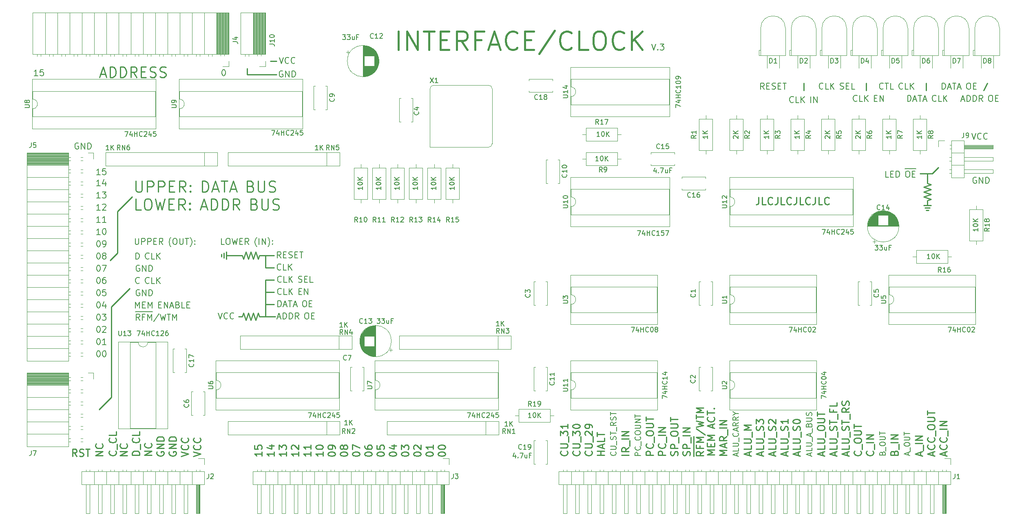
<source format=gto>
G04 #@! TF.GenerationSoftware,KiCad,Pcbnew,(7.0.0)*
G04 #@! TF.CreationDate,2023-09-24T18:00:44-07:00*
G04 #@! TF.ProjectId,interface_clock,696e7465-7266-4616-9365-5f636c6f636b,rev?*
G04 #@! TF.SameCoordinates,Original*
G04 #@! TF.FileFunction,Legend,Top*
G04 #@! TF.FilePolarity,Positive*
%FSLAX46Y46*%
G04 Gerber Fmt 4.6, Leading zero omitted, Abs format (unit mm)*
G04 Created by KiCad (PCBNEW (7.0.0)) date 2023-09-24 18:00:44*
%MOMM*%
%LPD*%
G01*
G04 APERTURE LIST*
%ADD10C,0.254000*%
%ADD11C,0.203200*%
%ADD12C,0.279400*%
%ADD13C,0.381000*%
%ADD14C,0.150000*%
%ADD15C,0.250000*%
%ADD16C,0.177800*%
%ADD17C,0.120000*%
%ADD18C,1.600000*%
%ADD19R,1.700000X1.700000*%
%ADD20O,1.700000X1.700000*%
%ADD21R,1.600000X1.600000*%
%ADD22O,1.600000X1.600000*%
%ADD23R,1.800000X1.800000*%
%ADD24C,1.800000*%
G04 APERTURE END LIST*
D10*
X238506000Y-86614000D02*
X237744000Y-86360000D01*
X238506000Y-89662000D02*
X236982000Y-89154000D01*
X237744000Y-89916000D02*
X238506000Y-89662000D01*
X98298000Y-100584000D02*
X97790000Y-102108000D01*
X97790000Y-102108000D02*
X97282000Y-100584000D01*
X96774000Y-102108000D02*
X96266000Y-100584000D01*
X97282000Y-100584000D02*
X96774000Y-102108000D01*
X98806000Y-102108000D02*
X98298000Y-100584000D01*
X98806000Y-102108000D02*
X99060000Y-101346000D01*
X95504000Y-101346000D02*
X95758000Y-102108000D01*
X91186000Y-101092000D02*
X91186000Y-101600000D01*
X95758000Y-102108000D02*
X96266000Y-100584000D01*
X95504000Y-101346000D02*
X92202000Y-101346000D01*
X91694000Y-100838000D02*
X91694000Y-101854000D01*
X92202000Y-100584000D02*
X92202000Y-102108000D01*
X100330000Y-101346000D02*
X100330000Y-101346000D01*
X96266000Y-114808000D02*
X96774000Y-113284000D01*
X99060000Y-114046000D02*
X98806000Y-113284000D01*
X95758000Y-113284000D02*
X96266000Y-114808000D01*
X95504000Y-114046000D02*
X94742000Y-114046000D01*
X97282000Y-114808000D02*
X97790000Y-113284000D01*
X98806000Y-113284000D02*
X98298000Y-114808000D01*
X99060000Y-114046000D02*
X100330000Y-114046000D01*
X97790000Y-113284000D02*
X98298000Y-114808000D01*
X96774000Y-113284000D02*
X97282000Y-114808000D01*
X95758000Y-113284000D02*
X95504000Y-114046000D01*
X102108000Y-103886000D02*
X100330000Y-103886000D01*
X237744000Y-86360000D02*
X237744000Y-84328000D01*
X99060000Y-101346000D02*
X100330000Y-101346000D01*
X236982000Y-90932000D02*
X238506000Y-90932000D01*
X236982000Y-88138000D02*
X238506000Y-88646000D01*
X69596000Y-100838000D02*
X68072000Y-102362000D01*
X237490000Y-91948000D02*
X237998000Y-91948000D01*
X69596000Y-92202000D02*
X69596000Y-100838000D01*
X68326000Y-130810000D02*
X65786000Y-133350000D01*
X96520000Y-63754000D02*
X96520000Y-62484000D01*
X237490000Y-67056000D02*
X237490000Y-65532000D01*
X237236000Y-91440000D02*
X238252000Y-91440000D01*
X100330000Y-111506000D02*
X102108000Y-111506000D01*
X237744000Y-89916000D02*
X237744000Y-90932000D01*
X102616000Y-60960000D02*
X101346000Y-60960000D01*
X68326000Y-112014000D02*
X68326000Y-130810000D01*
X238506000Y-88646000D02*
X236982000Y-89154000D01*
X238760000Y-84328000D02*
X236220000Y-84328000D01*
X102108000Y-108966000D02*
X100330000Y-108966000D01*
X238506000Y-86614000D02*
X236982000Y-87122000D01*
X102616000Y-63754000D02*
X96520000Y-63754000D01*
X225044000Y-67056000D02*
X225044000Y-65532000D01*
X249428000Y-67056000D02*
X250190000Y-65532000D01*
X100330000Y-106426000D02*
X102108000Y-106426000D01*
X238506000Y-87630000D02*
X236982000Y-88138000D01*
X100330000Y-103886000D02*
X100330000Y-101346000D01*
X236982000Y-87122000D02*
X238506000Y-87630000D01*
X102362000Y-114046000D02*
X100330000Y-114046000D01*
X72136000Y-108204000D02*
X68326000Y-112014000D01*
X212090000Y-67056000D02*
X212090000Y-65532000D01*
X100330000Y-106426000D02*
X100330000Y-114046000D01*
X72644000Y-89154000D02*
X69596000Y-92202000D01*
X238760000Y-84328000D02*
X240030000Y-83058000D01*
X100330000Y-101346000D02*
X102108000Y-101346000D01*
D11*
X247952381Y-85109050D02*
X247831428Y-85048573D01*
X247831428Y-85048573D02*
X247650000Y-85048573D01*
X247650000Y-85048573D02*
X247468571Y-85109050D01*
X247468571Y-85109050D02*
X247347619Y-85230002D01*
X247347619Y-85230002D02*
X247287142Y-85350954D01*
X247287142Y-85350954D02*
X247226666Y-85592859D01*
X247226666Y-85592859D02*
X247226666Y-85774288D01*
X247226666Y-85774288D02*
X247287142Y-86016192D01*
X247287142Y-86016192D02*
X247347619Y-86137145D01*
X247347619Y-86137145D02*
X247468571Y-86258097D01*
X247468571Y-86258097D02*
X247650000Y-86318573D01*
X247650000Y-86318573D02*
X247770952Y-86318573D01*
X247770952Y-86318573D02*
X247952381Y-86258097D01*
X247952381Y-86258097D02*
X248012857Y-86197621D01*
X248012857Y-86197621D02*
X248012857Y-85774288D01*
X248012857Y-85774288D02*
X247770952Y-85774288D01*
X248557142Y-86318573D02*
X248557142Y-85048573D01*
X248557142Y-85048573D02*
X249282857Y-86318573D01*
X249282857Y-86318573D02*
X249282857Y-85048573D01*
X249887618Y-86318573D02*
X249887618Y-85048573D01*
X249887618Y-85048573D02*
X250189999Y-85048573D01*
X250189999Y-85048573D02*
X250371428Y-85109050D01*
X250371428Y-85109050D02*
X250492380Y-85230002D01*
X250492380Y-85230002D02*
X250552857Y-85350954D01*
X250552857Y-85350954D02*
X250613333Y-85592859D01*
X250613333Y-85592859D02*
X250613333Y-85774288D01*
X250613333Y-85774288D02*
X250552857Y-86016192D01*
X250552857Y-86016192D02*
X250492380Y-86137145D01*
X250492380Y-86137145D02*
X250371428Y-86258097D01*
X250371428Y-86258097D02*
X250189999Y-86318573D01*
X250189999Y-86318573D02*
X249887618Y-86318573D01*
X229718809Y-85048573D02*
X229114047Y-85048573D01*
X229114047Y-85048573D02*
X229114047Y-83778573D01*
X230142142Y-84383335D02*
X230565476Y-84383335D01*
X230746904Y-85048573D02*
X230142142Y-85048573D01*
X230142142Y-85048573D02*
X230142142Y-83778573D01*
X230142142Y-83778573D02*
X230746904Y-83778573D01*
X231291190Y-85048573D02*
X231291190Y-83778573D01*
X231291190Y-83778573D02*
X231593571Y-83778573D01*
X231593571Y-83778573D02*
X231775000Y-83839050D01*
X231775000Y-83839050D02*
X231895952Y-83960002D01*
X231895952Y-83960002D02*
X231956429Y-84080954D01*
X231956429Y-84080954D02*
X232016905Y-84322859D01*
X232016905Y-84322859D02*
X232016905Y-84504288D01*
X232016905Y-84504288D02*
X231956429Y-84746192D01*
X231956429Y-84746192D02*
X231895952Y-84867145D01*
X231895952Y-84867145D02*
X231775000Y-84988097D01*
X231775000Y-84988097D02*
X231593571Y-85048573D01*
X231593571Y-85048573D02*
X231291190Y-85048573D01*
X233565095Y-83778573D02*
X233807000Y-83778573D01*
X233807000Y-83778573D02*
X233927952Y-83839050D01*
X233927952Y-83839050D02*
X234048905Y-83960002D01*
X234048905Y-83960002D02*
X234109381Y-84201907D01*
X234109381Y-84201907D02*
X234109381Y-84625240D01*
X234109381Y-84625240D02*
X234048905Y-84867145D01*
X234048905Y-84867145D02*
X233927952Y-84988097D01*
X233927952Y-84988097D02*
X233807000Y-85048573D01*
X233807000Y-85048573D02*
X233565095Y-85048573D01*
X233565095Y-85048573D02*
X233444143Y-84988097D01*
X233444143Y-84988097D02*
X233323190Y-84867145D01*
X233323190Y-84867145D02*
X233262714Y-84625240D01*
X233262714Y-84625240D02*
X233262714Y-84201907D01*
X233262714Y-84201907D02*
X233323190Y-83960002D01*
X233323190Y-83960002D02*
X233444143Y-83839050D01*
X233444143Y-83839050D02*
X233565095Y-83778573D01*
X234653666Y-84383335D02*
X235077000Y-84383335D01*
X235258428Y-85048573D02*
X234653666Y-85048573D01*
X234653666Y-85048573D02*
X234653666Y-83778573D01*
X234653666Y-83778573D02*
X235258428Y-83778573D01*
X233147810Y-83331050D02*
X235373334Y-83331050D01*
X74246619Y-114766573D02*
X73823285Y-114161811D01*
X73520904Y-114766573D02*
X73520904Y-113496573D01*
X73520904Y-113496573D02*
X74004714Y-113496573D01*
X74004714Y-113496573D02*
X74125666Y-113557050D01*
X74125666Y-113557050D02*
X74186143Y-113617526D01*
X74186143Y-113617526D02*
X74246619Y-113738478D01*
X74246619Y-113738478D02*
X74246619Y-113919907D01*
X74246619Y-113919907D02*
X74186143Y-114040859D01*
X74186143Y-114040859D02*
X74125666Y-114101335D01*
X74125666Y-114101335D02*
X74004714Y-114161811D01*
X74004714Y-114161811D02*
X73520904Y-114161811D01*
X75214238Y-114101335D02*
X74790904Y-114101335D01*
X74790904Y-114766573D02*
X74790904Y-113496573D01*
X74790904Y-113496573D02*
X75395666Y-113496573D01*
X75879475Y-114766573D02*
X75879475Y-113496573D01*
X75879475Y-113496573D02*
X76302809Y-114403716D01*
X76302809Y-114403716D02*
X76726142Y-113496573D01*
X76726142Y-113496573D02*
X76726142Y-114766573D01*
X73345524Y-113049050D02*
X76901524Y-113049050D01*
X78238047Y-113436097D02*
X77149476Y-115068954D01*
X78540428Y-113496573D02*
X78842809Y-114766573D01*
X78842809Y-114766573D02*
X79084714Y-113859430D01*
X79084714Y-113859430D02*
X79326619Y-114766573D01*
X79326619Y-114766573D02*
X79629000Y-113496573D01*
X79931381Y-113496573D02*
X80657095Y-113496573D01*
X80294238Y-114766573D02*
X80294238Y-113496573D01*
X81080428Y-114766573D02*
X81080428Y-113496573D01*
X81080428Y-113496573D02*
X81503762Y-114403716D01*
X81503762Y-114403716D02*
X81927095Y-113496573D01*
X81927095Y-113496573D02*
X81927095Y-114766573D01*
X73381808Y-112226573D02*
X73381808Y-110956573D01*
X73381808Y-110956573D02*
X73805142Y-111863716D01*
X73805142Y-111863716D02*
X74228475Y-110956573D01*
X74228475Y-110956573D02*
X74228475Y-112226573D01*
X74833237Y-111561335D02*
X75256571Y-111561335D01*
X75437999Y-112226573D02*
X74833237Y-112226573D01*
X74833237Y-112226573D02*
X74833237Y-110956573D01*
X74833237Y-110956573D02*
X75437999Y-110956573D01*
X75982285Y-112226573D02*
X75982285Y-110956573D01*
X75982285Y-110956573D02*
X76405619Y-111863716D01*
X76405619Y-111863716D02*
X76828952Y-110956573D01*
X76828952Y-110956573D02*
X76828952Y-112226573D01*
X78195714Y-111561335D02*
X78619048Y-111561335D01*
X78800476Y-112226573D02*
X78195714Y-112226573D01*
X78195714Y-112226573D02*
X78195714Y-110956573D01*
X78195714Y-110956573D02*
X78800476Y-110956573D01*
X79344762Y-112226573D02*
X79344762Y-110956573D01*
X79344762Y-110956573D02*
X80070477Y-112226573D01*
X80070477Y-112226573D02*
X80070477Y-110956573D01*
X80614762Y-111863716D02*
X81219524Y-111863716D01*
X80493810Y-112226573D02*
X80917143Y-110956573D01*
X80917143Y-110956573D02*
X81340477Y-112226573D01*
X82187143Y-111561335D02*
X82368571Y-111621811D01*
X82368571Y-111621811D02*
X82429048Y-111682288D01*
X82429048Y-111682288D02*
X82489524Y-111803240D01*
X82489524Y-111803240D02*
X82489524Y-111984669D01*
X82489524Y-111984669D02*
X82429048Y-112105621D01*
X82429048Y-112105621D02*
X82368571Y-112166097D01*
X82368571Y-112166097D02*
X82247619Y-112226573D01*
X82247619Y-112226573D02*
X81763809Y-112226573D01*
X81763809Y-112226573D02*
X81763809Y-110956573D01*
X81763809Y-110956573D02*
X82187143Y-110956573D01*
X82187143Y-110956573D02*
X82308095Y-111017050D01*
X82308095Y-111017050D02*
X82368571Y-111077526D01*
X82368571Y-111077526D02*
X82429048Y-111198478D01*
X82429048Y-111198478D02*
X82429048Y-111319430D01*
X82429048Y-111319430D02*
X82368571Y-111440383D01*
X82368571Y-111440383D02*
X82308095Y-111500859D01*
X82308095Y-111500859D02*
X82187143Y-111561335D01*
X82187143Y-111561335D02*
X81763809Y-111561335D01*
X83638571Y-112226573D02*
X83033809Y-112226573D01*
X83033809Y-112226573D02*
X83033809Y-110956573D01*
X84061904Y-111561335D02*
X84485238Y-111561335D01*
X84666666Y-112226573D02*
X84061904Y-112226573D01*
X84061904Y-112226573D02*
X84061904Y-110956573D01*
X84061904Y-110956573D02*
X84666666Y-110956573D01*
X74174048Y-107025621D02*
X74113572Y-107086097D01*
X74113572Y-107086097D02*
X73932143Y-107146573D01*
X73932143Y-107146573D02*
X73811191Y-107146573D01*
X73811191Y-107146573D02*
X73629762Y-107086097D01*
X73629762Y-107086097D02*
X73508810Y-106965145D01*
X73508810Y-106965145D02*
X73448333Y-106844192D01*
X73448333Y-106844192D02*
X73387857Y-106602288D01*
X73387857Y-106602288D02*
X73387857Y-106420859D01*
X73387857Y-106420859D02*
X73448333Y-106178954D01*
X73448333Y-106178954D02*
X73508810Y-106058002D01*
X73508810Y-106058002D02*
X73629762Y-105937050D01*
X73629762Y-105937050D02*
X73811191Y-105876573D01*
X73811191Y-105876573D02*
X73932143Y-105876573D01*
X73932143Y-105876573D02*
X74113572Y-105937050D01*
X74113572Y-105937050D02*
X74174048Y-105997526D01*
X76206048Y-107025621D02*
X76145572Y-107086097D01*
X76145572Y-107086097D02*
X75964143Y-107146573D01*
X75964143Y-107146573D02*
X75843191Y-107146573D01*
X75843191Y-107146573D02*
X75661762Y-107086097D01*
X75661762Y-107086097D02*
X75540810Y-106965145D01*
X75540810Y-106965145D02*
X75480333Y-106844192D01*
X75480333Y-106844192D02*
X75419857Y-106602288D01*
X75419857Y-106602288D02*
X75419857Y-106420859D01*
X75419857Y-106420859D02*
X75480333Y-106178954D01*
X75480333Y-106178954D02*
X75540810Y-106058002D01*
X75540810Y-106058002D02*
X75661762Y-105937050D01*
X75661762Y-105937050D02*
X75843191Y-105876573D01*
X75843191Y-105876573D02*
X75964143Y-105876573D01*
X75964143Y-105876573D02*
X76145572Y-105937050D01*
X76145572Y-105937050D02*
X76206048Y-105997526D01*
X77355095Y-107146573D02*
X76750333Y-107146573D01*
X76750333Y-107146573D02*
X76750333Y-105876573D01*
X77778428Y-107146573D02*
X77778428Y-105876573D01*
X78504143Y-107146573D02*
X77959857Y-106420859D01*
X78504143Y-105876573D02*
X77778428Y-106602288D01*
X73448333Y-102066573D02*
X73448333Y-100796573D01*
X73448333Y-100796573D02*
X73750714Y-100796573D01*
X73750714Y-100796573D02*
X73932143Y-100857050D01*
X73932143Y-100857050D02*
X74053095Y-100978002D01*
X74053095Y-100978002D02*
X74113572Y-101098954D01*
X74113572Y-101098954D02*
X74174048Y-101340859D01*
X74174048Y-101340859D02*
X74174048Y-101522288D01*
X74174048Y-101522288D02*
X74113572Y-101764192D01*
X74113572Y-101764192D02*
X74053095Y-101885145D01*
X74053095Y-101885145D02*
X73932143Y-102006097D01*
X73932143Y-102006097D02*
X73750714Y-102066573D01*
X73750714Y-102066573D02*
X73448333Y-102066573D01*
X76206048Y-101945621D02*
X76145572Y-102006097D01*
X76145572Y-102006097D02*
X75964143Y-102066573D01*
X75964143Y-102066573D02*
X75843191Y-102066573D01*
X75843191Y-102066573D02*
X75661762Y-102006097D01*
X75661762Y-102006097D02*
X75540810Y-101885145D01*
X75540810Y-101885145D02*
X75480333Y-101764192D01*
X75480333Y-101764192D02*
X75419857Y-101522288D01*
X75419857Y-101522288D02*
X75419857Y-101340859D01*
X75419857Y-101340859D02*
X75480333Y-101098954D01*
X75480333Y-101098954D02*
X75540810Y-100978002D01*
X75540810Y-100978002D02*
X75661762Y-100857050D01*
X75661762Y-100857050D02*
X75843191Y-100796573D01*
X75843191Y-100796573D02*
X75964143Y-100796573D01*
X75964143Y-100796573D02*
X76145572Y-100857050D01*
X76145572Y-100857050D02*
X76206048Y-100917526D01*
X77355095Y-102066573D02*
X76750333Y-102066573D01*
X76750333Y-102066573D02*
X76750333Y-100796573D01*
X77778428Y-102066573D02*
X77778428Y-100796573D01*
X78504143Y-102066573D02*
X77959857Y-101340859D01*
X78504143Y-100796573D02*
X77778428Y-101522288D01*
X103565476Y-101812573D02*
X103142142Y-101207811D01*
X102839761Y-101812573D02*
X102839761Y-100542573D01*
X102839761Y-100542573D02*
X103323571Y-100542573D01*
X103323571Y-100542573D02*
X103444523Y-100603050D01*
X103444523Y-100603050D02*
X103505000Y-100663526D01*
X103505000Y-100663526D02*
X103565476Y-100784478D01*
X103565476Y-100784478D02*
X103565476Y-100965907D01*
X103565476Y-100965907D02*
X103505000Y-101086859D01*
X103505000Y-101086859D02*
X103444523Y-101147335D01*
X103444523Y-101147335D02*
X103323571Y-101207811D01*
X103323571Y-101207811D02*
X102839761Y-101207811D01*
X104109761Y-101147335D02*
X104533095Y-101147335D01*
X104714523Y-101812573D02*
X104109761Y-101812573D01*
X104109761Y-101812573D02*
X104109761Y-100542573D01*
X104109761Y-100542573D02*
X104714523Y-100542573D01*
X105198333Y-101752097D02*
X105379762Y-101812573D01*
X105379762Y-101812573D02*
X105682143Y-101812573D01*
X105682143Y-101812573D02*
X105803095Y-101752097D01*
X105803095Y-101752097D02*
X105863571Y-101691621D01*
X105863571Y-101691621D02*
X105924048Y-101570669D01*
X105924048Y-101570669D02*
X105924048Y-101449716D01*
X105924048Y-101449716D02*
X105863571Y-101328764D01*
X105863571Y-101328764D02*
X105803095Y-101268288D01*
X105803095Y-101268288D02*
X105682143Y-101207811D01*
X105682143Y-101207811D02*
X105440238Y-101147335D01*
X105440238Y-101147335D02*
X105319286Y-101086859D01*
X105319286Y-101086859D02*
X105258809Y-101026383D01*
X105258809Y-101026383D02*
X105198333Y-100905430D01*
X105198333Y-100905430D02*
X105198333Y-100784478D01*
X105198333Y-100784478D02*
X105258809Y-100663526D01*
X105258809Y-100663526D02*
X105319286Y-100603050D01*
X105319286Y-100603050D02*
X105440238Y-100542573D01*
X105440238Y-100542573D02*
X105742619Y-100542573D01*
X105742619Y-100542573D02*
X105924048Y-100603050D01*
X106468333Y-101147335D02*
X106891667Y-101147335D01*
X107073095Y-101812573D02*
X106468333Y-101812573D01*
X106468333Y-101812573D02*
X106468333Y-100542573D01*
X106468333Y-100542573D02*
X107073095Y-100542573D01*
X107435953Y-100542573D02*
X108161667Y-100542573D01*
X107798810Y-101812573D02*
X107798810Y-100542573D01*
X103565476Y-104231621D02*
X103505000Y-104292097D01*
X103505000Y-104292097D02*
X103323571Y-104352573D01*
X103323571Y-104352573D02*
X103202619Y-104352573D01*
X103202619Y-104352573D02*
X103021190Y-104292097D01*
X103021190Y-104292097D02*
X102900238Y-104171145D01*
X102900238Y-104171145D02*
X102839761Y-104050192D01*
X102839761Y-104050192D02*
X102779285Y-103808288D01*
X102779285Y-103808288D02*
X102779285Y-103626859D01*
X102779285Y-103626859D02*
X102839761Y-103384954D01*
X102839761Y-103384954D02*
X102900238Y-103264002D01*
X102900238Y-103264002D02*
X103021190Y-103143050D01*
X103021190Y-103143050D02*
X103202619Y-103082573D01*
X103202619Y-103082573D02*
X103323571Y-103082573D01*
X103323571Y-103082573D02*
X103505000Y-103143050D01*
X103505000Y-103143050D02*
X103565476Y-103203526D01*
X104714523Y-104352573D02*
X104109761Y-104352573D01*
X104109761Y-104352573D02*
X104109761Y-103082573D01*
X105137856Y-104352573D02*
X105137856Y-103082573D01*
X105863571Y-104352573D02*
X105319285Y-103626859D01*
X105863571Y-103082573D02*
X105137856Y-103808288D01*
X103668286Y-109311621D02*
X103607810Y-109372097D01*
X103607810Y-109372097D02*
X103426381Y-109432573D01*
X103426381Y-109432573D02*
X103305429Y-109432573D01*
X103305429Y-109432573D02*
X103124000Y-109372097D01*
X103124000Y-109372097D02*
X103003048Y-109251145D01*
X103003048Y-109251145D02*
X102942571Y-109130192D01*
X102942571Y-109130192D02*
X102882095Y-108888288D01*
X102882095Y-108888288D02*
X102882095Y-108706859D01*
X102882095Y-108706859D02*
X102942571Y-108464954D01*
X102942571Y-108464954D02*
X103003048Y-108344002D01*
X103003048Y-108344002D02*
X103124000Y-108223050D01*
X103124000Y-108223050D02*
X103305429Y-108162573D01*
X103305429Y-108162573D02*
X103426381Y-108162573D01*
X103426381Y-108162573D02*
X103607810Y-108223050D01*
X103607810Y-108223050D02*
X103668286Y-108283526D01*
X104817333Y-109432573D02*
X104212571Y-109432573D01*
X104212571Y-109432573D02*
X104212571Y-108162573D01*
X105240666Y-109432573D02*
X105240666Y-108162573D01*
X105966381Y-109432573D02*
X105422095Y-108706859D01*
X105966381Y-108162573D02*
X105240666Y-108888288D01*
X107272666Y-108767335D02*
X107696000Y-108767335D01*
X107877428Y-109432573D02*
X107272666Y-109432573D01*
X107272666Y-109432573D02*
X107272666Y-108162573D01*
X107272666Y-108162573D02*
X107877428Y-108162573D01*
X108421714Y-109432573D02*
X108421714Y-108162573D01*
X108421714Y-108162573D02*
X109147429Y-109432573D01*
X109147429Y-109432573D02*
X109147429Y-108162573D01*
X103668285Y-106771621D02*
X103607809Y-106832097D01*
X103607809Y-106832097D02*
X103426380Y-106892573D01*
X103426380Y-106892573D02*
X103305428Y-106892573D01*
X103305428Y-106892573D02*
X103123999Y-106832097D01*
X103123999Y-106832097D02*
X103003047Y-106711145D01*
X103003047Y-106711145D02*
X102942570Y-106590192D01*
X102942570Y-106590192D02*
X102882094Y-106348288D01*
X102882094Y-106348288D02*
X102882094Y-106166859D01*
X102882094Y-106166859D02*
X102942570Y-105924954D01*
X102942570Y-105924954D02*
X103003047Y-105804002D01*
X103003047Y-105804002D02*
X103123999Y-105683050D01*
X103123999Y-105683050D02*
X103305428Y-105622573D01*
X103305428Y-105622573D02*
X103426380Y-105622573D01*
X103426380Y-105622573D02*
X103607809Y-105683050D01*
X103607809Y-105683050D02*
X103668285Y-105743526D01*
X104817332Y-106892573D02*
X104212570Y-106892573D01*
X104212570Y-106892573D02*
X104212570Y-105622573D01*
X105240665Y-106892573D02*
X105240665Y-105622573D01*
X105966380Y-106892573D02*
X105422094Y-106166859D01*
X105966380Y-105622573D02*
X105240665Y-106348288D01*
X107212189Y-106832097D02*
X107393618Y-106892573D01*
X107393618Y-106892573D02*
X107695999Y-106892573D01*
X107695999Y-106892573D02*
X107816951Y-106832097D01*
X107816951Y-106832097D02*
X107877427Y-106771621D01*
X107877427Y-106771621D02*
X107937904Y-106650669D01*
X107937904Y-106650669D02*
X107937904Y-106529716D01*
X107937904Y-106529716D02*
X107877427Y-106408764D01*
X107877427Y-106408764D02*
X107816951Y-106348288D01*
X107816951Y-106348288D02*
X107695999Y-106287811D01*
X107695999Y-106287811D02*
X107454094Y-106227335D01*
X107454094Y-106227335D02*
X107333142Y-106166859D01*
X107333142Y-106166859D02*
X107272665Y-106106383D01*
X107272665Y-106106383D02*
X107212189Y-105985430D01*
X107212189Y-105985430D02*
X107212189Y-105864478D01*
X107212189Y-105864478D02*
X107272665Y-105743526D01*
X107272665Y-105743526D02*
X107333142Y-105683050D01*
X107333142Y-105683050D02*
X107454094Y-105622573D01*
X107454094Y-105622573D02*
X107756475Y-105622573D01*
X107756475Y-105622573D02*
X107937904Y-105683050D01*
X108482189Y-106227335D02*
X108905523Y-106227335D01*
X109086951Y-106892573D02*
X108482189Y-106892573D01*
X108482189Y-106892573D02*
X108482189Y-105622573D01*
X108482189Y-105622573D02*
X109086951Y-105622573D01*
X110235999Y-106892573D02*
X109631237Y-106892573D01*
X109631237Y-106892573D02*
X109631237Y-105622573D01*
X102942571Y-111972573D02*
X102942571Y-110702573D01*
X102942571Y-110702573D02*
X103244952Y-110702573D01*
X103244952Y-110702573D02*
X103426381Y-110763050D01*
X103426381Y-110763050D02*
X103547333Y-110884002D01*
X103547333Y-110884002D02*
X103607810Y-111004954D01*
X103607810Y-111004954D02*
X103668286Y-111246859D01*
X103668286Y-111246859D02*
X103668286Y-111428288D01*
X103668286Y-111428288D02*
X103607810Y-111670192D01*
X103607810Y-111670192D02*
X103547333Y-111791145D01*
X103547333Y-111791145D02*
X103426381Y-111912097D01*
X103426381Y-111912097D02*
X103244952Y-111972573D01*
X103244952Y-111972573D02*
X102942571Y-111972573D01*
X104152095Y-111609716D02*
X104756857Y-111609716D01*
X104031143Y-111972573D02*
X104454476Y-110702573D01*
X104454476Y-110702573D02*
X104877810Y-111972573D01*
X105119714Y-110702573D02*
X105845428Y-110702573D01*
X105482571Y-111972573D02*
X105482571Y-110702573D01*
X106208285Y-111609716D02*
X106813047Y-111609716D01*
X106087333Y-111972573D02*
X106510666Y-110702573D01*
X106510666Y-110702573D02*
X106934000Y-111972573D01*
X108361237Y-110702573D02*
X108603142Y-110702573D01*
X108603142Y-110702573D02*
X108724094Y-110763050D01*
X108724094Y-110763050D02*
X108845047Y-110884002D01*
X108845047Y-110884002D02*
X108905523Y-111125907D01*
X108905523Y-111125907D02*
X108905523Y-111549240D01*
X108905523Y-111549240D02*
X108845047Y-111791145D01*
X108845047Y-111791145D02*
X108724094Y-111912097D01*
X108724094Y-111912097D02*
X108603142Y-111972573D01*
X108603142Y-111972573D02*
X108361237Y-111972573D01*
X108361237Y-111972573D02*
X108240285Y-111912097D01*
X108240285Y-111912097D02*
X108119332Y-111791145D01*
X108119332Y-111791145D02*
X108058856Y-111549240D01*
X108058856Y-111549240D02*
X108058856Y-111125907D01*
X108058856Y-111125907D02*
X108119332Y-110884002D01*
X108119332Y-110884002D02*
X108240285Y-110763050D01*
X108240285Y-110763050D02*
X108361237Y-110702573D01*
X109449808Y-111307335D02*
X109873142Y-111307335D01*
X110054570Y-111972573D02*
X109449808Y-111972573D01*
X109449808Y-111972573D02*
X109449808Y-110702573D01*
X109449808Y-110702573D02*
X110054570Y-110702573D01*
X102851857Y-114149716D02*
X103456619Y-114149716D01*
X102730905Y-114512573D02*
X103154238Y-113242573D01*
X103154238Y-113242573D02*
X103577572Y-114512573D01*
X104000904Y-114512573D02*
X104000904Y-113242573D01*
X104000904Y-113242573D02*
X104303285Y-113242573D01*
X104303285Y-113242573D02*
X104484714Y-113303050D01*
X104484714Y-113303050D02*
X104605666Y-113424002D01*
X104605666Y-113424002D02*
X104666143Y-113544954D01*
X104666143Y-113544954D02*
X104726619Y-113786859D01*
X104726619Y-113786859D02*
X104726619Y-113968288D01*
X104726619Y-113968288D02*
X104666143Y-114210192D01*
X104666143Y-114210192D02*
X104605666Y-114331145D01*
X104605666Y-114331145D02*
X104484714Y-114452097D01*
X104484714Y-114452097D02*
X104303285Y-114512573D01*
X104303285Y-114512573D02*
X104000904Y-114512573D01*
X105270904Y-114512573D02*
X105270904Y-113242573D01*
X105270904Y-113242573D02*
X105573285Y-113242573D01*
X105573285Y-113242573D02*
X105754714Y-113303050D01*
X105754714Y-113303050D02*
X105875666Y-113424002D01*
X105875666Y-113424002D02*
X105936143Y-113544954D01*
X105936143Y-113544954D02*
X105996619Y-113786859D01*
X105996619Y-113786859D02*
X105996619Y-113968288D01*
X105996619Y-113968288D02*
X105936143Y-114210192D01*
X105936143Y-114210192D02*
X105875666Y-114331145D01*
X105875666Y-114331145D02*
X105754714Y-114452097D01*
X105754714Y-114452097D02*
X105573285Y-114512573D01*
X105573285Y-114512573D02*
X105270904Y-114512573D01*
X107266619Y-114512573D02*
X106843285Y-113907811D01*
X106540904Y-114512573D02*
X106540904Y-113242573D01*
X106540904Y-113242573D02*
X107024714Y-113242573D01*
X107024714Y-113242573D02*
X107145666Y-113303050D01*
X107145666Y-113303050D02*
X107206143Y-113363526D01*
X107206143Y-113363526D02*
X107266619Y-113484478D01*
X107266619Y-113484478D02*
X107266619Y-113665907D01*
X107266619Y-113665907D02*
X107206143Y-113786859D01*
X107206143Y-113786859D02*
X107145666Y-113847335D01*
X107145666Y-113847335D02*
X107024714Y-113907811D01*
X107024714Y-113907811D02*
X106540904Y-113907811D01*
X108814809Y-113242573D02*
X109056714Y-113242573D01*
X109056714Y-113242573D02*
X109177666Y-113303050D01*
X109177666Y-113303050D02*
X109298619Y-113424002D01*
X109298619Y-113424002D02*
X109359095Y-113665907D01*
X109359095Y-113665907D02*
X109359095Y-114089240D01*
X109359095Y-114089240D02*
X109298619Y-114331145D01*
X109298619Y-114331145D02*
X109177666Y-114452097D01*
X109177666Y-114452097D02*
X109056714Y-114512573D01*
X109056714Y-114512573D02*
X108814809Y-114512573D01*
X108814809Y-114512573D02*
X108693857Y-114452097D01*
X108693857Y-114452097D02*
X108572904Y-114331145D01*
X108572904Y-114331145D02*
X108512428Y-114089240D01*
X108512428Y-114089240D02*
X108512428Y-113665907D01*
X108512428Y-113665907D02*
X108572904Y-113424002D01*
X108572904Y-113424002D02*
X108693857Y-113303050D01*
X108693857Y-113303050D02*
X108814809Y-113242573D01*
X109903380Y-113847335D02*
X110326714Y-113847335D01*
X110508142Y-114512573D02*
X109903380Y-114512573D01*
X109903380Y-114512573D02*
X109903380Y-113242573D01*
X109903380Y-113242573D02*
X110508142Y-113242573D01*
X103208667Y-60156573D02*
X103632000Y-61426573D01*
X103632000Y-61426573D02*
X104055334Y-60156573D01*
X105204381Y-61305621D02*
X105143905Y-61366097D01*
X105143905Y-61366097D02*
X104962476Y-61426573D01*
X104962476Y-61426573D02*
X104841524Y-61426573D01*
X104841524Y-61426573D02*
X104660095Y-61366097D01*
X104660095Y-61366097D02*
X104539143Y-61245145D01*
X104539143Y-61245145D02*
X104478666Y-61124192D01*
X104478666Y-61124192D02*
X104418190Y-60882288D01*
X104418190Y-60882288D02*
X104418190Y-60700859D01*
X104418190Y-60700859D02*
X104478666Y-60458954D01*
X104478666Y-60458954D02*
X104539143Y-60338002D01*
X104539143Y-60338002D02*
X104660095Y-60217050D01*
X104660095Y-60217050D02*
X104841524Y-60156573D01*
X104841524Y-60156573D02*
X104962476Y-60156573D01*
X104962476Y-60156573D02*
X105143905Y-60217050D01*
X105143905Y-60217050D02*
X105204381Y-60277526D01*
X106474381Y-61305621D02*
X106413905Y-61366097D01*
X106413905Y-61366097D02*
X106232476Y-61426573D01*
X106232476Y-61426573D02*
X106111524Y-61426573D01*
X106111524Y-61426573D02*
X105930095Y-61366097D01*
X105930095Y-61366097D02*
X105809143Y-61245145D01*
X105809143Y-61245145D02*
X105748666Y-61124192D01*
X105748666Y-61124192D02*
X105688190Y-60882288D01*
X105688190Y-60882288D02*
X105688190Y-60700859D01*
X105688190Y-60700859D02*
X105748666Y-60458954D01*
X105748666Y-60458954D02*
X105809143Y-60338002D01*
X105809143Y-60338002D02*
X105930095Y-60217050D01*
X105930095Y-60217050D02*
X106111524Y-60156573D01*
X106111524Y-60156573D02*
X106232476Y-60156573D01*
X106232476Y-60156573D02*
X106413905Y-60217050D01*
X106413905Y-60217050D02*
X106474381Y-60277526D01*
X103934381Y-63011050D02*
X103813428Y-62950573D01*
X103813428Y-62950573D02*
X103632000Y-62950573D01*
X103632000Y-62950573D02*
X103450571Y-63011050D01*
X103450571Y-63011050D02*
X103329619Y-63132002D01*
X103329619Y-63132002D02*
X103269142Y-63252954D01*
X103269142Y-63252954D02*
X103208666Y-63494859D01*
X103208666Y-63494859D02*
X103208666Y-63676288D01*
X103208666Y-63676288D02*
X103269142Y-63918192D01*
X103269142Y-63918192D02*
X103329619Y-64039145D01*
X103329619Y-64039145D02*
X103450571Y-64160097D01*
X103450571Y-64160097D02*
X103632000Y-64220573D01*
X103632000Y-64220573D02*
X103752952Y-64220573D01*
X103752952Y-64220573D02*
X103934381Y-64160097D01*
X103934381Y-64160097D02*
X103994857Y-64099621D01*
X103994857Y-64099621D02*
X103994857Y-63676288D01*
X103994857Y-63676288D02*
X103752952Y-63676288D01*
X104539142Y-64220573D02*
X104539142Y-62950573D01*
X104539142Y-62950573D02*
X105264857Y-64220573D01*
X105264857Y-64220573D02*
X105264857Y-62950573D01*
X105869618Y-64220573D02*
X105869618Y-62950573D01*
X105869618Y-62950573D02*
X106171999Y-62950573D01*
X106171999Y-62950573D02*
X106353428Y-63011050D01*
X106353428Y-63011050D02*
X106474380Y-63132002D01*
X106474380Y-63132002D02*
X106534857Y-63252954D01*
X106534857Y-63252954D02*
X106595333Y-63494859D01*
X106595333Y-63494859D02*
X106595333Y-63676288D01*
X106595333Y-63676288D02*
X106534857Y-63918192D01*
X106534857Y-63918192D02*
X106474380Y-64039145D01*
X106474380Y-64039145D02*
X106353428Y-64160097D01*
X106353428Y-64160097D02*
X106171999Y-64220573D01*
X106171999Y-64220573D02*
X105869618Y-64220573D01*
D10*
X66112572Y-63676318D02*
X67140667Y-63676318D01*
X65906953Y-64293175D02*
X66626619Y-62134175D01*
X66626619Y-62134175D02*
X67346286Y-64293175D01*
X68065952Y-64293175D02*
X68065952Y-62134175D01*
X68065952Y-62134175D02*
X68580000Y-62134175D01*
X68580000Y-62134175D02*
X68888428Y-62236985D01*
X68888428Y-62236985D02*
X69094047Y-62442604D01*
X69094047Y-62442604D02*
X69196857Y-62648223D01*
X69196857Y-62648223D02*
X69299666Y-63059461D01*
X69299666Y-63059461D02*
X69299666Y-63367889D01*
X69299666Y-63367889D02*
X69196857Y-63779127D01*
X69196857Y-63779127D02*
X69094047Y-63984746D01*
X69094047Y-63984746D02*
X68888428Y-64190365D01*
X68888428Y-64190365D02*
X68580000Y-64293175D01*
X68580000Y-64293175D02*
X68065952Y-64293175D01*
X70224952Y-64293175D02*
X70224952Y-62134175D01*
X70224952Y-62134175D02*
X70739000Y-62134175D01*
X70739000Y-62134175D02*
X71047428Y-62236985D01*
X71047428Y-62236985D02*
X71253047Y-62442604D01*
X71253047Y-62442604D02*
X71355857Y-62648223D01*
X71355857Y-62648223D02*
X71458666Y-63059461D01*
X71458666Y-63059461D02*
X71458666Y-63367889D01*
X71458666Y-63367889D02*
X71355857Y-63779127D01*
X71355857Y-63779127D02*
X71253047Y-63984746D01*
X71253047Y-63984746D02*
X71047428Y-64190365D01*
X71047428Y-64190365D02*
X70739000Y-64293175D01*
X70739000Y-64293175D02*
X70224952Y-64293175D01*
X73617666Y-64293175D02*
X72898000Y-63265080D01*
X72383952Y-64293175D02*
X72383952Y-62134175D01*
X72383952Y-62134175D02*
X73206428Y-62134175D01*
X73206428Y-62134175D02*
X73412047Y-62236985D01*
X73412047Y-62236985D02*
X73514857Y-62339794D01*
X73514857Y-62339794D02*
X73617666Y-62545413D01*
X73617666Y-62545413D02*
X73617666Y-62853842D01*
X73617666Y-62853842D02*
X73514857Y-63059461D01*
X73514857Y-63059461D02*
X73412047Y-63162270D01*
X73412047Y-63162270D02*
X73206428Y-63265080D01*
X73206428Y-63265080D02*
X72383952Y-63265080D01*
X74542952Y-63162270D02*
X75262619Y-63162270D01*
X75571047Y-64293175D02*
X74542952Y-64293175D01*
X74542952Y-64293175D02*
X74542952Y-62134175D01*
X74542952Y-62134175D02*
X75571047Y-62134175D01*
X76393524Y-64190365D02*
X76701952Y-64293175D01*
X76701952Y-64293175D02*
X77216000Y-64293175D01*
X77216000Y-64293175D02*
X77421619Y-64190365D01*
X77421619Y-64190365D02*
X77524428Y-64087556D01*
X77524428Y-64087556D02*
X77627238Y-63881937D01*
X77627238Y-63881937D02*
X77627238Y-63676318D01*
X77627238Y-63676318D02*
X77524428Y-63470699D01*
X77524428Y-63470699D02*
X77421619Y-63367889D01*
X77421619Y-63367889D02*
X77216000Y-63265080D01*
X77216000Y-63265080D02*
X76804762Y-63162270D01*
X76804762Y-63162270D02*
X76599143Y-63059461D01*
X76599143Y-63059461D02*
X76496333Y-62956651D01*
X76496333Y-62956651D02*
X76393524Y-62751032D01*
X76393524Y-62751032D02*
X76393524Y-62545413D01*
X76393524Y-62545413D02*
X76496333Y-62339794D01*
X76496333Y-62339794D02*
X76599143Y-62236985D01*
X76599143Y-62236985D02*
X76804762Y-62134175D01*
X76804762Y-62134175D02*
X77318809Y-62134175D01*
X77318809Y-62134175D02*
X77627238Y-62236985D01*
X78449714Y-64190365D02*
X78758142Y-64293175D01*
X78758142Y-64293175D02*
X79272190Y-64293175D01*
X79272190Y-64293175D02*
X79477809Y-64190365D01*
X79477809Y-64190365D02*
X79580618Y-64087556D01*
X79580618Y-64087556D02*
X79683428Y-63881937D01*
X79683428Y-63881937D02*
X79683428Y-63676318D01*
X79683428Y-63676318D02*
X79580618Y-63470699D01*
X79580618Y-63470699D02*
X79477809Y-63367889D01*
X79477809Y-63367889D02*
X79272190Y-63265080D01*
X79272190Y-63265080D02*
X78860952Y-63162270D01*
X78860952Y-63162270D02*
X78655333Y-63059461D01*
X78655333Y-63059461D02*
X78552523Y-62956651D01*
X78552523Y-62956651D02*
X78449714Y-62751032D01*
X78449714Y-62751032D02*
X78449714Y-62545413D01*
X78449714Y-62545413D02*
X78552523Y-62339794D01*
X78552523Y-62339794D02*
X78655333Y-62236985D01*
X78655333Y-62236985D02*
X78860952Y-62134175D01*
X78860952Y-62134175D02*
X79374999Y-62134175D01*
X79374999Y-62134175D02*
X79683428Y-62236985D01*
D11*
X91633523Y-62696573D02*
X91754476Y-62696573D01*
X91754476Y-62696573D02*
X91875428Y-62757050D01*
X91875428Y-62757050D02*
X91935904Y-62817526D01*
X91935904Y-62817526D02*
X91996380Y-62938478D01*
X91996380Y-62938478D02*
X92056857Y-63180383D01*
X92056857Y-63180383D02*
X92056857Y-63482764D01*
X92056857Y-63482764D02*
X91996380Y-63724669D01*
X91996380Y-63724669D02*
X91935904Y-63845621D01*
X91935904Y-63845621D02*
X91875428Y-63906097D01*
X91875428Y-63906097D02*
X91754476Y-63966573D01*
X91754476Y-63966573D02*
X91633523Y-63966573D01*
X91633523Y-63966573D02*
X91512571Y-63906097D01*
X91512571Y-63906097D02*
X91452095Y-63845621D01*
X91452095Y-63845621D02*
X91391618Y-63724669D01*
X91391618Y-63724669D02*
X91331142Y-63482764D01*
X91331142Y-63482764D02*
X91331142Y-63180383D01*
X91331142Y-63180383D02*
X91391618Y-62938478D01*
X91391618Y-62938478D02*
X91452095Y-62817526D01*
X91452095Y-62817526D02*
X91512571Y-62757050D01*
X91512571Y-62757050D02*
X91633523Y-62696573D01*
X53098095Y-63966573D02*
X52372380Y-63966573D01*
X52735237Y-63966573D02*
X52735237Y-62696573D01*
X52735237Y-62696573D02*
X52614285Y-62878002D01*
X52614285Y-62878002D02*
X52493333Y-62998954D01*
X52493333Y-62998954D02*
X52372380Y-63059430D01*
X54247142Y-62696573D02*
X53642380Y-62696573D01*
X53642380Y-62696573D02*
X53581904Y-63301335D01*
X53581904Y-63301335D02*
X53642380Y-63240859D01*
X53642380Y-63240859D02*
X53763333Y-63180383D01*
X53763333Y-63180383D02*
X54065714Y-63180383D01*
X54065714Y-63180383D02*
X54186666Y-63240859D01*
X54186666Y-63240859D02*
X54247142Y-63301335D01*
X54247142Y-63301335D02*
X54307619Y-63422288D01*
X54307619Y-63422288D02*
X54307619Y-63724669D01*
X54307619Y-63724669D02*
X54247142Y-63845621D01*
X54247142Y-63845621D02*
X54186666Y-63906097D01*
X54186666Y-63906097D02*
X54065714Y-63966573D01*
X54065714Y-63966573D02*
X53763333Y-63966573D01*
X53763333Y-63966573D02*
X53642380Y-63906097D01*
X53642380Y-63906097D02*
X53581904Y-63845621D01*
X66052095Y-84540573D02*
X65326380Y-84540573D01*
X65689237Y-84540573D02*
X65689237Y-83270573D01*
X65689237Y-83270573D02*
X65568285Y-83452002D01*
X65568285Y-83452002D02*
X65447333Y-83572954D01*
X65447333Y-83572954D02*
X65326380Y-83633430D01*
X67201142Y-83270573D02*
X66596380Y-83270573D01*
X66596380Y-83270573D02*
X66535904Y-83875335D01*
X66535904Y-83875335D02*
X66596380Y-83814859D01*
X66596380Y-83814859D02*
X66717333Y-83754383D01*
X66717333Y-83754383D02*
X67019714Y-83754383D01*
X67019714Y-83754383D02*
X67140666Y-83814859D01*
X67140666Y-83814859D02*
X67201142Y-83875335D01*
X67201142Y-83875335D02*
X67261619Y-83996288D01*
X67261619Y-83996288D02*
X67261619Y-84298669D01*
X67261619Y-84298669D02*
X67201142Y-84419621D01*
X67201142Y-84419621D02*
X67140666Y-84480097D01*
X67140666Y-84480097D02*
X67019714Y-84540573D01*
X67019714Y-84540573D02*
X66717333Y-84540573D01*
X66717333Y-84540573D02*
X66596380Y-84480097D01*
X66596380Y-84480097D02*
X66535904Y-84419621D01*
X203895476Y-66760573D02*
X203472142Y-66155811D01*
X203169761Y-66760573D02*
X203169761Y-65490573D01*
X203169761Y-65490573D02*
X203653571Y-65490573D01*
X203653571Y-65490573D02*
X203774523Y-65551050D01*
X203774523Y-65551050D02*
X203835000Y-65611526D01*
X203835000Y-65611526D02*
X203895476Y-65732478D01*
X203895476Y-65732478D02*
X203895476Y-65913907D01*
X203895476Y-65913907D02*
X203835000Y-66034859D01*
X203835000Y-66034859D02*
X203774523Y-66095335D01*
X203774523Y-66095335D02*
X203653571Y-66155811D01*
X203653571Y-66155811D02*
X203169761Y-66155811D01*
X204439761Y-66095335D02*
X204863095Y-66095335D01*
X205044523Y-66760573D02*
X204439761Y-66760573D01*
X204439761Y-66760573D02*
X204439761Y-65490573D01*
X204439761Y-65490573D02*
X205044523Y-65490573D01*
X205528333Y-66700097D02*
X205709762Y-66760573D01*
X205709762Y-66760573D02*
X206012143Y-66760573D01*
X206012143Y-66760573D02*
X206133095Y-66700097D01*
X206133095Y-66700097D02*
X206193571Y-66639621D01*
X206193571Y-66639621D02*
X206254048Y-66518669D01*
X206254048Y-66518669D02*
X206254048Y-66397716D01*
X206254048Y-66397716D02*
X206193571Y-66276764D01*
X206193571Y-66276764D02*
X206133095Y-66216288D01*
X206133095Y-66216288D02*
X206012143Y-66155811D01*
X206012143Y-66155811D02*
X205770238Y-66095335D01*
X205770238Y-66095335D02*
X205649286Y-66034859D01*
X205649286Y-66034859D02*
X205588809Y-65974383D01*
X205588809Y-65974383D02*
X205528333Y-65853430D01*
X205528333Y-65853430D02*
X205528333Y-65732478D01*
X205528333Y-65732478D02*
X205588809Y-65611526D01*
X205588809Y-65611526D02*
X205649286Y-65551050D01*
X205649286Y-65551050D02*
X205770238Y-65490573D01*
X205770238Y-65490573D02*
X206072619Y-65490573D01*
X206072619Y-65490573D02*
X206254048Y-65551050D01*
X206798333Y-66095335D02*
X207221667Y-66095335D01*
X207403095Y-66760573D02*
X206798333Y-66760573D01*
X206798333Y-66760573D02*
X206798333Y-65490573D01*
X206798333Y-65490573D02*
X207403095Y-65490573D01*
X207765953Y-65490573D02*
X208491667Y-65490573D01*
X208128810Y-66760573D02*
X208128810Y-65490573D01*
X209985429Y-69433621D02*
X209924953Y-69494097D01*
X209924953Y-69494097D02*
X209743524Y-69554573D01*
X209743524Y-69554573D02*
X209622572Y-69554573D01*
X209622572Y-69554573D02*
X209441143Y-69494097D01*
X209441143Y-69494097D02*
X209320191Y-69373145D01*
X209320191Y-69373145D02*
X209259714Y-69252192D01*
X209259714Y-69252192D02*
X209199238Y-69010288D01*
X209199238Y-69010288D02*
X209199238Y-68828859D01*
X209199238Y-68828859D02*
X209259714Y-68586954D01*
X209259714Y-68586954D02*
X209320191Y-68466002D01*
X209320191Y-68466002D02*
X209441143Y-68345050D01*
X209441143Y-68345050D02*
X209622572Y-68284573D01*
X209622572Y-68284573D02*
X209743524Y-68284573D01*
X209743524Y-68284573D02*
X209924953Y-68345050D01*
X209924953Y-68345050D02*
X209985429Y-68405526D01*
X211134476Y-69554573D02*
X210529714Y-69554573D01*
X210529714Y-69554573D02*
X210529714Y-68284573D01*
X211557809Y-69554573D02*
X211557809Y-68284573D01*
X212283524Y-69554573D02*
X211739238Y-68828859D01*
X212283524Y-68284573D02*
X211557809Y-69010288D01*
X213589809Y-69554573D02*
X213589809Y-68284573D01*
X214194571Y-69554573D02*
X214194571Y-68284573D01*
X214194571Y-68284573D02*
X214920286Y-69554573D01*
X214920286Y-69554573D02*
X214920286Y-68284573D01*
X216117714Y-66639621D02*
X216057238Y-66700097D01*
X216057238Y-66700097D02*
X215875809Y-66760573D01*
X215875809Y-66760573D02*
X215754857Y-66760573D01*
X215754857Y-66760573D02*
X215573428Y-66700097D01*
X215573428Y-66700097D02*
X215452476Y-66579145D01*
X215452476Y-66579145D02*
X215391999Y-66458192D01*
X215391999Y-66458192D02*
X215331523Y-66216288D01*
X215331523Y-66216288D02*
X215331523Y-66034859D01*
X215331523Y-66034859D02*
X215391999Y-65792954D01*
X215391999Y-65792954D02*
X215452476Y-65672002D01*
X215452476Y-65672002D02*
X215573428Y-65551050D01*
X215573428Y-65551050D02*
X215754857Y-65490573D01*
X215754857Y-65490573D02*
X215875809Y-65490573D01*
X215875809Y-65490573D02*
X216057238Y-65551050D01*
X216057238Y-65551050D02*
X216117714Y-65611526D01*
X217266761Y-66760573D02*
X216661999Y-66760573D01*
X216661999Y-66760573D02*
X216661999Y-65490573D01*
X217690094Y-66760573D02*
X217690094Y-65490573D01*
X218415809Y-66760573D02*
X217871523Y-66034859D01*
X218415809Y-65490573D02*
X217690094Y-66216288D01*
X219661618Y-66700097D02*
X219843047Y-66760573D01*
X219843047Y-66760573D02*
X220145428Y-66760573D01*
X220145428Y-66760573D02*
X220266380Y-66700097D01*
X220266380Y-66700097D02*
X220326856Y-66639621D01*
X220326856Y-66639621D02*
X220387333Y-66518669D01*
X220387333Y-66518669D02*
X220387333Y-66397716D01*
X220387333Y-66397716D02*
X220326856Y-66276764D01*
X220326856Y-66276764D02*
X220266380Y-66216288D01*
X220266380Y-66216288D02*
X220145428Y-66155811D01*
X220145428Y-66155811D02*
X219903523Y-66095335D01*
X219903523Y-66095335D02*
X219782571Y-66034859D01*
X219782571Y-66034859D02*
X219722094Y-65974383D01*
X219722094Y-65974383D02*
X219661618Y-65853430D01*
X219661618Y-65853430D02*
X219661618Y-65732478D01*
X219661618Y-65732478D02*
X219722094Y-65611526D01*
X219722094Y-65611526D02*
X219782571Y-65551050D01*
X219782571Y-65551050D02*
X219903523Y-65490573D01*
X219903523Y-65490573D02*
X220205904Y-65490573D01*
X220205904Y-65490573D02*
X220387333Y-65551050D01*
X220931618Y-66095335D02*
X221354952Y-66095335D01*
X221536380Y-66760573D02*
X220931618Y-66760573D01*
X220931618Y-66760573D02*
X220931618Y-65490573D01*
X220931618Y-65490573D02*
X221536380Y-65490573D01*
X222685428Y-66760573D02*
X222080666Y-66760573D01*
X222080666Y-66760573D02*
X222080666Y-65490573D01*
X223175286Y-69179621D02*
X223114810Y-69240097D01*
X223114810Y-69240097D02*
X222933381Y-69300573D01*
X222933381Y-69300573D02*
X222812429Y-69300573D01*
X222812429Y-69300573D02*
X222631000Y-69240097D01*
X222631000Y-69240097D02*
X222510048Y-69119145D01*
X222510048Y-69119145D02*
X222449571Y-68998192D01*
X222449571Y-68998192D02*
X222389095Y-68756288D01*
X222389095Y-68756288D02*
X222389095Y-68574859D01*
X222389095Y-68574859D02*
X222449571Y-68332954D01*
X222449571Y-68332954D02*
X222510048Y-68212002D01*
X222510048Y-68212002D02*
X222631000Y-68091050D01*
X222631000Y-68091050D02*
X222812429Y-68030573D01*
X222812429Y-68030573D02*
X222933381Y-68030573D01*
X222933381Y-68030573D02*
X223114810Y-68091050D01*
X223114810Y-68091050D02*
X223175286Y-68151526D01*
X224324333Y-69300573D02*
X223719571Y-69300573D01*
X223719571Y-69300573D02*
X223719571Y-68030573D01*
X224747666Y-69300573D02*
X224747666Y-68030573D01*
X225473381Y-69300573D02*
X224929095Y-68574859D01*
X225473381Y-68030573D02*
X224747666Y-68756288D01*
X226779666Y-68635335D02*
X227203000Y-68635335D01*
X227384428Y-69300573D02*
X226779666Y-69300573D01*
X226779666Y-69300573D02*
X226779666Y-68030573D01*
X226779666Y-68030573D02*
X227384428Y-68030573D01*
X227928714Y-69300573D02*
X227928714Y-68030573D01*
X227928714Y-68030573D02*
X228654429Y-69300573D01*
X228654429Y-69300573D02*
X228654429Y-68030573D01*
X228624191Y-66639621D02*
X228563715Y-66700097D01*
X228563715Y-66700097D02*
X228382286Y-66760573D01*
X228382286Y-66760573D02*
X228261334Y-66760573D01*
X228261334Y-66760573D02*
X228079905Y-66700097D01*
X228079905Y-66700097D02*
X227958953Y-66579145D01*
X227958953Y-66579145D02*
X227898476Y-66458192D01*
X227898476Y-66458192D02*
X227838000Y-66216288D01*
X227838000Y-66216288D02*
X227838000Y-66034859D01*
X227838000Y-66034859D02*
X227898476Y-65792954D01*
X227898476Y-65792954D02*
X227958953Y-65672002D01*
X227958953Y-65672002D02*
X228079905Y-65551050D01*
X228079905Y-65551050D02*
X228261334Y-65490573D01*
X228261334Y-65490573D02*
X228382286Y-65490573D01*
X228382286Y-65490573D02*
X228563715Y-65551050D01*
X228563715Y-65551050D02*
X228624191Y-65611526D01*
X228987048Y-65490573D02*
X229712762Y-65490573D01*
X229349905Y-66760573D02*
X229349905Y-65490573D01*
X230740857Y-66760573D02*
X230136095Y-66760573D01*
X230136095Y-66760573D02*
X230136095Y-65490573D01*
X232651905Y-66639621D02*
X232591429Y-66700097D01*
X232591429Y-66700097D02*
X232410000Y-66760573D01*
X232410000Y-66760573D02*
X232289048Y-66760573D01*
X232289048Y-66760573D02*
X232107619Y-66700097D01*
X232107619Y-66700097D02*
X231986667Y-66579145D01*
X231986667Y-66579145D02*
X231926190Y-66458192D01*
X231926190Y-66458192D02*
X231865714Y-66216288D01*
X231865714Y-66216288D02*
X231865714Y-66034859D01*
X231865714Y-66034859D02*
X231926190Y-65792954D01*
X231926190Y-65792954D02*
X231986667Y-65672002D01*
X231986667Y-65672002D02*
X232107619Y-65551050D01*
X232107619Y-65551050D02*
X232289048Y-65490573D01*
X232289048Y-65490573D02*
X232410000Y-65490573D01*
X232410000Y-65490573D02*
X232591429Y-65551050D01*
X232591429Y-65551050D02*
X232651905Y-65611526D01*
X233800952Y-66760573D02*
X233196190Y-66760573D01*
X233196190Y-66760573D02*
X233196190Y-65490573D01*
X234224285Y-66760573D02*
X234224285Y-65490573D01*
X234950000Y-66760573D02*
X234405714Y-66034859D01*
X234950000Y-65490573D02*
X234224285Y-66216288D01*
X233673952Y-69300573D02*
X233673952Y-68030573D01*
X233673952Y-68030573D02*
X233976333Y-68030573D01*
X233976333Y-68030573D02*
X234157762Y-68091050D01*
X234157762Y-68091050D02*
X234278714Y-68212002D01*
X234278714Y-68212002D02*
X234339191Y-68332954D01*
X234339191Y-68332954D02*
X234399667Y-68574859D01*
X234399667Y-68574859D02*
X234399667Y-68756288D01*
X234399667Y-68756288D02*
X234339191Y-68998192D01*
X234339191Y-68998192D02*
X234278714Y-69119145D01*
X234278714Y-69119145D02*
X234157762Y-69240097D01*
X234157762Y-69240097D02*
X233976333Y-69300573D01*
X233976333Y-69300573D02*
X233673952Y-69300573D01*
X234883476Y-68937716D02*
X235488238Y-68937716D01*
X234762524Y-69300573D02*
X235185857Y-68030573D01*
X235185857Y-68030573D02*
X235609191Y-69300573D01*
X235851095Y-68030573D02*
X236576809Y-68030573D01*
X236213952Y-69300573D02*
X236213952Y-68030573D01*
X236939666Y-68937716D02*
X237544428Y-68937716D01*
X236818714Y-69300573D02*
X237242047Y-68030573D01*
X237242047Y-68030573D02*
X237665381Y-69300573D01*
X239576428Y-69179621D02*
X239515952Y-69240097D01*
X239515952Y-69240097D02*
X239334523Y-69300573D01*
X239334523Y-69300573D02*
X239213571Y-69300573D01*
X239213571Y-69300573D02*
X239032142Y-69240097D01*
X239032142Y-69240097D02*
X238911190Y-69119145D01*
X238911190Y-69119145D02*
X238850713Y-68998192D01*
X238850713Y-68998192D02*
X238790237Y-68756288D01*
X238790237Y-68756288D02*
X238790237Y-68574859D01*
X238790237Y-68574859D02*
X238850713Y-68332954D01*
X238850713Y-68332954D02*
X238911190Y-68212002D01*
X238911190Y-68212002D02*
X239032142Y-68091050D01*
X239032142Y-68091050D02*
X239213571Y-68030573D01*
X239213571Y-68030573D02*
X239334523Y-68030573D01*
X239334523Y-68030573D02*
X239515952Y-68091050D01*
X239515952Y-68091050D02*
X239576428Y-68151526D01*
X240725475Y-69300573D02*
X240120713Y-69300573D01*
X240120713Y-69300573D02*
X240120713Y-68030573D01*
X241148808Y-69300573D02*
X241148808Y-68030573D01*
X241874523Y-69300573D02*
X241330237Y-68574859D01*
X241874523Y-68030573D02*
X241148808Y-68756288D01*
X240822238Y-66760573D02*
X240822238Y-65490573D01*
X240822238Y-65490573D02*
X241124619Y-65490573D01*
X241124619Y-65490573D02*
X241306048Y-65551050D01*
X241306048Y-65551050D02*
X241427000Y-65672002D01*
X241427000Y-65672002D02*
X241487477Y-65792954D01*
X241487477Y-65792954D02*
X241547953Y-66034859D01*
X241547953Y-66034859D02*
X241547953Y-66216288D01*
X241547953Y-66216288D02*
X241487477Y-66458192D01*
X241487477Y-66458192D02*
X241427000Y-66579145D01*
X241427000Y-66579145D02*
X241306048Y-66700097D01*
X241306048Y-66700097D02*
X241124619Y-66760573D01*
X241124619Y-66760573D02*
X240822238Y-66760573D01*
X242031762Y-66397716D02*
X242636524Y-66397716D01*
X241910810Y-66760573D02*
X242334143Y-65490573D01*
X242334143Y-65490573D02*
X242757477Y-66760573D01*
X242999381Y-65490573D02*
X243725095Y-65490573D01*
X243362238Y-66760573D02*
X243362238Y-65490573D01*
X244087952Y-66397716D02*
X244692714Y-66397716D01*
X243967000Y-66760573D02*
X244390333Y-65490573D01*
X244390333Y-65490573D02*
X244813667Y-66760573D01*
X246240904Y-65490573D02*
X246482809Y-65490573D01*
X246482809Y-65490573D02*
X246603761Y-65551050D01*
X246603761Y-65551050D02*
X246724714Y-65672002D01*
X246724714Y-65672002D02*
X246785190Y-65913907D01*
X246785190Y-65913907D02*
X246785190Y-66337240D01*
X246785190Y-66337240D02*
X246724714Y-66579145D01*
X246724714Y-66579145D02*
X246603761Y-66700097D01*
X246603761Y-66700097D02*
X246482809Y-66760573D01*
X246482809Y-66760573D02*
X246240904Y-66760573D01*
X246240904Y-66760573D02*
X246119952Y-66700097D01*
X246119952Y-66700097D02*
X245998999Y-66579145D01*
X245998999Y-66579145D02*
X245938523Y-66337240D01*
X245938523Y-66337240D02*
X245938523Y-65913907D01*
X245938523Y-65913907D02*
X245998999Y-65672002D01*
X245998999Y-65672002D02*
X246119952Y-65551050D01*
X246119952Y-65551050D02*
X246240904Y-65490573D01*
X247329475Y-66095335D02*
X247752809Y-66095335D01*
X247934237Y-66760573D02*
X247329475Y-66760573D01*
X247329475Y-66760573D02*
X247329475Y-65490573D01*
X247329475Y-65490573D02*
X247934237Y-65490573D01*
X244837857Y-68937716D02*
X245442619Y-68937716D01*
X244716905Y-69300573D02*
X245140238Y-68030573D01*
X245140238Y-68030573D02*
X245563572Y-69300573D01*
X245986904Y-69300573D02*
X245986904Y-68030573D01*
X245986904Y-68030573D02*
X246289285Y-68030573D01*
X246289285Y-68030573D02*
X246470714Y-68091050D01*
X246470714Y-68091050D02*
X246591666Y-68212002D01*
X246591666Y-68212002D02*
X246652143Y-68332954D01*
X246652143Y-68332954D02*
X246712619Y-68574859D01*
X246712619Y-68574859D02*
X246712619Y-68756288D01*
X246712619Y-68756288D02*
X246652143Y-68998192D01*
X246652143Y-68998192D02*
X246591666Y-69119145D01*
X246591666Y-69119145D02*
X246470714Y-69240097D01*
X246470714Y-69240097D02*
X246289285Y-69300573D01*
X246289285Y-69300573D02*
X245986904Y-69300573D01*
X247256904Y-69300573D02*
X247256904Y-68030573D01*
X247256904Y-68030573D02*
X247559285Y-68030573D01*
X247559285Y-68030573D02*
X247740714Y-68091050D01*
X247740714Y-68091050D02*
X247861666Y-68212002D01*
X247861666Y-68212002D02*
X247922143Y-68332954D01*
X247922143Y-68332954D02*
X247982619Y-68574859D01*
X247982619Y-68574859D02*
X247982619Y-68756288D01*
X247982619Y-68756288D02*
X247922143Y-68998192D01*
X247922143Y-68998192D02*
X247861666Y-69119145D01*
X247861666Y-69119145D02*
X247740714Y-69240097D01*
X247740714Y-69240097D02*
X247559285Y-69300573D01*
X247559285Y-69300573D02*
X247256904Y-69300573D01*
X249252619Y-69300573D02*
X248829285Y-68695811D01*
X248526904Y-69300573D02*
X248526904Y-68030573D01*
X248526904Y-68030573D02*
X249010714Y-68030573D01*
X249010714Y-68030573D02*
X249131666Y-68091050D01*
X249131666Y-68091050D02*
X249192143Y-68151526D01*
X249192143Y-68151526D02*
X249252619Y-68272478D01*
X249252619Y-68272478D02*
X249252619Y-68453907D01*
X249252619Y-68453907D02*
X249192143Y-68574859D01*
X249192143Y-68574859D02*
X249131666Y-68635335D01*
X249131666Y-68635335D02*
X249010714Y-68695811D01*
X249010714Y-68695811D02*
X248526904Y-68695811D01*
X250800809Y-68030573D02*
X251042714Y-68030573D01*
X251042714Y-68030573D02*
X251163666Y-68091050D01*
X251163666Y-68091050D02*
X251284619Y-68212002D01*
X251284619Y-68212002D02*
X251345095Y-68453907D01*
X251345095Y-68453907D02*
X251345095Y-68877240D01*
X251345095Y-68877240D02*
X251284619Y-69119145D01*
X251284619Y-69119145D02*
X251163666Y-69240097D01*
X251163666Y-69240097D02*
X251042714Y-69300573D01*
X251042714Y-69300573D02*
X250800809Y-69300573D01*
X250800809Y-69300573D02*
X250679857Y-69240097D01*
X250679857Y-69240097D02*
X250558904Y-69119145D01*
X250558904Y-69119145D02*
X250498428Y-68877240D01*
X250498428Y-68877240D02*
X250498428Y-68453907D01*
X250498428Y-68453907D02*
X250558904Y-68212002D01*
X250558904Y-68212002D02*
X250679857Y-68091050D01*
X250679857Y-68091050D02*
X250800809Y-68030573D01*
X251889380Y-68635335D02*
X252312714Y-68635335D01*
X252494142Y-69300573D02*
X251889380Y-69300573D01*
X251889380Y-69300573D02*
X251889380Y-68030573D01*
X251889380Y-68030573D02*
X252494142Y-68030573D01*
X90508667Y-113242573D02*
X90932000Y-114512573D01*
X90932000Y-114512573D02*
X91355334Y-113242573D01*
X92504381Y-114391621D02*
X92443905Y-114452097D01*
X92443905Y-114452097D02*
X92262476Y-114512573D01*
X92262476Y-114512573D02*
X92141524Y-114512573D01*
X92141524Y-114512573D02*
X91960095Y-114452097D01*
X91960095Y-114452097D02*
X91839143Y-114331145D01*
X91839143Y-114331145D02*
X91778666Y-114210192D01*
X91778666Y-114210192D02*
X91718190Y-113968288D01*
X91718190Y-113968288D02*
X91718190Y-113786859D01*
X91718190Y-113786859D02*
X91778666Y-113544954D01*
X91778666Y-113544954D02*
X91839143Y-113424002D01*
X91839143Y-113424002D02*
X91960095Y-113303050D01*
X91960095Y-113303050D02*
X92141524Y-113242573D01*
X92141524Y-113242573D02*
X92262476Y-113242573D01*
X92262476Y-113242573D02*
X92443905Y-113303050D01*
X92443905Y-113303050D02*
X92504381Y-113363526D01*
X93774381Y-114391621D02*
X93713905Y-114452097D01*
X93713905Y-114452097D02*
X93532476Y-114512573D01*
X93532476Y-114512573D02*
X93411524Y-114512573D01*
X93411524Y-114512573D02*
X93230095Y-114452097D01*
X93230095Y-114452097D02*
X93109143Y-114331145D01*
X93109143Y-114331145D02*
X93048666Y-114210192D01*
X93048666Y-114210192D02*
X92988190Y-113968288D01*
X92988190Y-113968288D02*
X92988190Y-113786859D01*
X92988190Y-113786859D02*
X93048666Y-113544954D01*
X93048666Y-113544954D02*
X93109143Y-113424002D01*
X93109143Y-113424002D02*
X93230095Y-113303050D01*
X93230095Y-113303050D02*
X93411524Y-113242573D01*
X93411524Y-113242573D02*
X93532476Y-113242573D01*
X93532476Y-113242573D02*
X93713905Y-113303050D01*
X93713905Y-113303050D02*
X93774381Y-113363526D01*
X180533524Y-57362573D02*
X180956857Y-58632573D01*
X180956857Y-58632573D02*
X181380191Y-57362573D01*
X181803523Y-58511621D02*
X181864000Y-58572097D01*
X181864000Y-58572097D02*
X181803523Y-58632573D01*
X181803523Y-58632573D02*
X181743047Y-58572097D01*
X181743047Y-58572097D02*
X181803523Y-58511621D01*
X181803523Y-58511621D02*
X181803523Y-58632573D01*
X182287333Y-57362573D02*
X183073524Y-57362573D01*
X183073524Y-57362573D02*
X182650190Y-57846383D01*
X182650190Y-57846383D02*
X182831619Y-57846383D01*
X182831619Y-57846383D02*
X182952571Y-57906859D01*
X182952571Y-57906859D02*
X183013047Y-57967335D01*
X183013047Y-57967335D02*
X183073524Y-58088288D01*
X183073524Y-58088288D02*
X183073524Y-58390669D01*
X183073524Y-58390669D02*
X183013047Y-58511621D01*
X183013047Y-58511621D02*
X182952571Y-58572097D01*
X182952571Y-58572097D02*
X182831619Y-58632573D01*
X182831619Y-58632573D02*
X182468762Y-58632573D01*
X182468762Y-58632573D02*
X182347809Y-58572097D01*
X182347809Y-58572097D02*
X182287333Y-58511621D01*
X66052095Y-94446573D02*
X65326380Y-94446573D01*
X65689237Y-94446573D02*
X65689237Y-93176573D01*
X65689237Y-93176573D02*
X65568285Y-93358002D01*
X65568285Y-93358002D02*
X65447333Y-93478954D01*
X65447333Y-93478954D02*
X65326380Y-93539430D01*
X67261619Y-94446573D02*
X66535904Y-94446573D01*
X66898761Y-94446573D02*
X66898761Y-93176573D01*
X66898761Y-93176573D02*
X66777809Y-93358002D01*
X66777809Y-93358002D02*
X66656857Y-93478954D01*
X66656857Y-93478954D02*
X66535904Y-93539430D01*
X74216381Y-108477050D02*
X74095428Y-108416573D01*
X74095428Y-108416573D02*
X73914000Y-108416573D01*
X73914000Y-108416573D02*
X73732571Y-108477050D01*
X73732571Y-108477050D02*
X73611619Y-108598002D01*
X73611619Y-108598002D02*
X73551142Y-108718954D01*
X73551142Y-108718954D02*
X73490666Y-108960859D01*
X73490666Y-108960859D02*
X73490666Y-109142288D01*
X73490666Y-109142288D02*
X73551142Y-109384192D01*
X73551142Y-109384192D02*
X73611619Y-109505145D01*
X73611619Y-109505145D02*
X73732571Y-109626097D01*
X73732571Y-109626097D02*
X73914000Y-109686573D01*
X73914000Y-109686573D02*
X74034952Y-109686573D01*
X74034952Y-109686573D02*
X74216381Y-109626097D01*
X74216381Y-109626097D02*
X74276857Y-109565621D01*
X74276857Y-109565621D02*
X74276857Y-109142288D01*
X74276857Y-109142288D02*
X74034952Y-109142288D01*
X74821142Y-109686573D02*
X74821142Y-108416573D01*
X74821142Y-108416573D02*
X75546857Y-109686573D01*
X75546857Y-109686573D02*
X75546857Y-108416573D01*
X76151618Y-109686573D02*
X76151618Y-108416573D01*
X76151618Y-108416573D02*
X76453999Y-108416573D01*
X76453999Y-108416573D02*
X76635428Y-108477050D01*
X76635428Y-108477050D02*
X76756380Y-108598002D01*
X76756380Y-108598002D02*
X76816857Y-108718954D01*
X76816857Y-108718954D02*
X76877333Y-108960859D01*
X76877333Y-108960859D02*
X76877333Y-109142288D01*
X76877333Y-109142288D02*
X76816857Y-109384192D01*
X76816857Y-109384192D02*
X76756380Y-109505145D01*
X76756380Y-109505145D02*
X76635428Y-109626097D01*
X76635428Y-109626097D02*
X76453999Y-109686573D01*
X76453999Y-109686573D02*
X76151618Y-109686573D01*
D12*
X202764571Y-89205888D02*
X202764571Y-90294460D01*
X202764571Y-90294460D02*
X202692000Y-90512174D01*
X202692000Y-90512174D02*
X202546857Y-90657317D01*
X202546857Y-90657317D02*
X202329143Y-90729888D01*
X202329143Y-90729888D02*
X202184000Y-90729888D01*
X204216000Y-90729888D02*
X203490286Y-90729888D01*
X203490286Y-90729888D02*
X203490286Y-89205888D01*
X205594857Y-90584745D02*
X205522285Y-90657317D01*
X205522285Y-90657317D02*
X205304571Y-90729888D01*
X205304571Y-90729888D02*
X205159428Y-90729888D01*
X205159428Y-90729888D02*
X204941714Y-90657317D01*
X204941714Y-90657317D02*
X204796571Y-90512174D01*
X204796571Y-90512174D02*
X204724000Y-90367031D01*
X204724000Y-90367031D02*
X204651428Y-90076745D01*
X204651428Y-90076745D02*
X204651428Y-89859031D01*
X204651428Y-89859031D02*
X204724000Y-89568745D01*
X204724000Y-89568745D02*
X204796571Y-89423602D01*
X204796571Y-89423602D02*
X204941714Y-89278460D01*
X204941714Y-89278460D02*
X205159428Y-89205888D01*
X205159428Y-89205888D02*
X205304571Y-89205888D01*
X205304571Y-89205888D02*
X205522285Y-89278460D01*
X205522285Y-89278460D02*
X205594857Y-89351031D01*
X206683428Y-89205888D02*
X206683428Y-90294460D01*
X206683428Y-90294460D02*
X206610857Y-90512174D01*
X206610857Y-90512174D02*
X206465714Y-90657317D01*
X206465714Y-90657317D02*
X206248000Y-90729888D01*
X206248000Y-90729888D02*
X206102857Y-90729888D01*
X208134857Y-90729888D02*
X207409143Y-90729888D01*
X207409143Y-90729888D02*
X207409143Y-89205888D01*
X209513714Y-90584745D02*
X209441142Y-90657317D01*
X209441142Y-90657317D02*
X209223428Y-90729888D01*
X209223428Y-90729888D02*
X209078285Y-90729888D01*
X209078285Y-90729888D02*
X208860571Y-90657317D01*
X208860571Y-90657317D02*
X208715428Y-90512174D01*
X208715428Y-90512174D02*
X208642857Y-90367031D01*
X208642857Y-90367031D02*
X208570285Y-90076745D01*
X208570285Y-90076745D02*
X208570285Y-89859031D01*
X208570285Y-89859031D02*
X208642857Y-89568745D01*
X208642857Y-89568745D02*
X208715428Y-89423602D01*
X208715428Y-89423602D02*
X208860571Y-89278460D01*
X208860571Y-89278460D02*
X209078285Y-89205888D01*
X209078285Y-89205888D02*
X209223428Y-89205888D01*
X209223428Y-89205888D02*
X209441142Y-89278460D01*
X209441142Y-89278460D02*
X209513714Y-89351031D01*
X210602285Y-89205888D02*
X210602285Y-90294460D01*
X210602285Y-90294460D02*
X210529714Y-90512174D01*
X210529714Y-90512174D02*
X210384571Y-90657317D01*
X210384571Y-90657317D02*
X210166857Y-90729888D01*
X210166857Y-90729888D02*
X210021714Y-90729888D01*
X212053714Y-90729888D02*
X211328000Y-90729888D01*
X211328000Y-90729888D02*
X211328000Y-89205888D01*
X213432571Y-90584745D02*
X213359999Y-90657317D01*
X213359999Y-90657317D02*
X213142285Y-90729888D01*
X213142285Y-90729888D02*
X212997142Y-90729888D01*
X212997142Y-90729888D02*
X212779428Y-90657317D01*
X212779428Y-90657317D02*
X212634285Y-90512174D01*
X212634285Y-90512174D02*
X212561714Y-90367031D01*
X212561714Y-90367031D02*
X212489142Y-90076745D01*
X212489142Y-90076745D02*
X212489142Y-89859031D01*
X212489142Y-89859031D02*
X212561714Y-89568745D01*
X212561714Y-89568745D02*
X212634285Y-89423602D01*
X212634285Y-89423602D02*
X212779428Y-89278460D01*
X212779428Y-89278460D02*
X212997142Y-89205888D01*
X212997142Y-89205888D02*
X213142285Y-89205888D01*
X213142285Y-89205888D02*
X213359999Y-89278460D01*
X213359999Y-89278460D02*
X213432571Y-89351031D01*
X214521142Y-89205888D02*
X214521142Y-90294460D01*
X214521142Y-90294460D02*
X214448571Y-90512174D01*
X214448571Y-90512174D02*
X214303428Y-90657317D01*
X214303428Y-90657317D02*
X214085714Y-90729888D01*
X214085714Y-90729888D02*
X213940571Y-90729888D01*
X215972571Y-90729888D02*
X215246857Y-90729888D01*
X215246857Y-90729888D02*
X215246857Y-89205888D01*
X217351428Y-90584745D02*
X217278856Y-90657317D01*
X217278856Y-90657317D02*
X217061142Y-90729888D01*
X217061142Y-90729888D02*
X216915999Y-90729888D01*
X216915999Y-90729888D02*
X216698285Y-90657317D01*
X216698285Y-90657317D02*
X216553142Y-90512174D01*
X216553142Y-90512174D02*
X216480571Y-90367031D01*
X216480571Y-90367031D02*
X216407999Y-90076745D01*
X216407999Y-90076745D02*
X216407999Y-89859031D01*
X216407999Y-89859031D02*
X216480571Y-89568745D01*
X216480571Y-89568745D02*
X216553142Y-89423602D01*
X216553142Y-89423602D02*
X216698285Y-89278460D01*
X216698285Y-89278460D02*
X216915999Y-89205888D01*
X216915999Y-89205888D02*
X217061142Y-89205888D01*
X217061142Y-89205888D02*
X217278856Y-89278460D01*
X217278856Y-89278460D02*
X217351428Y-89351031D01*
D10*
X73442285Y-85856172D02*
X73442285Y-87706744D01*
X73442285Y-87706744D02*
X73551142Y-87924458D01*
X73551142Y-87924458D02*
X73660000Y-88033315D01*
X73660000Y-88033315D02*
X73877714Y-88142172D01*
X73877714Y-88142172D02*
X74313142Y-88142172D01*
X74313142Y-88142172D02*
X74530857Y-88033315D01*
X74530857Y-88033315D02*
X74639714Y-87924458D01*
X74639714Y-87924458D02*
X74748571Y-87706744D01*
X74748571Y-87706744D02*
X74748571Y-85856172D01*
X75837142Y-88142172D02*
X75837142Y-85856172D01*
X75837142Y-85856172D02*
X76707999Y-85856172D01*
X76707999Y-85856172D02*
X76925714Y-85965030D01*
X76925714Y-85965030D02*
X77034571Y-86073887D01*
X77034571Y-86073887D02*
X77143428Y-86291601D01*
X77143428Y-86291601D02*
X77143428Y-86618172D01*
X77143428Y-86618172D02*
X77034571Y-86835887D01*
X77034571Y-86835887D02*
X76925714Y-86944744D01*
X76925714Y-86944744D02*
X76707999Y-87053601D01*
X76707999Y-87053601D02*
X75837142Y-87053601D01*
X78123142Y-88142172D02*
X78123142Y-85856172D01*
X78123142Y-85856172D02*
X78993999Y-85856172D01*
X78993999Y-85856172D02*
X79211714Y-85965030D01*
X79211714Y-85965030D02*
X79320571Y-86073887D01*
X79320571Y-86073887D02*
X79429428Y-86291601D01*
X79429428Y-86291601D02*
X79429428Y-86618172D01*
X79429428Y-86618172D02*
X79320571Y-86835887D01*
X79320571Y-86835887D02*
X79211714Y-86944744D01*
X79211714Y-86944744D02*
X78993999Y-87053601D01*
X78993999Y-87053601D02*
X78123142Y-87053601D01*
X80409142Y-86944744D02*
X81171142Y-86944744D01*
X81497714Y-88142172D02*
X80409142Y-88142172D01*
X80409142Y-88142172D02*
X80409142Y-85856172D01*
X80409142Y-85856172D02*
X81497714Y-85856172D01*
X83783714Y-88142172D02*
X83021714Y-87053601D01*
X82477428Y-88142172D02*
X82477428Y-85856172D01*
X82477428Y-85856172D02*
X83348285Y-85856172D01*
X83348285Y-85856172D02*
X83566000Y-85965030D01*
X83566000Y-85965030D02*
X83674857Y-86073887D01*
X83674857Y-86073887D02*
X83783714Y-86291601D01*
X83783714Y-86291601D02*
X83783714Y-86618172D01*
X83783714Y-86618172D02*
X83674857Y-86835887D01*
X83674857Y-86835887D02*
X83566000Y-86944744D01*
X83566000Y-86944744D02*
X83348285Y-87053601D01*
X83348285Y-87053601D02*
X82477428Y-87053601D01*
X84763428Y-87924458D02*
X84872285Y-88033315D01*
X84872285Y-88033315D02*
X84763428Y-88142172D01*
X84763428Y-88142172D02*
X84654571Y-88033315D01*
X84654571Y-88033315D02*
X84763428Y-87924458D01*
X84763428Y-87924458D02*
X84763428Y-88142172D01*
X84763428Y-86727030D02*
X84872285Y-86835887D01*
X84872285Y-86835887D02*
X84763428Y-86944744D01*
X84763428Y-86944744D02*
X84654571Y-86835887D01*
X84654571Y-86835887D02*
X84763428Y-86727030D01*
X84763428Y-86727030D02*
X84763428Y-86944744D01*
X87223599Y-88142172D02*
X87223599Y-85856172D01*
X87223599Y-85856172D02*
X87767885Y-85856172D01*
X87767885Y-85856172D02*
X88094456Y-85965030D01*
X88094456Y-85965030D02*
X88312171Y-86182744D01*
X88312171Y-86182744D02*
X88421028Y-86400458D01*
X88421028Y-86400458D02*
X88529885Y-86835887D01*
X88529885Y-86835887D02*
X88529885Y-87162458D01*
X88529885Y-87162458D02*
X88421028Y-87597887D01*
X88421028Y-87597887D02*
X88312171Y-87815601D01*
X88312171Y-87815601D02*
X88094456Y-88033315D01*
X88094456Y-88033315D02*
X87767885Y-88142172D01*
X87767885Y-88142172D02*
X87223599Y-88142172D01*
X89400742Y-87489030D02*
X90489314Y-87489030D01*
X89183028Y-88142172D02*
X89945028Y-85856172D01*
X89945028Y-85856172D02*
X90707028Y-88142172D01*
X91142457Y-85856172D02*
X92448743Y-85856172D01*
X91795600Y-88142172D02*
X91795600Y-85856172D01*
X93101885Y-87489030D02*
X94190457Y-87489030D01*
X92884171Y-88142172D02*
X93646171Y-85856172D01*
X93646171Y-85856172D02*
X94408171Y-88142172D01*
X97303771Y-86944744D02*
X97630343Y-87053601D01*
X97630343Y-87053601D02*
X97739200Y-87162458D01*
X97739200Y-87162458D02*
X97848057Y-87380172D01*
X97848057Y-87380172D02*
X97848057Y-87706744D01*
X97848057Y-87706744D02*
X97739200Y-87924458D01*
X97739200Y-87924458D02*
X97630343Y-88033315D01*
X97630343Y-88033315D02*
X97412628Y-88142172D01*
X97412628Y-88142172D02*
X96541771Y-88142172D01*
X96541771Y-88142172D02*
X96541771Y-85856172D01*
X96541771Y-85856172D02*
X97303771Y-85856172D01*
X97303771Y-85856172D02*
X97521486Y-85965030D01*
X97521486Y-85965030D02*
X97630343Y-86073887D01*
X97630343Y-86073887D02*
X97739200Y-86291601D01*
X97739200Y-86291601D02*
X97739200Y-86509315D01*
X97739200Y-86509315D02*
X97630343Y-86727030D01*
X97630343Y-86727030D02*
X97521486Y-86835887D01*
X97521486Y-86835887D02*
X97303771Y-86944744D01*
X97303771Y-86944744D02*
X96541771Y-86944744D01*
X98827771Y-85856172D02*
X98827771Y-87706744D01*
X98827771Y-87706744D02*
X98936628Y-87924458D01*
X98936628Y-87924458D02*
X99045486Y-88033315D01*
X99045486Y-88033315D02*
X99263200Y-88142172D01*
X99263200Y-88142172D02*
X99698628Y-88142172D01*
X99698628Y-88142172D02*
X99916343Y-88033315D01*
X99916343Y-88033315D02*
X100025200Y-87924458D01*
X100025200Y-87924458D02*
X100134057Y-87706744D01*
X100134057Y-87706744D02*
X100134057Y-85856172D01*
X101113771Y-88033315D02*
X101440343Y-88142172D01*
X101440343Y-88142172D02*
X101984628Y-88142172D01*
X101984628Y-88142172D02*
X102202343Y-88033315D01*
X102202343Y-88033315D02*
X102311200Y-87924458D01*
X102311200Y-87924458D02*
X102420057Y-87706744D01*
X102420057Y-87706744D02*
X102420057Y-87489030D01*
X102420057Y-87489030D02*
X102311200Y-87271315D01*
X102311200Y-87271315D02*
X102202343Y-87162458D01*
X102202343Y-87162458D02*
X101984628Y-87053601D01*
X101984628Y-87053601D02*
X101549200Y-86944744D01*
X101549200Y-86944744D02*
X101331485Y-86835887D01*
X101331485Y-86835887D02*
X101222628Y-86727030D01*
X101222628Y-86727030D02*
X101113771Y-86509315D01*
X101113771Y-86509315D02*
X101113771Y-86291601D01*
X101113771Y-86291601D02*
X101222628Y-86073887D01*
X101222628Y-86073887D02*
X101331485Y-85965030D01*
X101331485Y-85965030D02*
X101549200Y-85856172D01*
X101549200Y-85856172D02*
X102093485Y-85856172D01*
X102093485Y-85856172D02*
X102420057Y-85965030D01*
X74530857Y-91845492D02*
X73442285Y-91845492D01*
X73442285Y-91845492D02*
X73442285Y-89559492D01*
X75728285Y-89559492D02*
X76163713Y-89559492D01*
X76163713Y-89559492D02*
X76381428Y-89668350D01*
X76381428Y-89668350D02*
X76599142Y-89886064D01*
X76599142Y-89886064D02*
X76707999Y-90321492D01*
X76707999Y-90321492D02*
X76707999Y-91083492D01*
X76707999Y-91083492D02*
X76599142Y-91518921D01*
X76599142Y-91518921D02*
X76381428Y-91736635D01*
X76381428Y-91736635D02*
X76163713Y-91845492D01*
X76163713Y-91845492D02*
X75728285Y-91845492D01*
X75728285Y-91845492D02*
X75510571Y-91736635D01*
X75510571Y-91736635D02*
X75292856Y-91518921D01*
X75292856Y-91518921D02*
X75183999Y-91083492D01*
X75183999Y-91083492D02*
X75183999Y-90321492D01*
X75183999Y-90321492D02*
X75292856Y-89886064D01*
X75292856Y-89886064D02*
X75510571Y-89668350D01*
X75510571Y-89668350D02*
X75728285Y-89559492D01*
X77469999Y-89559492D02*
X78014285Y-91845492D01*
X78014285Y-91845492D02*
X78449713Y-90212635D01*
X78449713Y-90212635D02*
X78885142Y-91845492D01*
X78885142Y-91845492D02*
X79429428Y-89559492D01*
X80300284Y-90648064D02*
X81062284Y-90648064D01*
X81388856Y-91845492D02*
X80300284Y-91845492D01*
X80300284Y-91845492D02*
X80300284Y-89559492D01*
X80300284Y-89559492D02*
X81388856Y-89559492D01*
X83674856Y-91845492D02*
X82912856Y-90756921D01*
X82368570Y-91845492D02*
X82368570Y-89559492D01*
X82368570Y-89559492D02*
X83239427Y-89559492D01*
X83239427Y-89559492D02*
X83457142Y-89668350D01*
X83457142Y-89668350D02*
X83565999Y-89777207D01*
X83565999Y-89777207D02*
X83674856Y-89994921D01*
X83674856Y-89994921D02*
X83674856Y-90321492D01*
X83674856Y-90321492D02*
X83565999Y-90539207D01*
X83565999Y-90539207D02*
X83457142Y-90648064D01*
X83457142Y-90648064D02*
X83239427Y-90756921D01*
X83239427Y-90756921D02*
X82368570Y-90756921D01*
X84654570Y-91627778D02*
X84763427Y-91736635D01*
X84763427Y-91736635D02*
X84654570Y-91845492D01*
X84654570Y-91845492D02*
X84545713Y-91736635D01*
X84545713Y-91736635D02*
X84654570Y-91627778D01*
X84654570Y-91627778D02*
X84654570Y-91845492D01*
X84654570Y-90430350D02*
X84763427Y-90539207D01*
X84763427Y-90539207D02*
X84654570Y-90648064D01*
X84654570Y-90648064D02*
X84545713Y-90539207D01*
X84545713Y-90539207D02*
X84654570Y-90430350D01*
X84654570Y-90430350D02*
X84654570Y-90648064D01*
X87005884Y-91192350D02*
X88094456Y-91192350D01*
X86788170Y-91845492D02*
X87550170Y-89559492D01*
X87550170Y-89559492D02*
X88312170Y-91845492D01*
X89074170Y-91845492D02*
X89074170Y-89559492D01*
X89074170Y-89559492D02*
X89618456Y-89559492D01*
X89618456Y-89559492D02*
X89945027Y-89668350D01*
X89945027Y-89668350D02*
X90162742Y-89886064D01*
X90162742Y-89886064D02*
X90271599Y-90103778D01*
X90271599Y-90103778D02*
X90380456Y-90539207D01*
X90380456Y-90539207D02*
X90380456Y-90865778D01*
X90380456Y-90865778D02*
X90271599Y-91301207D01*
X90271599Y-91301207D02*
X90162742Y-91518921D01*
X90162742Y-91518921D02*
X89945027Y-91736635D01*
X89945027Y-91736635D02*
X89618456Y-91845492D01*
X89618456Y-91845492D02*
X89074170Y-91845492D01*
X91360170Y-91845492D02*
X91360170Y-89559492D01*
X91360170Y-89559492D02*
X91904456Y-89559492D01*
X91904456Y-89559492D02*
X92231027Y-89668350D01*
X92231027Y-89668350D02*
X92448742Y-89886064D01*
X92448742Y-89886064D02*
X92557599Y-90103778D01*
X92557599Y-90103778D02*
X92666456Y-90539207D01*
X92666456Y-90539207D02*
X92666456Y-90865778D01*
X92666456Y-90865778D02*
X92557599Y-91301207D01*
X92557599Y-91301207D02*
X92448742Y-91518921D01*
X92448742Y-91518921D02*
X92231027Y-91736635D01*
X92231027Y-91736635D02*
X91904456Y-91845492D01*
X91904456Y-91845492D02*
X91360170Y-91845492D01*
X94952456Y-91845492D02*
X94190456Y-90756921D01*
X93646170Y-91845492D02*
X93646170Y-89559492D01*
X93646170Y-89559492D02*
X94517027Y-89559492D01*
X94517027Y-89559492D02*
X94734742Y-89668350D01*
X94734742Y-89668350D02*
X94843599Y-89777207D01*
X94843599Y-89777207D02*
X94952456Y-89994921D01*
X94952456Y-89994921D02*
X94952456Y-90321492D01*
X94952456Y-90321492D02*
X94843599Y-90539207D01*
X94843599Y-90539207D02*
X94734742Y-90648064D01*
X94734742Y-90648064D02*
X94517027Y-90756921D01*
X94517027Y-90756921D02*
X93646170Y-90756921D01*
X98065770Y-90648064D02*
X98392342Y-90756921D01*
X98392342Y-90756921D02*
X98501199Y-90865778D01*
X98501199Y-90865778D02*
X98610056Y-91083492D01*
X98610056Y-91083492D02*
X98610056Y-91410064D01*
X98610056Y-91410064D02*
X98501199Y-91627778D01*
X98501199Y-91627778D02*
X98392342Y-91736635D01*
X98392342Y-91736635D02*
X98174627Y-91845492D01*
X98174627Y-91845492D02*
X97303770Y-91845492D01*
X97303770Y-91845492D02*
X97303770Y-89559492D01*
X97303770Y-89559492D02*
X98065770Y-89559492D01*
X98065770Y-89559492D02*
X98283485Y-89668350D01*
X98283485Y-89668350D02*
X98392342Y-89777207D01*
X98392342Y-89777207D02*
X98501199Y-89994921D01*
X98501199Y-89994921D02*
X98501199Y-90212635D01*
X98501199Y-90212635D02*
X98392342Y-90430350D01*
X98392342Y-90430350D02*
X98283485Y-90539207D01*
X98283485Y-90539207D02*
X98065770Y-90648064D01*
X98065770Y-90648064D02*
X97303770Y-90648064D01*
X99589770Y-89559492D02*
X99589770Y-91410064D01*
X99589770Y-91410064D02*
X99698627Y-91627778D01*
X99698627Y-91627778D02*
X99807485Y-91736635D01*
X99807485Y-91736635D02*
X100025199Y-91845492D01*
X100025199Y-91845492D02*
X100460627Y-91845492D01*
X100460627Y-91845492D02*
X100678342Y-91736635D01*
X100678342Y-91736635D02*
X100787199Y-91627778D01*
X100787199Y-91627778D02*
X100896056Y-91410064D01*
X100896056Y-91410064D02*
X100896056Y-89559492D01*
X101875770Y-91736635D02*
X102202342Y-91845492D01*
X102202342Y-91845492D02*
X102746627Y-91845492D01*
X102746627Y-91845492D02*
X102964342Y-91736635D01*
X102964342Y-91736635D02*
X103073199Y-91627778D01*
X103073199Y-91627778D02*
X103182056Y-91410064D01*
X103182056Y-91410064D02*
X103182056Y-91192350D01*
X103182056Y-91192350D02*
X103073199Y-90974635D01*
X103073199Y-90974635D02*
X102964342Y-90865778D01*
X102964342Y-90865778D02*
X102746627Y-90756921D01*
X102746627Y-90756921D02*
X102311199Y-90648064D01*
X102311199Y-90648064D02*
X102093484Y-90539207D01*
X102093484Y-90539207D02*
X101984627Y-90430350D01*
X101984627Y-90430350D02*
X101875770Y-90212635D01*
X101875770Y-90212635D02*
X101875770Y-89994921D01*
X101875770Y-89994921D02*
X101984627Y-89777207D01*
X101984627Y-89777207D02*
X102093484Y-89668350D01*
X102093484Y-89668350D02*
X102311199Y-89559492D01*
X102311199Y-89559492D02*
X102855484Y-89559492D01*
X102855484Y-89559492D02*
X103182056Y-89668350D01*
D11*
X66052095Y-91906573D02*
X65326380Y-91906573D01*
X65689237Y-91906573D02*
X65689237Y-90636573D01*
X65689237Y-90636573D02*
X65568285Y-90818002D01*
X65568285Y-90818002D02*
X65447333Y-90938954D01*
X65447333Y-90938954D02*
X65326380Y-90999430D01*
X66535904Y-90757526D02*
X66596380Y-90697050D01*
X66596380Y-90697050D02*
X66717333Y-90636573D01*
X66717333Y-90636573D02*
X67019714Y-90636573D01*
X67019714Y-90636573D02*
X67140666Y-90697050D01*
X67140666Y-90697050D02*
X67201142Y-90757526D01*
X67201142Y-90757526D02*
X67261619Y-90878478D01*
X67261619Y-90878478D02*
X67261619Y-90999430D01*
X67261619Y-90999430D02*
X67201142Y-91180859D01*
X67201142Y-91180859D02*
X66475428Y-91906573D01*
X66475428Y-91906573D02*
X67261619Y-91906573D01*
X65628761Y-108416573D02*
X65749714Y-108416573D01*
X65749714Y-108416573D02*
X65870666Y-108477050D01*
X65870666Y-108477050D02*
X65931142Y-108537526D01*
X65931142Y-108537526D02*
X65991618Y-108658478D01*
X65991618Y-108658478D02*
X66052095Y-108900383D01*
X66052095Y-108900383D02*
X66052095Y-109202764D01*
X66052095Y-109202764D02*
X65991618Y-109444669D01*
X65991618Y-109444669D02*
X65931142Y-109565621D01*
X65931142Y-109565621D02*
X65870666Y-109626097D01*
X65870666Y-109626097D02*
X65749714Y-109686573D01*
X65749714Y-109686573D02*
X65628761Y-109686573D01*
X65628761Y-109686573D02*
X65507809Y-109626097D01*
X65507809Y-109626097D02*
X65447333Y-109565621D01*
X65447333Y-109565621D02*
X65386856Y-109444669D01*
X65386856Y-109444669D02*
X65326380Y-109202764D01*
X65326380Y-109202764D02*
X65326380Y-108900383D01*
X65326380Y-108900383D02*
X65386856Y-108658478D01*
X65386856Y-108658478D02*
X65447333Y-108537526D01*
X65447333Y-108537526D02*
X65507809Y-108477050D01*
X65507809Y-108477050D02*
X65628761Y-108416573D01*
X67201142Y-108416573D02*
X66596380Y-108416573D01*
X66596380Y-108416573D02*
X66535904Y-109021335D01*
X66535904Y-109021335D02*
X66596380Y-108960859D01*
X66596380Y-108960859D02*
X66717333Y-108900383D01*
X66717333Y-108900383D02*
X67019714Y-108900383D01*
X67019714Y-108900383D02*
X67140666Y-108960859D01*
X67140666Y-108960859D02*
X67201142Y-109021335D01*
X67201142Y-109021335D02*
X67261619Y-109142288D01*
X67261619Y-109142288D02*
X67261619Y-109444669D01*
X67261619Y-109444669D02*
X67201142Y-109565621D01*
X67201142Y-109565621D02*
X67140666Y-109626097D01*
X67140666Y-109626097D02*
X67019714Y-109686573D01*
X67019714Y-109686573D02*
X66717333Y-109686573D01*
X66717333Y-109686573D02*
X66596380Y-109626097D01*
X66596380Y-109626097D02*
X66535904Y-109565621D01*
X73315285Y-97748573D02*
X73315285Y-98776669D01*
X73315285Y-98776669D02*
X73375762Y-98897621D01*
X73375762Y-98897621D02*
X73436238Y-98958097D01*
X73436238Y-98958097D02*
X73557190Y-99018573D01*
X73557190Y-99018573D02*
X73799095Y-99018573D01*
X73799095Y-99018573D02*
X73920047Y-98958097D01*
X73920047Y-98958097D02*
X73980524Y-98897621D01*
X73980524Y-98897621D02*
X74041000Y-98776669D01*
X74041000Y-98776669D02*
X74041000Y-97748573D01*
X74645761Y-99018573D02*
X74645761Y-97748573D01*
X74645761Y-97748573D02*
X75129571Y-97748573D01*
X75129571Y-97748573D02*
X75250523Y-97809050D01*
X75250523Y-97809050D02*
X75311000Y-97869526D01*
X75311000Y-97869526D02*
X75371476Y-97990478D01*
X75371476Y-97990478D02*
X75371476Y-98171907D01*
X75371476Y-98171907D02*
X75311000Y-98292859D01*
X75311000Y-98292859D02*
X75250523Y-98353335D01*
X75250523Y-98353335D02*
X75129571Y-98413811D01*
X75129571Y-98413811D02*
X74645761Y-98413811D01*
X75915761Y-99018573D02*
X75915761Y-97748573D01*
X75915761Y-97748573D02*
X76399571Y-97748573D01*
X76399571Y-97748573D02*
X76520523Y-97809050D01*
X76520523Y-97809050D02*
X76581000Y-97869526D01*
X76581000Y-97869526D02*
X76641476Y-97990478D01*
X76641476Y-97990478D02*
X76641476Y-98171907D01*
X76641476Y-98171907D02*
X76581000Y-98292859D01*
X76581000Y-98292859D02*
X76520523Y-98353335D01*
X76520523Y-98353335D02*
X76399571Y-98413811D01*
X76399571Y-98413811D02*
X75915761Y-98413811D01*
X77185761Y-98353335D02*
X77609095Y-98353335D01*
X77790523Y-99018573D02*
X77185761Y-99018573D01*
X77185761Y-99018573D02*
X77185761Y-97748573D01*
X77185761Y-97748573D02*
X77790523Y-97748573D01*
X79060524Y-99018573D02*
X78637190Y-98413811D01*
X78334809Y-99018573D02*
X78334809Y-97748573D01*
X78334809Y-97748573D02*
X78818619Y-97748573D01*
X78818619Y-97748573D02*
X78939571Y-97809050D01*
X78939571Y-97809050D02*
X79000048Y-97869526D01*
X79000048Y-97869526D02*
X79060524Y-97990478D01*
X79060524Y-97990478D02*
X79060524Y-98171907D01*
X79060524Y-98171907D02*
X79000048Y-98292859D01*
X79000048Y-98292859D02*
X78939571Y-98353335D01*
X78939571Y-98353335D02*
X78818619Y-98413811D01*
X78818619Y-98413811D02*
X78334809Y-98413811D01*
X80729667Y-99502383D02*
X80669190Y-99441907D01*
X80669190Y-99441907D02*
X80548238Y-99260478D01*
X80548238Y-99260478D02*
X80487762Y-99139526D01*
X80487762Y-99139526D02*
X80427286Y-98958097D01*
X80427286Y-98958097D02*
X80366809Y-98655716D01*
X80366809Y-98655716D02*
X80366809Y-98413811D01*
X80366809Y-98413811D02*
X80427286Y-98111430D01*
X80427286Y-98111430D02*
X80487762Y-97930002D01*
X80487762Y-97930002D02*
X80548238Y-97809050D01*
X80548238Y-97809050D02*
X80669190Y-97627621D01*
X80669190Y-97627621D02*
X80729667Y-97567145D01*
X81455381Y-97748573D02*
X81697286Y-97748573D01*
X81697286Y-97748573D02*
X81818238Y-97809050D01*
X81818238Y-97809050D02*
X81939191Y-97930002D01*
X81939191Y-97930002D02*
X81999667Y-98171907D01*
X81999667Y-98171907D02*
X81999667Y-98595240D01*
X81999667Y-98595240D02*
X81939191Y-98837145D01*
X81939191Y-98837145D02*
X81818238Y-98958097D01*
X81818238Y-98958097D02*
X81697286Y-99018573D01*
X81697286Y-99018573D02*
X81455381Y-99018573D01*
X81455381Y-99018573D02*
X81334429Y-98958097D01*
X81334429Y-98958097D02*
X81213476Y-98837145D01*
X81213476Y-98837145D02*
X81153000Y-98595240D01*
X81153000Y-98595240D02*
X81153000Y-98171907D01*
X81153000Y-98171907D02*
X81213476Y-97930002D01*
X81213476Y-97930002D02*
X81334429Y-97809050D01*
X81334429Y-97809050D02*
X81455381Y-97748573D01*
X82543952Y-97748573D02*
X82543952Y-98776669D01*
X82543952Y-98776669D02*
X82604429Y-98897621D01*
X82604429Y-98897621D02*
X82664905Y-98958097D01*
X82664905Y-98958097D02*
X82785857Y-99018573D01*
X82785857Y-99018573D02*
X83027762Y-99018573D01*
X83027762Y-99018573D02*
X83148714Y-98958097D01*
X83148714Y-98958097D02*
X83209191Y-98897621D01*
X83209191Y-98897621D02*
X83269667Y-98776669D01*
X83269667Y-98776669D02*
X83269667Y-97748573D01*
X83693000Y-97748573D02*
X84418714Y-97748573D01*
X84055857Y-99018573D02*
X84055857Y-97748573D01*
X84721095Y-99502383D02*
X84781571Y-99441907D01*
X84781571Y-99441907D02*
X84902524Y-99260478D01*
X84902524Y-99260478D02*
X84963000Y-99139526D01*
X84963000Y-99139526D02*
X85023476Y-98958097D01*
X85023476Y-98958097D02*
X85083952Y-98655716D01*
X85083952Y-98655716D02*
X85083952Y-98413811D01*
X85083952Y-98413811D02*
X85023476Y-98111430D01*
X85023476Y-98111430D02*
X84963000Y-97930002D01*
X84963000Y-97930002D02*
X84902524Y-97809050D01*
X84902524Y-97809050D02*
X84781571Y-97627621D01*
X84781571Y-97627621D02*
X84721095Y-97567145D01*
X85688714Y-98897621D02*
X85749191Y-98958097D01*
X85749191Y-98958097D02*
X85688714Y-99018573D01*
X85688714Y-99018573D02*
X85628238Y-98958097D01*
X85628238Y-98958097D02*
X85688714Y-98897621D01*
X85688714Y-98897621D02*
X85688714Y-99018573D01*
X85688714Y-98232383D02*
X85749191Y-98292859D01*
X85749191Y-98292859D02*
X85688714Y-98353335D01*
X85688714Y-98353335D02*
X85628238Y-98292859D01*
X85628238Y-98292859D02*
X85688714Y-98232383D01*
X85688714Y-98232383D02*
X85688714Y-98353335D01*
X66052095Y-89366573D02*
X65326380Y-89366573D01*
X65689237Y-89366573D02*
X65689237Y-88096573D01*
X65689237Y-88096573D02*
X65568285Y-88278002D01*
X65568285Y-88278002D02*
X65447333Y-88398954D01*
X65447333Y-88398954D02*
X65326380Y-88459430D01*
X66475428Y-88096573D02*
X67261619Y-88096573D01*
X67261619Y-88096573D02*
X66838285Y-88580383D01*
X66838285Y-88580383D02*
X67019714Y-88580383D01*
X67019714Y-88580383D02*
X67140666Y-88640859D01*
X67140666Y-88640859D02*
X67201142Y-88701335D01*
X67201142Y-88701335D02*
X67261619Y-88822288D01*
X67261619Y-88822288D02*
X67261619Y-89124669D01*
X67261619Y-89124669D02*
X67201142Y-89245621D01*
X67201142Y-89245621D02*
X67140666Y-89306097D01*
X67140666Y-89306097D02*
X67019714Y-89366573D01*
X67019714Y-89366573D02*
X66656857Y-89366573D01*
X66656857Y-89366573D02*
X66535904Y-89306097D01*
X66535904Y-89306097D02*
X66475428Y-89245621D01*
X65628761Y-116036573D02*
X65749714Y-116036573D01*
X65749714Y-116036573D02*
X65870666Y-116097050D01*
X65870666Y-116097050D02*
X65931142Y-116157526D01*
X65931142Y-116157526D02*
X65991618Y-116278478D01*
X65991618Y-116278478D02*
X66052095Y-116520383D01*
X66052095Y-116520383D02*
X66052095Y-116822764D01*
X66052095Y-116822764D02*
X65991618Y-117064669D01*
X65991618Y-117064669D02*
X65931142Y-117185621D01*
X65931142Y-117185621D02*
X65870666Y-117246097D01*
X65870666Y-117246097D02*
X65749714Y-117306573D01*
X65749714Y-117306573D02*
X65628761Y-117306573D01*
X65628761Y-117306573D02*
X65507809Y-117246097D01*
X65507809Y-117246097D02*
X65447333Y-117185621D01*
X65447333Y-117185621D02*
X65386856Y-117064669D01*
X65386856Y-117064669D02*
X65326380Y-116822764D01*
X65326380Y-116822764D02*
X65326380Y-116520383D01*
X65326380Y-116520383D02*
X65386856Y-116278478D01*
X65386856Y-116278478D02*
X65447333Y-116157526D01*
X65447333Y-116157526D02*
X65507809Y-116097050D01*
X65507809Y-116097050D02*
X65628761Y-116036573D01*
X66535904Y-116157526D02*
X66596380Y-116097050D01*
X66596380Y-116097050D02*
X66717333Y-116036573D01*
X66717333Y-116036573D02*
X67019714Y-116036573D01*
X67019714Y-116036573D02*
X67140666Y-116097050D01*
X67140666Y-116097050D02*
X67201142Y-116157526D01*
X67201142Y-116157526D02*
X67261619Y-116278478D01*
X67261619Y-116278478D02*
X67261619Y-116399430D01*
X67261619Y-116399430D02*
X67201142Y-116580859D01*
X67201142Y-116580859D02*
X66475428Y-117306573D01*
X66475428Y-117306573D02*
X67261619Y-117306573D01*
X61516381Y-77997050D02*
X61395428Y-77936573D01*
X61395428Y-77936573D02*
X61214000Y-77936573D01*
X61214000Y-77936573D02*
X61032571Y-77997050D01*
X61032571Y-77997050D02*
X60911619Y-78118002D01*
X60911619Y-78118002D02*
X60851142Y-78238954D01*
X60851142Y-78238954D02*
X60790666Y-78480859D01*
X60790666Y-78480859D02*
X60790666Y-78662288D01*
X60790666Y-78662288D02*
X60851142Y-78904192D01*
X60851142Y-78904192D02*
X60911619Y-79025145D01*
X60911619Y-79025145D02*
X61032571Y-79146097D01*
X61032571Y-79146097D02*
X61214000Y-79206573D01*
X61214000Y-79206573D02*
X61334952Y-79206573D01*
X61334952Y-79206573D02*
X61516381Y-79146097D01*
X61516381Y-79146097D02*
X61576857Y-79085621D01*
X61576857Y-79085621D02*
X61576857Y-78662288D01*
X61576857Y-78662288D02*
X61334952Y-78662288D01*
X62121142Y-79206573D02*
X62121142Y-77936573D01*
X62121142Y-77936573D02*
X62846857Y-79206573D01*
X62846857Y-79206573D02*
X62846857Y-77936573D01*
X63451618Y-79206573D02*
X63451618Y-77936573D01*
X63451618Y-77936573D02*
X63753999Y-77936573D01*
X63753999Y-77936573D02*
X63935428Y-77997050D01*
X63935428Y-77997050D02*
X64056380Y-78118002D01*
X64056380Y-78118002D02*
X64116857Y-78238954D01*
X64116857Y-78238954D02*
X64177333Y-78480859D01*
X64177333Y-78480859D02*
X64177333Y-78662288D01*
X64177333Y-78662288D02*
X64116857Y-78904192D01*
X64116857Y-78904192D02*
X64056380Y-79025145D01*
X64056380Y-79025145D02*
X63935428Y-79146097D01*
X63935428Y-79146097D02*
X63753999Y-79206573D01*
X63753999Y-79206573D02*
X63451618Y-79206573D01*
X66052095Y-96986573D02*
X65326380Y-96986573D01*
X65689237Y-96986573D02*
X65689237Y-95716573D01*
X65689237Y-95716573D02*
X65568285Y-95898002D01*
X65568285Y-95898002D02*
X65447333Y-96018954D01*
X65447333Y-96018954D02*
X65326380Y-96079430D01*
X66838285Y-95716573D02*
X66959238Y-95716573D01*
X66959238Y-95716573D02*
X67080190Y-95777050D01*
X67080190Y-95777050D02*
X67140666Y-95837526D01*
X67140666Y-95837526D02*
X67201142Y-95958478D01*
X67201142Y-95958478D02*
X67261619Y-96200383D01*
X67261619Y-96200383D02*
X67261619Y-96502764D01*
X67261619Y-96502764D02*
X67201142Y-96744669D01*
X67201142Y-96744669D02*
X67140666Y-96865621D01*
X67140666Y-96865621D02*
X67080190Y-96926097D01*
X67080190Y-96926097D02*
X66959238Y-96986573D01*
X66959238Y-96986573D02*
X66838285Y-96986573D01*
X66838285Y-96986573D02*
X66717333Y-96926097D01*
X66717333Y-96926097D02*
X66656857Y-96865621D01*
X66656857Y-96865621D02*
X66596380Y-96744669D01*
X66596380Y-96744669D02*
X66535904Y-96502764D01*
X66535904Y-96502764D02*
X66535904Y-96200383D01*
X66535904Y-96200383D02*
X66596380Y-95958478D01*
X66596380Y-95958478D02*
X66656857Y-95837526D01*
X66656857Y-95837526D02*
X66717333Y-95777050D01*
X66717333Y-95777050D02*
X66838285Y-95716573D01*
X65628761Y-121116573D02*
X65749714Y-121116573D01*
X65749714Y-121116573D02*
X65870666Y-121177050D01*
X65870666Y-121177050D02*
X65931142Y-121237526D01*
X65931142Y-121237526D02*
X65991618Y-121358478D01*
X65991618Y-121358478D02*
X66052095Y-121600383D01*
X66052095Y-121600383D02*
X66052095Y-121902764D01*
X66052095Y-121902764D02*
X65991618Y-122144669D01*
X65991618Y-122144669D02*
X65931142Y-122265621D01*
X65931142Y-122265621D02*
X65870666Y-122326097D01*
X65870666Y-122326097D02*
X65749714Y-122386573D01*
X65749714Y-122386573D02*
X65628761Y-122386573D01*
X65628761Y-122386573D02*
X65507809Y-122326097D01*
X65507809Y-122326097D02*
X65447333Y-122265621D01*
X65447333Y-122265621D02*
X65386856Y-122144669D01*
X65386856Y-122144669D02*
X65326380Y-121902764D01*
X65326380Y-121902764D02*
X65326380Y-121600383D01*
X65326380Y-121600383D02*
X65386856Y-121358478D01*
X65386856Y-121358478D02*
X65447333Y-121237526D01*
X65447333Y-121237526D02*
X65507809Y-121177050D01*
X65507809Y-121177050D02*
X65628761Y-121116573D01*
X66838285Y-121116573D02*
X66959238Y-121116573D01*
X66959238Y-121116573D02*
X67080190Y-121177050D01*
X67080190Y-121177050D02*
X67140666Y-121237526D01*
X67140666Y-121237526D02*
X67201142Y-121358478D01*
X67201142Y-121358478D02*
X67261619Y-121600383D01*
X67261619Y-121600383D02*
X67261619Y-121902764D01*
X67261619Y-121902764D02*
X67201142Y-122144669D01*
X67201142Y-122144669D02*
X67140666Y-122265621D01*
X67140666Y-122265621D02*
X67080190Y-122326097D01*
X67080190Y-122326097D02*
X66959238Y-122386573D01*
X66959238Y-122386573D02*
X66838285Y-122386573D01*
X66838285Y-122386573D02*
X66717333Y-122326097D01*
X66717333Y-122326097D02*
X66656857Y-122265621D01*
X66656857Y-122265621D02*
X66596380Y-122144669D01*
X66596380Y-122144669D02*
X66535904Y-121902764D01*
X66535904Y-121902764D02*
X66535904Y-121600383D01*
X66535904Y-121600383D02*
X66596380Y-121358478D01*
X66596380Y-121358478D02*
X66656857Y-121237526D01*
X66656857Y-121237526D02*
X66717333Y-121177050D01*
X66717333Y-121177050D02*
X66838285Y-121116573D01*
X74216381Y-103397050D02*
X74095428Y-103336573D01*
X74095428Y-103336573D02*
X73914000Y-103336573D01*
X73914000Y-103336573D02*
X73732571Y-103397050D01*
X73732571Y-103397050D02*
X73611619Y-103518002D01*
X73611619Y-103518002D02*
X73551142Y-103638954D01*
X73551142Y-103638954D02*
X73490666Y-103880859D01*
X73490666Y-103880859D02*
X73490666Y-104062288D01*
X73490666Y-104062288D02*
X73551142Y-104304192D01*
X73551142Y-104304192D02*
X73611619Y-104425145D01*
X73611619Y-104425145D02*
X73732571Y-104546097D01*
X73732571Y-104546097D02*
X73914000Y-104606573D01*
X73914000Y-104606573D02*
X74034952Y-104606573D01*
X74034952Y-104606573D02*
X74216381Y-104546097D01*
X74216381Y-104546097D02*
X74276857Y-104485621D01*
X74276857Y-104485621D02*
X74276857Y-104062288D01*
X74276857Y-104062288D02*
X74034952Y-104062288D01*
X74821142Y-104606573D02*
X74821142Y-103336573D01*
X74821142Y-103336573D02*
X75546857Y-104606573D01*
X75546857Y-104606573D02*
X75546857Y-103336573D01*
X76151618Y-104606573D02*
X76151618Y-103336573D01*
X76151618Y-103336573D02*
X76453999Y-103336573D01*
X76453999Y-103336573D02*
X76635428Y-103397050D01*
X76635428Y-103397050D02*
X76756380Y-103518002D01*
X76756380Y-103518002D02*
X76816857Y-103638954D01*
X76816857Y-103638954D02*
X76877333Y-103880859D01*
X76877333Y-103880859D02*
X76877333Y-104062288D01*
X76877333Y-104062288D02*
X76816857Y-104304192D01*
X76816857Y-104304192D02*
X76756380Y-104425145D01*
X76756380Y-104425145D02*
X76635428Y-104546097D01*
X76635428Y-104546097D02*
X76453999Y-104606573D01*
X76453999Y-104606573D02*
X76151618Y-104606573D01*
X65628761Y-105876573D02*
X65749714Y-105876573D01*
X65749714Y-105876573D02*
X65870666Y-105937050D01*
X65870666Y-105937050D02*
X65931142Y-105997526D01*
X65931142Y-105997526D02*
X65991618Y-106118478D01*
X65991618Y-106118478D02*
X66052095Y-106360383D01*
X66052095Y-106360383D02*
X66052095Y-106662764D01*
X66052095Y-106662764D02*
X65991618Y-106904669D01*
X65991618Y-106904669D02*
X65931142Y-107025621D01*
X65931142Y-107025621D02*
X65870666Y-107086097D01*
X65870666Y-107086097D02*
X65749714Y-107146573D01*
X65749714Y-107146573D02*
X65628761Y-107146573D01*
X65628761Y-107146573D02*
X65507809Y-107086097D01*
X65507809Y-107086097D02*
X65447333Y-107025621D01*
X65447333Y-107025621D02*
X65386856Y-106904669D01*
X65386856Y-106904669D02*
X65326380Y-106662764D01*
X65326380Y-106662764D02*
X65326380Y-106360383D01*
X65326380Y-106360383D02*
X65386856Y-106118478D01*
X65386856Y-106118478D02*
X65447333Y-105997526D01*
X65447333Y-105997526D02*
X65507809Y-105937050D01*
X65507809Y-105937050D02*
X65628761Y-105876573D01*
X67140666Y-105876573D02*
X66898761Y-105876573D01*
X66898761Y-105876573D02*
X66777809Y-105937050D01*
X66777809Y-105937050D02*
X66717333Y-105997526D01*
X66717333Y-105997526D02*
X66596380Y-106178954D01*
X66596380Y-106178954D02*
X66535904Y-106420859D01*
X66535904Y-106420859D02*
X66535904Y-106904669D01*
X66535904Y-106904669D02*
X66596380Y-107025621D01*
X66596380Y-107025621D02*
X66656857Y-107086097D01*
X66656857Y-107086097D02*
X66777809Y-107146573D01*
X66777809Y-107146573D02*
X67019714Y-107146573D01*
X67019714Y-107146573D02*
X67140666Y-107086097D01*
X67140666Y-107086097D02*
X67201142Y-107025621D01*
X67201142Y-107025621D02*
X67261619Y-106904669D01*
X67261619Y-106904669D02*
X67261619Y-106602288D01*
X67261619Y-106602288D02*
X67201142Y-106481335D01*
X67201142Y-106481335D02*
X67140666Y-106420859D01*
X67140666Y-106420859D02*
X67019714Y-106360383D01*
X67019714Y-106360383D02*
X66777809Y-106360383D01*
X66777809Y-106360383D02*
X66656857Y-106420859D01*
X66656857Y-106420859D02*
X66596380Y-106481335D01*
X66596380Y-106481335D02*
X66535904Y-106602288D01*
X65628761Y-118576573D02*
X65749714Y-118576573D01*
X65749714Y-118576573D02*
X65870666Y-118637050D01*
X65870666Y-118637050D02*
X65931142Y-118697526D01*
X65931142Y-118697526D02*
X65991618Y-118818478D01*
X65991618Y-118818478D02*
X66052095Y-119060383D01*
X66052095Y-119060383D02*
X66052095Y-119362764D01*
X66052095Y-119362764D02*
X65991618Y-119604669D01*
X65991618Y-119604669D02*
X65931142Y-119725621D01*
X65931142Y-119725621D02*
X65870666Y-119786097D01*
X65870666Y-119786097D02*
X65749714Y-119846573D01*
X65749714Y-119846573D02*
X65628761Y-119846573D01*
X65628761Y-119846573D02*
X65507809Y-119786097D01*
X65507809Y-119786097D02*
X65447333Y-119725621D01*
X65447333Y-119725621D02*
X65386856Y-119604669D01*
X65386856Y-119604669D02*
X65326380Y-119362764D01*
X65326380Y-119362764D02*
X65326380Y-119060383D01*
X65326380Y-119060383D02*
X65386856Y-118818478D01*
X65386856Y-118818478D02*
X65447333Y-118697526D01*
X65447333Y-118697526D02*
X65507809Y-118637050D01*
X65507809Y-118637050D02*
X65628761Y-118576573D01*
X67261619Y-119846573D02*
X66535904Y-119846573D01*
X66898761Y-119846573D02*
X66898761Y-118576573D01*
X66898761Y-118576573D02*
X66777809Y-118758002D01*
X66777809Y-118758002D02*
X66656857Y-118878954D01*
X66656857Y-118878954D02*
X66535904Y-118939430D01*
X65628761Y-103336573D02*
X65749714Y-103336573D01*
X65749714Y-103336573D02*
X65870666Y-103397050D01*
X65870666Y-103397050D02*
X65931142Y-103457526D01*
X65931142Y-103457526D02*
X65991618Y-103578478D01*
X65991618Y-103578478D02*
X66052095Y-103820383D01*
X66052095Y-103820383D02*
X66052095Y-104122764D01*
X66052095Y-104122764D02*
X65991618Y-104364669D01*
X65991618Y-104364669D02*
X65931142Y-104485621D01*
X65931142Y-104485621D02*
X65870666Y-104546097D01*
X65870666Y-104546097D02*
X65749714Y-104606573D01*
X65749714Y-104606573D02*
X65628761Y-104606573D01*
X65628761Y-104606573D02*
X65507809Y-104546097D01*
X65507809Y-104546097D02*
X65447333Y-104485621D01*
X65447333Y-104485621D02*
X65386856Y-104364669D01*
X65386856Y-104364669D02*
X65326380Y-104122764D01*
X65326380Y-104122764D02*
X65326380Y-103820383D01*
X65326380Y-103820383D02*
X65386856Y-103578478D01*
X65386856Y-103578478D02*
X65447333Y-103457526D01*
X65447333Y-103457526D02*
X65507809Y-103397050D01*
X65507809Y-103397050D02*
X65628761Y-103336573D01*
X66475428Y-103336573D02*
X67322095Y-103336573D01*
X67322095Y-103336573D02*
X66777809Y-104606573D01*
X66052095Y-86826573D02*
X65326380Y-86826573D01*
X65689237Y-86826573D02*
X65689237Y-85556573D01*
X65689237Y-85556573D02*
X65568285Y-85738002D01*
X65568285Y-85738002D02*
X65447333Y-85858954D01*
X65447333Y-85858954D02*
X65326380Y-85919430D01*
X67140666Y-85979907D02*
X67140666Y-86826573D01*
X66838285Y-85496097D02*
X66535904Y-86403240D01*
X66535904Y-86403240D02*
X67322095Y-86403240D01*
X65628761Y-100796573D02*
X65749714Y-100796573D01*
X65749714Y-100796573D02*
X65870666Y-100857050D01*
X65870666Y-100857050D02*
X65931142Y-100917526D01*
X65931142Y-100917526D02*
X65991618Y-101038478D01*
X65991618Y-101038478D02*
X66052095Y-101280383D01*
X66052095Y-101280383D02*
X66052095Y-101582764D01*
X66052095Y-101582764D02*
X65991618Y-101824669D01*
X65991618Y-101824669D02*
X65931142Y-101945621D01*
X65931142Y-101945621D02*
X65870666Y-102006097D01*
X65870666Y-102006097D02*
X65749714Y-102066573D01*
X65749714Y-102066573D02*
X65628761Y-102066573D01*
X65628761Y-102066573D02*
X65507809Y-102006097D01*
X65507809Y-102006097D02*
X65447333Y-101945621D01*
X65447333Y-101945621D02*
X65386856Y-101824669D01*
X65386856Y-101824669D02*
X65326380Y-101582764D01*
X65326380Y-101582764D02*
X65326380Y-101280383D01*
X65326380Y-101280383D02*
X65386856Y-101038478D01*
X65386856Y-101038478D02*
X65447333Y-100917526D01*
X65447333Y-100917526D02*
X65507809Y-100857050D01*
X65507809Y-100857050D02*
X65628761Y-100796573D01*
X66777809Y-101340859D02*
X66656857Y-101280383D01*
X66656857Y-101280383D02*
X66596380Y-101219907D01*
X66596380Y-101219907D02*
X66535904Y-101098954D01*
X66535904Y-101098954D02*
X66535904Y-101038478D01*
X66535904Y-101038478D02*
X66596380Y-100917526D01*
X66596380Y-100917526D02*
X66656857Y-100857050D01*
X66656857Y-100857050D02*
X66777809Y-100796573D01*
X66777809Y-100796573D02*
X67019714Y-100796573D01*
X67019714Y-100796573D02*
X67140666Y-100857050D01*
X67140666Y-100857050D02*
X67201142Y-100917526D01*
X67201142Y-100917526D02*
X67261619Y-101038478D01*
X67261619Y-101038478D02*
X67261619Y-101098954D01*
X67261619Y-101098954D02*
X67201142Y-101219907D01*
X67201142Y-101219907D02*
X67140666Y-101280383D01*
X67140666Y-101280383D02*
X67019714Y-101340859D01*
X67019714Y-101340859D02*
X66777809Y-101340859D01*
X66777809Y-101340859D02*
X66656857Y-101401335D01*
X66656857Y-101401335D02*
X66596380Y-101461811D01*
X66596380Y-101461811D02*
X66535904Y-101582764D01*
X66535904Y-101582764D02*
X66535904Y-101824669D01*
X66535904Y-101824669D02*
X66596380Y-101945621D01*
X66596380Y-101945621D02*
X66656857Y-102006097D01*
X66656857Y-102006097D02*
X66777809Y-102066573D01*
X66777809Y-102066573D02*
X67019714Y-102066573D01*
X67019714Y-102066573D02*
X67140666Y-102006097D01*
X67140666Y-102006097D02*
X67201142Y-101945621D01*
X67201142Y-101945621D02*
X67261619Y-101824669D01*
X67261619Y-101824669D02*
X67261619Y-101582764D01*
X67261619Y-101582764D02*
X67201142Y-101461811D01*
X67201142Y-101461811D02*
X67140666Y-101401335D01*
X67140666Y-101401335D02*
X67019714Y-101340859D01*
X246972667Y-75904573D02*
X247396000Y-77174573D01*
X247396000Y-77174573D02*
X247819334Y-75904573D01*
X248968381Y-77053621D02*
X248907905Y-77114097D01*
X248907905Y-77114097D02*
X248726476Y-77174573D01*
X248726476Y-77174573D02*
X248605524Y-77174573D01*
X248605524Y-77174573D02*
X248424095Y-77114097D01*
X248424095Y-77114097D02*
X248303143Y-76993145D01*
X248303143Y-76993145D02*
X248242666Y-76872192D01*
X248242666Y-76872192D02*
X248182190Y-76630288D01*
X248182190Y-76630288D02*
X248182190Y-76448859D01*
X248182190Y-76448859D02*
X248242666Y-76206954D01*
X248242666Y-76206954D02*
X248303143Y-76086002D01*
X248303143Y-76086002D02*
X248424095Y-75965050D01*
X248424095Y-75965050D02*
X248605524Y-75904573D01*
X248605524Y-75904573D02*
X248726476Y-75904573D01*
X248726476Y-75904573D02*
X248907905Y-75965050D01*
X248907905Y-75965050D02*
X248968381Y-76025526D01*
X250238381Y-77053621D02*
X250177905Y-77114097D01*
X250177905Y-77114097D02*
X249996476Y-77174573D01*
X249996476Y-77174573D02*
X249875524Y-77174573D01*
X249875524Y-77174573D02*
X249694095Y-77114097D01*
X249694095Y-77114097D02*
X249573143Y-76993145D01*
X249573143Y-76993145D02*
X249512666Y-76872192D01*
X249512666Y-76872192D02*
X249452190Y-76630288D01*
X249452190Y-76630288D02*
X249452190Y-76448859D01*
X249452190Y-76448859D02*
X249512666Y-76206954D01*
X249512666Y-76206954D02*
X249573143Y-76086002D01*
X249573143Y-76086002D02*
X249694095Y-75965050D01*
X249694095Y-75965050D02*
X249875524Y-75904573D01*
X249875524Y-75904573D02*
X249996476Y-75904573D01*
X249996476Y-75904573D02*
X250177905Y-75965050D01*
X250177905Y-75965050D02*
X250238381Y-76025526D01*
X65628761Y-110956573D02*
X65749714Y-110956573D01*
X65749714Y-110956573D02*
X65870666Y-111017050D01*
X65870666Y-111017050D02*
X65931142Y-111077526D01*
X65931142Y-111077526D02*
X65991618Y-111198478D01*
X65991618Y-111198478D02*
X66052095Y-111440383D01*
X66052095Y-111440383D02*
X66052095Y-111742764D01*
X66052095Y-111742764D02*
X65991618Y-111984669D01*
X65991618Y-111984669D02*
X65931142Y-112105621D01*
X65931142Y-112105621D02*
X65870666Y-112166097D01*
X65870666Y-112166097D02*
X65749714Y-112226573D01*
X65749714Y-112226573D02*
X65628761Y-112226573D01*
X65628761Y-112226573D02*
X65507809Y-112166097D01*
X65507809Y-112166097D02*
X65447333Y-112105621D01*
X65447333Y-112105621D02*
X65386856Y-111984669D01*
X65386856Y-111984669D02*
X65326380Y-111742764D01*
X65326380Y-111742764D02*
X65326380Y-111440383D01*
X65326380Y-111440383D02*
X65386856Y-111198478D01*
X65386856Y-111198478D02*
X65447333Y-111077526D01*
X65447333Y-111077526D02*
X65507809Y-111017050D01*
X65507809Y-111017050D02*
X65628761Y-110956573D01*
X67140666Y-111379907D02*
X67140666Y-112226573D01*
X66838285Y-110896097D02*
X66535904Y-111803240D01*
X66535904Y-111803240D02*
X67322095Y-111803240D01*
X91814951Y-99018573D02*
X91210189Y-99018573D01*
X91210189Y-99018573D02*
X91210189Y-97748573D01*
X92480189Y-97748573D02*
X92722094Y-97748573D01*
X92722094Y-97748573D02*
X92843046Y-97809050D01*
X92843046Y-97809050D02*
X92963999Y-97930002D01*
X92963999Y-97930002D02*
X93024475Y-98171907D01*
X93024475Y-98171907D02*
X93024475Y-98595240D01*
X93024475Y-98595240D02*
X92963999Y-98837145D01*
X92963999Y-98837145D02*
X92843046Y-98958097D01*
X92843046Y-98958097D02*
X92722094Y-99018573D01*
X92722094Y-99018573D02*
X92480189Y-99018573D01*
X92480189Y-99018573D02*
X92359237Y-98958097D01*
X92359237Y-98958097D02*
X92238284Y-98837145D01*
X92238284Y-98837145D02*
X92177808Y-98595240D01*
X92177808Y-98595240D02*
X92177808Y-98171907D01*
X92177808Y-98171907D02*
X92238284Y-97930002D01*
X92238284Y-97930002D02*
X92359237Y-97809050D01*
X92359237Y-97809050D02*
X92480189Y-97748573D01*
X93447808Y-97748573D02*
X93750189Y-99018573D01*
X93750189Y-99018573D02*
X93992094Y-98111430D01*
X93992094Y-98111430D02*
X94233999Y-99018573D01*
X94233999Y-99018573D02*
X94536380Y-97748573D01*
X95020189Y-98353335D02*
X95443523Y-98353335D01*
X95624951Y-99018573D02*
X95020189Y-99018573D01*
X95020189Y-99018573D02*
X95020189Y-97748573D01*
X95020189Y-97748573D02*
X95624951Y-97748573D01*
X96894952Y-99018573D02*
X96471618Y-98413811D01*
X96169237Y-99018573D02*
X96169237Y-97748573D01*
X96169237Y-97748573D02*
X96653047Y-97748573D01*
X96653047Y-97748573D02*
X96773999Y-97809050D01*
X96773999Y-97809050D02*
X96834476Y-97869526D01*
X96834476Y-97869526D02*
X96894952Y-97990478D01*
X96894952Y-97990478D02*
X96894952Y-98171907D01*
X96894952Y-98171907D02*
X96834476Y-98292859D01*
X96834476Y-98292859D02*
X96773999Y-98353335D01*
X96773999Y-98353335D02*
X96653047Y-98413811D01*
X96653047Y-98413811D02*
X96169237Y-98413811D01*
X98564095Y-99502383D02*
X98503618Y-99441907D01*
X98503618Y-99441907D02*
X98382666Y-99260478D01*
X98382666Y-99260478D02*
X98322190Y-99139526D01*
X98322190Y-99139526D02*
X98261714Y-98958097D01*
X98261714Y-98958097D02*
X98201237Y-98655716D01*
X98201237Y-98655716D02*
X98201237Y-98413811D01*
X98201237Y-98413811D02*
X98261714Y-98111430D01*
X98261714Y-98111430D02*
X98322190Y-97930002D01*
X98322190Y-97930002D02*
X98382666Y-97809050D01*
X98382666Y-97809050D02*
X98503618Y-97627621D01*
X98503618Y-97627621D02*
X98564095Y-97567145D01*
X99047904Y-99018573D02*
X99047904Y-97748573D01*
X99652666Y-99018573D02*
X99652666Y-97748573D01*
X99652666Y-97748573D02*
X100378381Y-99018573D01*
X100378381Y-99018573D02*
X100378381Y-97748573D01*
X100862190Y-99502383D02*
X100922666Y-99441907D01*
X100922666Y-99441907D02*
X101043619Y-99260478D01*
X101043619Y-99260478D02*
X101104095Y-99139526D01*
X101104095Y-99139526D02*
X101164571Y-98958097D01*
X101164571Y-98958097D02*
X101225047Y-98655716D01*
X101225047Y-98655716D02*
X101225047Y-98413811D01*
X101225047Y-98413811D02*
X101164571Y-98111430D01*
X101164571Y-98111430D02*
X101104095Y-97930002D01*
X101104095Y-97930002D02*
X101043619Y-97809050D01*
X101043619Y-97809050D02*
X100922666Y-97627621D01*
X100922666Y-97627621D02*
X100862190Y-97567145D01*
X101829809Y-98897621D02*
X101890286Y-98958097D01*
X101890286Y-98958097D02*
X101829809Y-99018573D01*
X101829809Y-99018573D02*
X101769333Y-98958097D01*
X101769333Y-98958097D02*
X101829809Y-98897621D01*
X101829809Y-98897621D02*
X101829809Y-99018573D01*
X101829809Y-98232383D02*
X101890286Y-98292859D01*
X101890286Y-98292859D02*
X101829809Y-98353335D01*
X101829809Y-98353335D02*
X101769333Y-98292859D01*
X101769333Y-98292859D02*
X101829809Y-98232383D01*
X101829809Y-98232383D02*
X101829809Y-98353335D01*
X65628761Y-98256573D02*
X65749714Y-98256573D01*
X65749714Y-98256573D02*
X65870666Y-98317050D01*
X65870666Y-98317050D02*
X65931142Y-98377526D01*
X65931142Y-98377526D02*
X65991618Y-98498478D01*
X65991618Y-98498478D02*
X66052095Y-98740383D01*
X66052095Y-98740383D02*
X66052095Y-99042764D01*
X66052095Y-99042764D02*
X65991618Y-99284669D01*
X65991618Y-99284669D02*
X65931142Y-99405621D01*
X65931142Y-99405621D02*
X65870666Y-99466097D01*
X65870666Y-99466097D02*
X65749714Y-99526573D01*
X65749714Y-99526573D02*
X65628761Y-99526573D01*
X65628761Y-99526573D02*
X65507809Y-99466097D01*
X65507809Y-99466097D02*
X65447333Y-99405621D01*
X65447333Y-99405621D02*
X65386856Y-99284669D01*
X65386856Y-99284669D02*
X65326380Y-99042764D01*
X65326380Y-99042764D02*
X65326380Y-98740383D01*
X65326380Y-98740383D02*
X65386856Y-98498478D01*
X65386856Y-98498478D02*
X65447333Y-98377526D01*
X65447333Y-98377526D02*
X65507809Y-98317050D01*
X65507809Y-98317050D02*
X65628761Y-98256573D01*
X66656857Y-99526573D02*
X66898761Y-99526573D01*
X66898761Y-99526573D02*
X67019714Y-99466097D01*
X67019714Y-99466097D02*
X67080190Y-99405621D01*
X67080190Y-99405621D02*
X67201142Y-99224192D01*
X67201142Y-99224192D02*
X67261619Y-98982288D01*
X67261619Y-98982288D02*
X67261619Y-98498478D01*
X67261619Y-98498478D02*
X67201142Y-98377526D01*
X67201142Y-98377526D02*
X67140666Y-98317050D01*
X67140666Y-98317050D02*
X67019714Y-98256573D01*
X67019714Y-98256573D02*
X66777809Y-98256573D01*
X66777809Y-98256573D02*
X66656857Y-98317050D01*
X66656857Y-98317050D02*
X66596380Y-98377526D01*
X66596380Y-98377526D02*
X66535904Y-98498478D01*
X66535904Y-98498478D02*
X66535904Y-98800859D01*
X66535904Y-98800859D02*
X66596380Y-98921811D01*
X66596380Y-98921811D02*
X66656857Y-98982288D01*
X66656857Y-98982288D02*
X66777809Y-99042764D01*
X66777809Y-99042764D02*
X67019714Y-99042764D01*
X67019714Y-99042764D02*
X67140666Y-98982288D01*
X67140666Y-98982288D02*
X67201142Y-98921811D01*
X67201142Y-98921811D02*
X67261619Y-98800859D01*
X65628761Y-113496573D02*
X65749714Y-113496573D01*
X65749714Y-113496573D02*
X65870666Y-113557050D01*
X65870666Y-113557050D02*
X65931142Y-113617526D01*
X65931142Y-113617526D02*
X65991618Y-113738478D01*
X65991618Y-113738478D02*
X66052095Y-113980383D01*
X66052095Y-113980383D02*
X66052095Y-114282764D01*
X66052095Y-114282764D02*
X65991618Y-114524669D01*
X65991618Y-114524669D02*
X65931142Y-114645621D01*
X65931142Y-114645621D02*
X65870666Y-114706097D01*
X65870666Y-114706097D02*
X65749714Y-114766573D01*
X65749714Y-114766573D02*
X65628761Y-114766573D01*
X65628761Y-114766573D02*
X65507809Y-114706097D01*
X65507809Y-114706097D02*
X65447333Y-114645621D01*
X65447333Y-114645621D02*
X65386856Y-114524669D01*
X65386856Y-114524669D02*
X65326380Y-114282764D01*
X65326380Y-114282764D02*
X65326380Y-113980383D01*
X65326380Y-113980383D02*
X65386856Y-113738478D01*
X65386856Y-113738478D02*
X65447333Y-113617526D01*
X65447333Y-113617526D02*
X65507809Y-113557050D01*
X65507809Y-113557050D02*
X65628761Y-113496573D01*
X66475428Y-113496573D02*
X67261619Y-113496573D01*
X67261619Y-113496573D02*
X66838285Y-113980383D01*
X66838285Y-113980383D02*
X67019714Y-113980383D01*
X67019714Y-113980383D02*
X67140666Y-114040859D01*
X67140666Y-114040859D02*
X67201142Y-114101335D01*
X67201142Y-114101335D02*
X67261619Y-114222288D01*
X67261619Y-114222288D02*
X67261619Y-114524669D01*
X67261619Y-114524669D02*
X67201142Y-114645621D01*
X67201142Y-114645621D02*
X67140666Y-114706097D01*
X67140666Y-114706097D02*
X67019714Y-114766573D01*
X67019714Y-114766573D02*
X66656857Y-114766573D01*
X66656857Y-114766573D02*
X66535904Y-114706097D01*
X66535904Y-114706097D02*
X66475428Y-114645621D01*
D13*
X127943427Y-58549721D02*
X127943427Y-54739721D01*
X129757713Y-58549721D02*
X129757713Y-54739721D01*
X129757713Y-54739721D02*
X131934856Y-58549721D01*
X131934856Y-58549721D02*
X131934856Y-54739721D01*
X133204857Y-54739721D02*
X135382000Y-54739721D01*
X134293428Y-58549721D02*
X134293428Y-54739721D01*
X136651999Y-56554007D02*
X137921999Y-56554007D01*
X138466285Y-58549721D02*
X136651999Y-58549721D01*
X136651999Y-58549721D02*
X136651999Y-54739721D01*
X136651999Y-54739721D02*
X138466285Y-54739721D01*
X142276285Y-58549721D02*
X141006285Y-56735435D01*
X140099142Y-58549721D02*
X140099142Y-54739721D01*
X140099142Y-54739721D02*
X141550571Y-54739721D01*
X141550571Y-54739721D02*
X141913428Y-54921150D01*
X141913428Y-54921150D02*
X142094857Y-55102578D01*
X142094857Y-55102578D02*
X142276285Y-55465435D01*
X142276285Y-55465435D02*
X142276285Y-56009721D01*
X142276285Y-56009721D02*
X142094857Y-56372578D01*
X142094857Y-56372578D02*
X141913428Y-56554007D01*
X141913428Y-56554007D02*
X141550571Y-56735435D01*
X141550571Y-56735435D02*
X140099142Y-56735435D01*
X145179142Y-56554007D02*
X143909142Y-56554007D01*
X143909142Y-58549721D02*
X143909142Y-54739721D01*
X143909142Y-54739721D02*
X145723428Y-54739721D01*
X146993428Y-57461150D02*
X148807714Y-57461150D01*
X146630571Y-58549721D02*
X147900571Y-54739721D01*
X147900571Y-54739721D02*
X149170571Y-58549721D01*
X152617713Y-58186864D02*
X152436285Y-58368292D01*
X152436285Y-58368292D02*
X151891999Y-58549721D01*
X151891999Y-58549721D02*
X151529142Y-58549721D01*
X151529142Y-58549721D02*
X150984856Y-58368292D01*
X150984856Y-58368292D02*
X150621999Y-58005435D01*
X150621999Y-58005435D02*
X150440570Y-57642578D01*
X150440570Y-57642578D02*
X150259142Y-56916864D01*
X150259142Y-56916864D02*
X150259142Y-56372578D01*
X150259142Y-56372578D02*
X150440570Y-55646864D01*
X150440570Y-55646864D02*
X150621999Y-55284007D01*
X150621999Y-55284007D02*
X150984856Y-54921150D01*
X150984856Y-54921150D02*
X151529142Y-54739721D01*
X151529142Y-54739721D02*
X151891999Y-54739721D01*
X151891999Y-54739721D02*
X152436285Y-54921150D01*
X152436285Y-54921150D02*
X152617713Y-55102578D01*
X154250570Y-56554007D02*
X155520570Y-56554007D01*
X156064856Y-58549721D02*
X154250570Y-58549721D01*
X154250570Y-58549721D02*
X154250570Y-54739721D01*
X154250570Y-54739721D02*
X156064856Y-54739721D01*
X160419142Y-54558292D02*
X157153428Y-59456864D01*
X163866285Y-58186864D02*
X163684857Y-58368292D01*
X163684857Y-58368292D02*
X163140571Y-58549721D01*
X163140571Y-58549721D02*
X162777714Y-58549721D01*
X162777714Y-58549721D02*
X162233428Y-58368292D01*
X162233428Y-58368292D02*
X161870571Y-58005435D01*
X161870571Y-58005435D02*
X161689142Y-57642578D01*
X161689142Y-57642578D02*
X161507714Y-56916864D01*
X161507714Y-56916864D02*
X161507714Y-56372578D01*
X161507714Y-56372578D02*
X161689142Y-55646864D01*
X161689142Y-55646864D02*
X161870571Y-55284007D01*
X161870571Y-55284007D02*
X162233428Y-54921150D01*
X162233428Y-54921150D02*
X162777714Y-54739721D01*
X162777714Y-54739721D02*
X163140571Y-54739721D01*
X163140571Y-54739721D02*
X163684857Y-54921150D01*
X163684857Y-54921150D02*
X163866285Y-55102578D01*
X167313428Y-58549721D02*
X165499142Y-58549721D01*
X165499142Y-58549721D02*
X165499142Y-54739721D01*
X169309143Y-54739721D02*
X170034857Y-54739721D01*
X170034857Y-54739721D02*
X170397714Y-54921150D01*
X170397714Y-54921150D02*
X170760571Y-55284007D01*
X170760571Y-55284007D02*
X170942000Y-56009721D01*
X170942000Y-56009721D02*
X170942000Y-57279721D01*
X170942000Y-57279721D02*
X170760571Y-58005435D01*
X170760571Y-58005435D02*
X170397714Y-58368292D01*
X170397714Y-58368292D02*
X170034857Y-58549721D01*
X170034857Y-58549721D02*
X169309143Y-58549721D01*
X169309143Y-58549721D02*
X168946286Y-58368292D01*
X168946286Y-58368292D02*
X168583428Y-58005435D01*
X168583428Y-58005435D02*
X168402000Y-57279721D01*
X168402000Y-57279721D02*
X168402000Y-56009721D01*
X168402000Y-56009721D02*
X168583428Y-55284007D01*
X168583428Y-55284007D02*
X168946286Y-54921150D01*
X168946286Y-54921150D02*
X169309143Y-54739721D01*
X174752000Y-58186864D02*
X174570572Y-58368292D01*
X174570572Y-58368292D02*
X174026286Y-58549721D01*
X174026286Y-58549721D02*
X173663429Y-58549721D01*
X173663429Y-58549721D02*
X173119143Y-58368292D01*
X173119143Y-58368292D02*
X172756286Y-58005435D01*
X172756286Y-58005435D02*
X172574857Y-57642578D01*
X172574857Y-57642578D02*
X172393429Y-56916864D01*
X172393429Y-56916864D02*
X172393429Y-56372578D01*
X172393429Y-56372578D02*
X172574857Y-55646864D01*
X172574857Y-55646864D02*
X172756286Y-55284007D01*
X172756286Y-55284007D02*
X173119143Y-54921150D01*
X173119143Y-54921150D02*
X173663429Y-54739721D01*
X173663429Y-54739721D02*
X174026286Y-54739721D01*
X174026286Y-54739721D02*
X174570572Y-54921150D01*
X174570572Y-54921150D02*
X174752000Y-55102578D01*
X176384857Y-58549721D02*
X176384857Y-54739721D01*
X178562000Y-58549721D02*
X176929143Y-56372578D01*
X178562000Y-54739721D02*
X176384857Y-56916864D01*
D14*
X155212142Y-109386666D02*
X155259761Y-109434285D01*
X155259761Y-109434285D02*
X155307380Y-109577142D01*
X155307380Y-109577142D02*
X155307380Y-109672380D01*
X155307380Y-109672380D02*
X155259761Y-109815237D01*
X155259761Y-109815237D02*
X155164523Y-109910475D01*
X155164523Y-109910475D02*
X155069285Y-109958094D01*
X155069285Y-109958094D02*
X154878809Y-110005713D01*
X154878809Y-110005713D02*
X154735952Y-110005713D01*
X154735952Y-110005713D02*
X154545476Y-109958094D01*
X154545476Y-109958094D02*
X154450238Y-109910475D01*
X154450238Y-109910475D02*
X154355000Y-109815237D01*
X154355000Y-109815237D02*
X154307380Y-109672380D01*
X154307380Y-109672380D02*
X154307380Y-109577142D01*
X154307380Y-109577142D02*
X154355000Y-109434285D01*
X154355000Y-109434285D02*
X154402619Y-109386666D01*
X154307380Y-109053332D02*
X154307380Y-108434285D01*
X154307380Y-108434285D02*
X154688333Y-108767618D01*
X154688333Y-108767618D02*
X154688333Y-108624761D01*
X154688333Y-108624761D02*
X154735952Y-108529523D01*
X154735952Y-108529523D02*
X154783571Y-108481904D01*
X154783571Y-108481904D02*
X154878809Y-108434285D01*
X154878809Y-108434285D02*
X155116904Y-108434285D01*
X155116904Y-108434285D02*
X155212142Y-108481904D01*
X155212142Y-108481904D02*
X155259761Y-108529523D01*
X155259761Y-108529523D02*
X155307380Y-108624761D01*
X155307380Y-108624761D02*
X155307380Y-108910475D01*
X155307380Y-108910475D02*
X155259761Y-109005713D01*
X155259761Y-109005713D02*
X155212142Y-109053332D01*
X227562142Y-109346666D02*
X227609761Y-109394285D01*
X227609761Y-109394285D02*
X227657380Y-109537142D01*
X227657380Y-109537142D02*
X227657380Y-109632380D01*
X227657380Y-109632380D02*
X227609761Y-109775237D01*
X227609761Y-109775237D02*
X227514523Y-109870475D01*
X227514523Y-109870475D02*
X227419285Y-109918094D01*
X227419285Y-109918094D02*
X227228809Y-109965713D01*
X227228809Y-109965713D02*
X227085952Y-109965713D01*
X227085952Y-109965713D02*
X226895476Y-109918094D01*
X226895476Y-109918094D02*
X226800238Y-109870475D01*
X226800238Y-109870475D02*
X226705000Y-109775237D01*
X226705000Y-109775237D02*
X226657380Y-109632380D01*
X226657380Y-109632380D02*
X226657380Y-109537142D01*
X226657380Y-109537142D02*
X226705000Y-109394285D01*
X226705000Y-109394285D02*
X226752619Y-109346666D01*
X226657380Y-108441904D02*
X226657380Y-108918094D01*
X226657380Y-108918094D02*
X227133571Y-108965713D01*
X227133571Y-108965713D02*
X227085952Y-108918094D01*
X227085952Y-108918094D02*
X227038333Y-108822856D01*
X227038333Y-108822856D02*
X227038333Y-108584761D01*
X227038333Y-108584761D02*
X227085952Y-108489523D01*
X227085952Y-108489523D02*
X227133571Y-108441904D01*
X227133571Y-108441904D02*
X227228809Y-108394285D01*
X227228809Y-108394285D02*
X227466904Y-108394285D01*
X227466904Y-108394285D02*
X227562142Y-108441904D01*
X227562142Y-108441904D02*
X227609761Y-108489523D01*
X227609761Y-108489523D02*
X227657380Y-108584761D01*
X227657380Y-108584761D02*
X227657380Y-108822856D01*
X227657380Y-108822856D02*
X227609761Y-108918094D01*
X227609761Y-108918094D02*
X227562142Y-108965713D01*
X84346142Y-132246666D02*
X84393761Y-132294285D01*
X84393761Y-132294285D02*
X84441380Y-132437142D01*
X84441380Y-132437142D02*
X84441380Y-132532380D01*
X84441380Y-132532380D02*
X84393761Y-132675237D01*
X84393761Y-132675237D02*
X84298523Y-132770475D01*
X84298523Y-132770475D02*
X84203285Y-132818094D01*
X84203285Y-132818094D02*
X84012809Y-132865713D01*
X84012809Y-132865713D02*
X83869952Y-132865713D01*
X83869952Y-132865713D02*
X83679476Y-132818094D01*
X83679476Y-132818094D02*
X83584238Y-132770475D01*
X83584238Y-132770475D02*
X83489000Y-132675237D01*
X83489000Y-132675237D02*
X83441380Y-132532380D01*
X83441380Y-132532380D02*
X83441380Y-132437142D01*
X83441380Y-132437142D02*
X83489000Y-132294285D01*
X83489000Y-132294285D02*
X83536619Y-132246666D01*
X83441380Y-131389523D02*
X83441380Y-131579999D01*
X83441380Y-131579999D02*
X83489000Y-131675237D01*
X83489000Y-131675237D02*
X83536619Y-131722856D01*
X83536619Y-131722856D02*
X83679476Y-131818094D01*
X83679476Y-131818094D02*
X83869952Y-131865713D01*
X83869952Y-131865713D02*
X84250904Y-131865713D01*
X84250904Y-131865713D02*
X84346142Y-131818094D01*
X84346142Y-131818094D02*
X84393761Y-131770475D01*
X84393761Y-131770475D02*
X84441380Y-131675237D01*
X84441380Y-131675237D02*
X84441380Y-131484761D01*
X84441380Y-131484761D02*
X84393761Y-131389523D01*
X84393761Y-131389523D02*
X84346142Y-131341904D01*
X84346142Y-131341904D02*
X84250904Y-131294285D01*
X84250904Y-131294285D02*
X84012809Y-131294285D01*
X84012809Y-131294285D02*
X83917571Y-131341904D01*
X83917571Y-131341904D02*
X83869952Y-131389523D01*
X83869952Y-131389523D02*
X83822333Y-131484761D01*
X83822333Y-131484761D02*
X83822333Y-131675237D01*
X83822333Y-131675237D02*
X83869952Y-131770475D01*
X83869952Y-131770475D02*
X83917571Y-131818094D01*
X83917571Y-131818094D02*
X84012809Y-131865713D01*
X114572142Y-68706666D02*
X114619761Y-68754285D01*
X114619761Y-68754285D02*
X114667380Y-68897142D01*
X114667380Y-68897142D02*
X114667380Y-68992380D01*
X114667380Y-68992380D02*
X114619761Y-69135237D01*
X114619761Y-69135237D02*
X114524523Y-69230475D01*
X114524523Y-69230475D02*
X114429285Y-69278094D01*
X114429285Y-69278094D02*
X114238809Y-69325713D01*
X114238809Y-69325713D02*
X114095952Y-69325713D01*
X114095952Y-69325713D02*
X113905476Y-69278094D01*
X113905476Y-69278094D02*
X113810238Y-69230475D01*
X113810238Y-69230475D02*
X113715000Y-69135237D01*
X113715000Y-69135237D02*
X113667380Y-68992380D01*
X113667380Y-68992380D02*
X113667380Y-68897142D01*
X113667380Y-68897142D02*
X113715000Y-68754285D01*
X113715000Y-68754285D02*
X113762619Y-68706666D01*
X114667380Y-68230475D02*
X114667380Y-68039999D01*
X114667380Y-68039999D02*
X114619761Y-67944761D01*
X114619761Y-67944761D02*
X114572142Y-67897142D01*
X114572142Y-67897142D02*
X114429285Y-67801904D01*
X114429285Y-67801904D02*
X114238809Y-67754285D01*
X114238809Y-67754285D02*
X113857857Y-67754285D01*
X113857857Y-67754285D02*
X113762619Y-67801904D01*
X113762619Y-67801904D02*
X113715000Y-67849523D01*
X113715000Y-67849523D02*
X113667380Y-67944761D01*
X113667380Y-67944761D02*
X113667380Y-68135237D01*
X113667380Y-68135237D02*
X113715000Y-68230475D01*
X113715000Y-68230475D02*
X113762619Y-68278094D01*
X113762619Y-68278094D02*
X113857857Y-68325713D01*
X113857857Y-68325713D02*
X114095952Y-68325713D01*
X114095952Y-68325713D02*
X114191190Y-68278094D01*
X114191190Y-68278094D02*
X114238809Y-68230475D01*
X114238809Y-68230475D02*
X114286428Y-68135237D01*
X114286428Y-68135237D02*
X114286428Y-67944761D01*
X114286428Y-67944761D02*
X114238809Y-67849523D01*
X114238809Y-67849523D02*
X114191190Y-67801904D01*
X114191190Y-67801904D02*
X114095952Y-67754285D01*
X162832142Y-84462857D02*
X162879761Y-84510476D01*
X162879761Y-84510476D02*
X162927380Y-84653333D01*
X162927380Y-84653333D02*
X162927380Y-84748571D01*
X162927380Y-84748571D02*
X162879761Y-84891428D01*
X162879761Y-84891428D02*
X162784523Y-84986666D01*
X162784523Y-84986666D02*
X162689285Y-85034285D01*
X162689285Y-85034285D02*
X162498809Y-85081904D01*
X162498809Y-85081904D02*
X162355952Y-85081904D01*
X162355952Y-85081904D02*
X162165476Y-85034285D01*
X162165476Y-85034285D02*
X162070238Y-84986666D01*
X162070238Y-84986666D02*
X161975000Y-84891428D01*
X161975000Y-84891428D02*
X161927380Y-84748571D01*
X161927380Y-84748571D02*
X161927380Y-84653333D01*
X161927380Y-84653333D02*
X161975000Y-84510476D01*
X161975000Y-84510476D02*
X162022619Y-84462857D01*
X162927380Y-83510476D02*
X162927380Y-84081904D01*
X162927380Y-83796190D02*
X161927380Y-83796190D01*
X161927380Y-83796190D02*
X162070238Y-83891428D01*
X162070238Y-83891428D02*
X162165476Y-83986666D01*
X162165476Y-83986666D02*
X162213095Y-84081904D01*
X161927380Y-82891428D02*
X161927380Y-82796190D01*
X161927380Y-82796190D02*
X161975000Y-82700952D01*
X161975000Y-82700952D02*
X162022619Y-82653333D01*
X162022619Y-82653333D02*
X162117857Y-82605714D01*
X162117857Y-82605714D02*
X162308333Y-82558095D01*
X162308333Y-82558095D02*
X162546428Y-82558095D01*
X162546428Y-82558095D02*
X162736904Y-82605714D01*
X162736904Y-82605714D02*
X162832142Y-82653333D01*
X162832142Y-82653333D02*
X162879761Y-82700952D01*
X162879761Y-82700952D02*
X162927380Y-82796190D01*
X162927380Y-82796190D02*
X162927380Y-82891428D01*
X162927380Y-82891428D02*
X162879761Y-82986666D01*
X162879761Y-82986666D02*
X162832142Y-83034285D01*
X162832142Y-83034285D02*
X162736904Y-83081904D01*
X162736904Y-83081904D02*
X162546428Y-83129523D01*
X162546428Y-83129523D02*
X162308333Y-83129523D01*
X162308333Y-83129523D02*
X162117857Y-83081904D01*
X162117857Y-83081904D02*
X162022619Y-83034285D01*
X162022619Y-83034285D02*
X161975000Y-82986666D01*
X161975000Y-82986666D02*
X161927380Y-82891428D01*
X243506666Y-146687380D02*
X243506666Y-147401666D01*
X243506666Y-147401666D02*
X243459047Y-147544523D01*
X243459047Y-147544523D02*
X243363809Y-147639761D01*
X243363809Y-147639761D02*
X243220952Y-147687380D01*
X243220952Y-147687380D02*
X243125714Y-147687380D01*
X244506666Y-147687380D02*
X243935238Y-147687380D01*
X244220952Y-147687380D02*
X244220952Y-146687380D01*
X244220952Y-146687380D02*
X244125714Y-146830238D01*
X244125714Y-146830238D02*
X244030476Y-146925476D01*
X244030476Y-146925476D02*
X243935238Y-146973095D01*
D15*
X193591071Y-142729143D02*
X192091071Y-142729143D01*
X192091071Y-142729143D02*
X193162500Y-142229143D01*
X193162500Y-142229143D02*
X192091071Y-141729143D01*
X192091071Y-141729143D02*
X193591071Y-141729143D01*
X192805357Y-141014857D02*
X192805357Y-140514857D01*
X193591071Y-140300571D02*
X193591071Y-141014857D01*
X193591071Y-141014857D02*
X192091071Y-141014857D01*
X192091071Y-141014857D02*
X192091071Y-140300571D01*
X193591071Y-139657714D02*
X192091071Y-139657714D01*
X192091071Y-139657714D02*
X193162500Y-139157714D01*
X193162500Y-139157714D02*
X192091071Y-138657714D01*
X192091071Y-138657714D02*
X193591071Y-138657714D01*
X193162500Y-137114856D02*
X193162500Y-136400571D01*
X193591071Y-137257713D02*
X192091071Y-136757713D01*
X192091071Y-136757713D02*
X193591071Y-136257713D01*
X193448214Y-134900571D02*
X193519642Y-134971999D01*
X193519642Y-134971999D02*
X193591071Y-135186285D01*
X193591071Y-135186285D02*
X193591071Y-135329142D01*
X193591071Y-135329142D02*
X193519642Y-135543428D01*
X193519642Y-135543428D02*
X193376785Y-135686285D01*
X193376785Y-135686285D02*
X193233928Y-135757714D01*
X193233928Y-135757714D02*
X192948214Y-135829142D01*
X192948214Y-135829142D02*
X192733928Y-135829142D01*
X192733928Y-135829142D02*
X192448214Y-135757714D01*
X192448214Y-135757714D02*
X192305357Y-135686285D01*
X192305357Y-135686285D02*
X192162500Y-135543428D01*
X192162500Y-135543428D02*
X192091071Y-135329142D01*
X192091071Y-135329142D02*
X192091071Y-135186285D01*
X192091071Y-135186285D02*
X192162500Y-134971999D01*
X192162500Y-134971999D02*
X192233928Y-134900571D01*
X192091071Y-134471999D02*
X192091071Y-133614857D01*
X193591071Y-134043428D02*
X192091071Y-134043428D01*
X193448214Y-133114857D02*
X193519642Y-133043428D01*
X193519642Y-133043428D02*
X193591071Y-133114857D01*
X193591071Y-133114857D02*
X193519642Y-133186285D01*
X193519642Y-133186285D02*
X193448214Y-133114857D01*
X193448214Y-133114857D02*
X193591071Y-133114857D01*
X200782500Y-142874285D02*
X200782500Y-142160000D01*
X201211071Y-143017142D02*
X199711071Y-142517142D01*
X199711071Y-142517142D02*
X201211071Y-142017142D01*
X201211071Y-140802857D02*
X201211071Y-141517143D01*
X201211071Y-141517143D02*
X199711071Y-141517143D01*
X199711071Y-140302857D02*
X200925357Y-140302857D01*
X200925357Y-140302857D02*
X201068214Y-140231428D01*
X201068214Y-140231428D02*
X201139642Y-140160000D01*
X201139642Y-140160000D02*
X201211071Y-140017142D01*
X201211071Y-140017142D02*
X201211071Y-139731428D01*
X201211071Y-139731428D02*
X201139642Y-139588571D01*
X201139642Y-139588571D02*
X201068214Y-139517142D01*
X201068214Y-139517142D02*
X200925357Y-139445714D01*
X200925357Y-139445714D02*
X199711071Y-139445714D01*
X201353928Y-139088571D02*
X201353928Y-137945713D01*
X201211071Y-137588571D02*
X199711071Y-137588571D01*
X199711071Y-137588571D02*
X200782500Y-137088571D01*
X200782500Y-137088571D02*
X199711071Y-136588571D01*
X199711071Y-136588571D02*
X201211071Y-136588571D01*
D16*
X178229247Y-142884676D02*
X177060847Y-142884676D01*
X177060847Y-142884676D02*
X177060847Y-142439571D01*
X177060847Y-142439571D02*
X177116486Y-142328295D01*
X177116486Y-142328295D02*
X177172124Y-142272657D01*
X177172124Y-142272657D02*
X177283400Y-142217019D01*
X177283400Y-142217019D02*
X177450314Y-142217019D01*
X177450314Y-142217019D02*
X177561590Y-142272657D01*
X177561590Y-142272657D02*
X177617228Y-142328295D01*
X177617228Y-142328295D02*
X177672866Y-142439571D01*
X177672866Y-142439571D02*
X177672866Y-142884676D01*
X178117971Y-141048619D02*
X178173609Y-141104257D01*
X178173609Y-141104257D02*
X178229247Y-141271171D01*
X178229247Y-141271171D02*
X178229247Y-141382447D01*
X178229247Y-141382447D02*
X178173609Y-141549362D01*
X178173609Y-141549362D02*
X178062333Y-141660638D01*
X178062333Y-141660638D02*
X177951057Y-141716276D01*
X177951057Y-141716276D02*
X177728505Y-141771914D01*
X177728505Y-141771914D02*
X177561590Y-141771914D01*
X177561590Y-141771914D02*
X177339038Y-141716276D01*
X177339038Y-141716276D02*
X177227762Y-141660638D01*
X177227762Y-141660638D02*
X177116486Y-141549362D01*
X177116486Y-141549362D02*
X177060847Y-141382447D01*
X177060847Y-141382447D02*
X177060847Y-141271171D01*
X177060847Y-141271171D02*
X177116486Y-141104257D01*
X177116486Y-141104257D02*
X177172124Y-141048619D01*
X178340524Y-140826067D02*
X178340524Y-139935857D01*
X178117971Y-138990009D02*
X178173609Y-139045647D01*
X178173609Y-139045647D02*
X178229247Y-139212561D01*
X178229247Y-139212561D02*
X178229247Y-139323837D01*
X178229247Y-139323837D02*
X178173609Y-139490752D01*
X178173609Y-139490752D02*
X178062333Y-139602028D01*
X178062333Y-139602028D02*
X177951057Y-139657666D01*
X177951057Y-139657666D02*
X177728505Y-139713304D01*
X177728505Y-139713304D02*
X177561590Y-139713304D01*
X177561590Y-139713304D02*
X177339038Y-139657666D01*
X177339038Y-139657666D02*
X177227762Y-139602028D01*
X177227762Y-139602028D02*
X177116486Y-139490752D01*
X177116486Y-139490752D02*
X177060847Y-139323837D01*
X177060847Y-139323837D02*
X177060847Y-139212561D01*
X177060847Y-139212561D02*
X177116486Y-139045647D01*
X177116486Y-139045647D02*
X177172124Y-138990009D01*
X177060847Y-138266714D02*
X177060847Y-138044161D01*
X177060847Y-138044161D02*
X177116486Y-137932885D01*
X177116486Y-137932885D02*
X177227762Y-137821609D01*
X177227762Y-137821609D02*
X177450314Y-137765971D01*
X177450314Y-137765971D02*
X177839781Y-137765971D01*
X177839781Y-137765971D02*
X178062333Y-137821609D01*
X178062333Y-137821609D02*
X178173609Y-137932885D01*
X178173609Y-137932885D02*
X178229247Y-138044161D01*
X178229247Y-138044161D02*
X178229247Y-138266714D01*
X178229247Y-138266714D02*
X178173609Y-138377990D01*
X178173609Y-138377990D02*
X178062333Y-138489266D01*
X178062333Y-138489266D02*
X177839781Y-138544904D01*
X177839781Y-138544904D02*
X177450314Y-138544904D01*
X177450314Y-138544904D02*
X177227762Y-138489266D01*
X177227762Y-138489266D02*
X177116486Y-138377990D01*
X177116486Y-138377990D02*
X177060847Y-138266714D01*
X177060847Y-137265228D02*
X178006695Y-137265228D01*
X178006695Y-137265228D02*
X178117971Y-137209590D01*
X178117971Y-137209590D02*
X178173609Y-137153952D01*
X178173609Y-137153952D02*
X178229247Y-137042676D01*
X178229247Y-137042676D02*
X178229247Y-136820123D01*
X178229247Y-136820123D02*
X178173609Y-136708847D01*
X178173609Y-136708847D02*
X178117971Y-136653209D01*
X178117971Y-136653209D02*
X178006695Y-136597571D01*
X178006695Y-136597571D02*
X177060847Y-136597571D01*
X178229247Y-136041190D02*
X177060847Y-136041190D01*
X177060847Y-136041190D02*
X178229247Y-135373533D01*
X178229247Y-135373533D02*
X177060847Y-135373533D01*
X177060847Y-134984066D02*
X177060847Y-134316409D01*
X178229247Y-134650238D02*
X177060847Y-134650238D01*
D15*
X226468214Y-141945714D02*
X226539642Y-142017142D01*
X226539642Y-142017142D02*
X226611071Y-142231428D01*
X226611071Y-142231428D02*
X226611071Y-142374285D01*
X226611071Y-142374285D02*
X226539642Y-142588571D01*
X226539642Y-142588571D02*
X226396785Y-142731428D01*
X226396785Y-142731428D02*
X226253928Y-142802857D01*
X226253928Y-142802857D02*
X225968214Y-142874285D01*
X225968214Y-142874285D02*
X225753928Y-142874285D01*
X225753928Y-142874285D02*
X225468214Y-142802857D01*
X225468214Y-142802857D02*
X225325357Y-142731428D01*
X225325357Y-142731428D02*
X225182500Y-142588571D01*
X225182500Y-142588571D02*
X225111071Y-142374285D01*
X225111071Y-142374285D02*
X225111071Y-142231428D01*
X225111071Y-142231428D02*
X225182500Y-142017142D01*
X225182500Y-142017142D02*
X225253928Y-141945714D01*
X226753928Y-141660000D02*
X226753928Y-140517142D01*
X226611071Y-140160000D02*
X225111071Y-140160000D01*
X226611071Y-139445714D02*
X225111071Y-139445714D01*
X225111071Y-139445714D02*
X226611071Y-138588571D01*
X226611071Y-138588571D02*
X225111071Y-138588571D01*
D16*
X198215419Y-142992324D02*
X198215419Y-142435943D01*
X198549247Y-143103600D02*
X197380847Y-142714134D01*
X197380847Y-142714134D02*
X198549247Y-142324667D01*
X198549247Y-141378819D02*
X198549247Y-141935200D01*
X198549247Y-141935200D02*
X197380847Y-141935200D01*
X197380847Y-140989352D02*
X198326695Y-140989352D01*
X198326695Y-140989352D02*
X198437971Y-140933714D01*
X198437971Y-140933714D02*
X198493609Y-140878076D01*
X198493609Y-140878076D02*
X198549247Y-140766800D01*
X198549247Y-140766800D02*
X198549247Y-140544247D01*
X198549247Y-140544247D02*
X198493609Y-140432971D01*
X198493609Y-140432971D02*
X198437971Y-140377333D01*
X198437971Y-140377333D02*
X198326695Y-140321695D01*
X198326695Y-140321695D02*
X197380847Y-140321695D01*
X198660524Y-140043505D02*
X198660524Y-139153295D01*
X198437971Y-138207447D02*
X198493609Y-138263085D01*
X198493609Y-138263085D02*
X198549247Y-138429999D01*
X198549247Y-138429999D02*
X198549247Y-138541275D01*
X198549247Y-138541275D02*
X198493609Y-138708190D01*
X198493609Y-138708190D02*
X198382333Y-138819466D01*
X198382333Y-138819466D02*
X198271057Y-138875104D01*
X198271057Y-138875104D02*
X198048505Y-138930742D01*
X198048505Y-138930742D02*
X197881590Y-138930742D01*
X197881590Y-138930742D02*
X197659038Y-138875104D01*
X197659038Y-138875104D02*
X197547762Y-138819466D01*
X197547762Y-138819466D02*
X197436486Y-138708190D01*
X197436486Y-138708190D02*
X197380847Y-138541275D01*
X197380847Y-138541275D02*
X197380847Y-138429999D01*
X197380847Y-138429999D02*
X197436486Y-138263085D01*
X197436486Y-138263085D02*
X197492124Y-138207447D01*
X198215419Y-137762342D02*
X198215419Y-137205961D01*
X198549247Y-137873618D02*
X197380847Y-137484152D01*
X197380847Y-137484152D02*
X198549247Y-137094685D01*
X198549247Y-136037561D02*
X197992866Y-136427028D01*
X198549247Y-136705218D02*
X197380847Y-136705218D01*
X197380847Y-136705218D02*
X197380847Y-136260113D01*
X197380847Y-136260113D02*
X197436486Y-136148837D01*
X197436486Y-136148837D02*
X197492124Y-136093199D01*
X197492124Y-136093199D02*
X197603400Y-136037561D01*
X197603400Y-136037561D02*
X197770314Y-136037561D01*
X197770314Y-136037561D02*
X197881590Y-136093199D01*
X197881590Y-136093199D02*
X197937228Y-136148837D01*
X197937228Y-136148837D02*
X197992866Y-136260113D01*
X197992866Y-136260113D02*
X197992866Y-136705218D01*
X198549247Y-134869161D02*
X197992866Y-135258628D01*
X198549247Y-135536818D02*
X197380847Y-135536818D01*
X197380847Y-135536818D02*
X197380847Y-135091713D01*
X197380847Y-135091713D02*
X197436486Y-134980437D01*
X197436486Y-134980437D02*
X197492124Y-134924799D01*
X197492124Y-134924799D02*
X197603400Y-134869161D01*
X197603400Y-134869161D02*
X197770314Y-134869161D01*
X197770314Y-134869161D02*
X197881590Y-134924799D01*
X197881590Y-134924799D02*
X197937228Y-134980437D01*
X197937228Y-134980437D02*
X197992866Y-135091713D01*
X197992866Y-135091713D02*
X197992866Y-135536818D01*
X197992866Y-134145866D02*
X198549247Y-134145866D01*
X197380847Y-134535332D02*
X197992866Y-134145866D01*
X197992866Y-134145866D02*
X197380847Y-133756399D01*
D15*
X162968214Y-141945713D02*
X163039642Y-142017141D01*
X163039642Y-142017141D02*
X163111071Y-142231427D01*
X163111071Y-142231427D02*
X163111071Y-142374284D01*
X163111071Y-142374284D02*
X163039642Y-142588570D01*
X163039642Y-142588570D02*
X162896785Y-142731427D01*
X162896785Y-142731427D02*
X162753928Y-142802856D01*
X162753928Y-142802856D02*
X162468214Y-142874284D01*
X162468214Y-142874284D02*
X162253928Y-142874284D01*
X162253928Y-142874284D02*
X161968214Y-142802856D01*
X161968214Y-142802856D02*
X161825357Y-142731427D01*
X161825357Y-142731427D02*
X161682500Y-142588570D01*
X161682500Y-142588570D02*
X161611071Y-142374284D01*
X161611071Y-142374284D02*
X161611071Y-142231427D01*
X161611071Y-142231427D02*
X161682500Y-142017141D01*
X161682500Y-142017141D02*
X161753928Y-141945713D01*
X161611071Y-141302856D02*
X162825357Y-141302856D01*
X162825357Y-141302856D02*
X162968214Y-141231427D01*
X162968214Y-141231427D02*
X163039642Y-141159999D01*
X163039642Y-141159999D02*
X163111071Y-141017141D01*
X163111071Y-141017141D02*
X163111071Y-140731427D01*
X163111071Y-140731427D02*
X163039642Y-140588570D01*
X163039642Y-140588570D02*
X162968214Y-140517141D01*
X162968214Y-140517141D02*
X162825357Y-140445713D01*
X162825357Y-140445713D02*
X161611071Y-140445713D01*
X163253928Y-140088570D02*
X163253928Y-138945712D01*
X161611071Y-138731427D02*
X161611071Y-137802855D01*
X161611071Y-137802855D02*
X162182500Y-138302855D01*
X162182500Y-138302855D02*
X162182500Y-138088570D01*
X162182500Y-138088570D02*
X162253928Y-137945713D01*
X162253928Y-137945713D02*
X162325357Y-137874284D01*
X162325357Y-137874284D02*
X162468214Y-137802855D01*
X162468214Y-137802855D02*
X162825357Y-137802855D01*
X162825357Y-137802855D02*
X162968214Y-137874284D01*
X162968214Y-137874284D02*
X163039642Y-137945713D01*
X163039642Y-137945713D02*
X163111071Y-138088570D01*
X163111071Y-138088570D02*
X163111071Y-138517141D01*
X163111071Y-138517141D02*
X163039642Y-138659998D01*
X163039642Y-138659998D02*
X162968214Y-138731427D01*
X163111071Y-136374284D02*
X163111071Y-137231427D01*
X163111071Y-136802856D02*
X161611071Y-136802856D01*
X161611071Y-136802856D02*
X161825357Y-136945713D01*
X161825357Y-136945713D02*
X161968214Y-137088570D01*
X161968214Y-137088570D02*
X162039642Y-137231427D01*
X183431071Y-142802857D02*
X181931071Y-142802857D01*
X181931071Y-142802857D02*
X181931071Y-142231428D01*
X181931071Y-142231428D02*
X182002500Y-142088571D01*
X182002500Y-142088571D02*
X182073928Y-142017142D01*
X182073928Y-142017142D02*
X182216785Y-141945714D01*
X182216785Y-141945714D02*
X182431071Y-141945714D01*
X182431071Y-141945714D02*
X182573928Y-142017142D01*
X182573928Y-142017142D02*
X182645357Y-142088571D01*
X182645357Y-142088571D02*
X182716785Y-142231428D01*
X182716785Y-142231428D02*
X182716785Y-142802857D01*
X183288214Y-140445714D02*
X183359642Y-140517142D01*
X183359642Y-140517142D02*
X183431071Y-140731428D01*
X183431071Y-140731428D02*
X183431071Y-140874285D01*
X183431071Y-140874285D02*
X183359642Y-141088571D01*
X183359642Y-141088571D02*
X183216785Y-141231428D01*
X183216785Y-141231428D02*
X183073928Y-141302857D01*
X183073928Y-141302857D02*
X182788214Y-141374285D01*
X182788214Y-141374285D02*
X182573928Y-141374285D01*
X182573928Y-141374285D02*
X182288214Y-141302857D01*
X182288214Y-141302857D02*
X182145357Y-141231428D01*
X182145357Y-141231428D02*
X182002500Y-141088571D01*
X182002500Y-141088571D02*
X181931071Y-140874285D01*
X181931071Y-140874285D02*
X181931071Y-140731428D01*
X181931071Y-140731428D02*
X182002500Y-140517142D01*
X182002500Y-140517142D02*
X182073928Y-140445714D01*
X183573928Y-140160000D02*
X183573928Y-139017142D01*
X183431071Y-138660000D02*
X181931071Y-138660000D01*
X183431071Y-137945714D02*
X181931071Y-137945714D01*
X181931071Y-137945714D02*
X183431071Y-137088571D01*
X183431071Y-137088571D02*
X181931071Y-137088571D01*
D16*
X173037971Y-142157753D02*
X173093609Y-142213391D01*
X173093609Y-142213391D02*
X173149247Y-142380305D01*
X173149247Y-142380305D02*
X173149247Y-142491581D01*
X173149247Y-142491581D02*
X173093609Y-142658496D01*
X173093609Y-142658496D02*
X172982333Y-142769772D01*
X172982333Y-142769772D02*
X172871057Y-142825410D01*
X172871057Y-142825410D02*
X172648505Y-142881048D01*
X172648505Y-142881048D02*
X172481590Y-142881048D01*
X172481590Y-142881048D02*
X172259038Y-142825410D01*
X172259038Y-142825410D02*
X172147762Y-142769772D01*
X172147762Y-142769772D02*
X172036486Y-142658496D01*
X172036486Y-142658496D02*
X171980847Y-142491581D01*
X171980847Y-142491581D02*
X171980847Y-142380305D01*
X171980847Y-142380305D02*
X172036486Y-142213391D01*
X172036486Y-142213391D02*
X172092124Y-142157753D01*
X171980847Y-141657010D02*
X172926695Y-141657010D01*
X172926695Y-141657010D02*
X173037971Y-141601372D01*
X173037971Y-141601372D02*
X173093609Y-141545734D01*
X173093609Y-141545734D02*
X173149247Y-141434458D01*
X173149247Y-141434458D02*
X173149247Y-141211905D01*
X173149247Y-141211905D02*
X173093609Y-141100629D01*
X173093609Y-141100629D02*
X173037971Y-141044991D01*
X173037971Y-141044991D02*
X172926695Y-140989353D01*
X172926695Y-140989353D02*
X171980847Y-140989353D01*
X173260524Y-140711163D02*
X173260524Y-139820953D01*
X173093609Y-139598400D02*
X173149247Y-139431486D01*
X173149247Y-139431486D02*
X173149247Y-139153295D01*
X173149247Y-139153295D02*
X173093609Y-139042019D01*
X173093609Y-139042019D02*
X173037971Y-138986381D01*
X173037971Y-138986381D02*
X172926695Y-138930743D01*
X172926695Y-138930743D02*
X172815419Y-138930743D01*
X172815419Y-138930743D02*
X172704143Y-138986381D01*
X172704143Y-138986381D02*
X172648505Y-139042019D01*
X172648505Y-139042019D02*
X172592866Y-139153295D01*
X172592866Y-139153295D02*
X172537228Y-139375848D01*
X172537228Y-139375848D02*
X172481590Y-139487124D01*
X172481590Y-139487124D02*
X172425952Y-139542762D01*
X172425952Y-139542762D02*
X172314676Y-139598400D01*
X172314676Y-139598400D02*
X172203400Y-139598400D01*
X172203400Y-139598400D02*
X172092124Y-139542762D01*
X172092124Y-139542762D02*
X172036486Y-139487124D01*
X172036486Y-139487124D02*
X171980847Y-139375848D01*
X171980847Y-139375848D02*
X171980847Y-139097657D01*
X171980847Y-139097657D02*
X172036486Y-138930743D01*
X171980847Y-138596914D02*
X171980847Y-137929257D01*
X173149247Y-138263086D02*
X171980847Y-138263086D01*
X173260524Y-137817981D02*
X173260524Y-136927771D01*
X173149247Y-135981923D02*
X172592866Y-136371390D01*
X173149247Y-136649580D02*
X171980847Y-136649580D01*
X171980847Y-136649580D02*
X171980847Y-136204475D01*
X171980847Y-136204475D02*
X172036486Y-136093199D01*
X172036486Y-136093199D02*
X172092124Y-136037561D01*
X172092124Y-136037561D02*
X172203400Y-135981923D01*
X172203400Y-135981923D02*
X172370314Y-135981923D01*
X172370314Y-135981923D02*
X172481590Y-136037561D01*
X172481590Y-136037561D02*
X172537228Y-136093199D01*
X172537228Y-136093199D02*
X172592866Y-136204475D01*
X172592866Y-136204475D02*
X172592866Y-136649580D01*
X173093609Y-135536818D02*
X173149247Y-135369904D01*
X173149247Y-135369904D02*
X173149247Y-135091713D01*
X173149247Y-135091713D02*
X173093609Y-134980437D01*
X173093609Y-134980437D02*
X173037971Y-134924799D01*
X173037971Y-134924799D02*
X172926695Y-134869161D01*
X172926695Y-134869161D02*
X172815419Y-134869161D01*
X172815419Y-134869161D02*
X172704143Y-134924799D01*
X172704143Y-134924799D02*
X172648505Y-134980437D01*
X172648505Y-134980437D02*
X172592866Y-135091713D01*
X172592866Y-135091713D02*
X172537228Y-135314266D01*
X172537228Y-135314266D02*
X172481590Y-135425542D01*
X172481590Y-135425542D02*
X172425952Y-135481180D01*
X172425952Y-135481180D02*
X172314676Y-135536818D01*
X172314676Y-135536818D02*
X172203400Y-135536818D01*
X172203400Y-135536818D02*
X172092124Y-135481180D01*
X172092124Y-135481180D02*
X172036486Y-135425542D01*
X172036486Y-135425542D02*
X171980847Y-135314266D01*
X171980847Y-135314266D02*
X171980847Y-135036075D01*
X171980847Y-135036075D02*
X172036486Y-134869161D01*
X171980847Y-134535332D02*
X171980847Y-133867675D01*
X173149247Y-134201504D02*
X171980847Y-134201504D01*
D15*
X223928214Y-141945714D02*
X223999642Y-142017142D01*
X223999642Y-142017142D02*
X224071071Y-142231428D01*
X224071071Y-142231428D02*
X224071071Y-142374285D01*
X224071071Y-142374285D02*
X223999642Y-142588571D01*
X223999642Y-142588571D02*
X223856785Y-142731428D01*
X223856785Y-142731428D02*
X223713928Y-142802857D01*
X223713928Y-142802857D02*
X223428214Y-142874285D01*
X223428214Y-142874285D02*
X223213928Y-142874285D01*
X223213928Y-142874285D02*
X222928214Y-142802857D01*
X222928214Y-142802857D02*
X222785357Y-142731428D01*
X222785357Y-142731428D02*
X222642500Y-142588571D01*
X222642500Y-142588571D02*
X222571071Y-142374285D01*
X222571071Y-142374285D02*
X222571071Y-142231428D01*
X222571071Y-142231428D02*
X222642500Y-142017142D01*
X222642500Y-142017142D02*
X222713928Y-141945714D01*
X224213928Y-141660000D02*
X224213928Y-140517142D01*
X222571071Y-139874285D02*
X222571071Y-139588571D01*
X222571071Y-139588571D02*
X222642500Y-139445714D01*
X222642500Y-139445714D02*
X222785357Y-139302857D01*
X222785357Y-139302857D02*
X223071071Y-139231428D01*
X223071071Y-139231428D02*
X223571071Y-139231428D01*
X223571071Y-139231428D02*
X223856785Y-139302857D01*
X223856785Y-139302857D02*
X223999642Y-139445714D01*
X223999642Y-139445714D02*
X224071071Y-139588571D01*
X224071071Y-139588571D02*
X224071071Y-139874285D01*
X224071071Y-139874285D02*
X223999642Y-140017143D01*
X223999642Y-140017143D02*
X223856785Y-140160000D01*
X223856785Y-140160000D02*
X223571071Y-140231428D01*
X223571071Y-140231428D02*
X223071071Y-140231428D01*
X223071071Y-140231428D02*
X222785357Y-140160000D01*
X222785357Y-140160000D02*
X222642500Y-140017143D01*
X222642500Y-140017143D02*
X222571071Y-139874285D01*
X222571071Y-138588571D02*
X223785357Y-138588571D01*
X223785357Y-138588571D02*
X223928214Y-138517142D01*
X223928214Y-138517142D02*
X223999642Y-138445714D01*
X223999642Y-138445714D02*
X224071071Y-138302856D01*
X224071071Y-138302856D02*
X224071071Y-138017142D01*
X224071071Y-138017142D02*
X223999642Y-137874285D01*
X223999642Y-137874285D02*
X223928214Y-137802856D01*
X223928214Y-137802856D02*
X223785357Y-137731428D01*
X223785357Y-137731428D02*
X222571071Y-137731428D01*
X222571071Y-137231427D02*
X222571071Y-136374285D01*
X224071071Y-136802856D02*
X222571071Y-136802856D01*
X185899642Y-142874284D02*
X185971071Y-142659999D01*
X185971071Y-142659999D02*
X185971071Y-142302856D01*
X185971071Y-142302856D02*
X185899642Y-142159999D01*
X185899642Y-142159999D02*
X185828214Y-142088570D01*
X185828214Y-142088570D02*
X185685357Y-142017141D01*
X185685357Y-142017141D02*
X185542500Y-142017141D01*
X185542500Y-142017141D02*
X185399642Y-142088570D01*
X185399642Y-142088570D02*
X185328214Y-142159999D01*
X185328214Y-142159999D02*
X185256785Y-142302856D01*
X185256785Y-142302856D02*
X185185357Y-142588570D01*
X185185357Y-142588570D02*
X185113928Y-142731427D01*
X185113928Y-142731427D02*
X185042500Y-142802856D01*
X185042500Y-142802856D02*
X184899642Y-142874284D01*
X184899642Y-142874284D02*
X184756785Y-142874284D01*
X184756785Y-142874284D02*
X184613928Y-142802856D01*
X184613928Y-142802856D02*
X184542500Y-142731427D01*
X184542500Y-142731427D02*
X184471071Y-142588570D01*
X184471071Y-142588570D02*
X184471071Y-142231427D01*
X184471071Y-142231427D02*
X184542500Y-142017141D01*
X185971071Y-141374285D02*
X184471071Y-141374285D01*
X184471071Y-141374285D02*
X184471071Y-140802856D01*
X184471071Y-140802856D02*
X184542500Y-140659999D01*
X184542500Y-140659999D02*
X184613928Y-140588570D01*
X184613928Y-140588570D02*
X184756785Y-140517142D01*
X184756785Y-140517142D02*
X184971071Y-140517142D01*
X184971071Y-140517142D02*
X185113928Y-140588570D01*
X185113928Y-140588570D02*
X185185357Y-140659999D01*
X185185357Y-140659999D02*
X185256785Y-140802856D01*
X185256785Y-140802856D02*
X185256785Y-141374285D01*
X186113928Y-140231428D02*
X186113928Y-139088570D01*
X184471071Y-138445713D02*
X184471071Y-138159999D01*
X184471071Y-138159999D02*
X184542500Y-138017142D01*
X184542500Y-138017142D02*
X184685357Y-137874285D01*
X184685357Y-137874285D02*
X184971071Y-137802856D01*
X184971071Y-137802856D02*
X185471071Y-137802856D01*
X185471071Y-137802856D02*
X185756785Y-137874285D01*
X185756785Y-137874285D02*
X185899642Y-138017142D01*
X185899642Y-138017142D02*
X185971071Y-138159999D01*
X185971071Y-138159999D02*
X185971071Y-138445713D01*
X185971071Y-138445713D02*
X185899642Y-138588571D01*
X185899642Y-138588571D02*
X185756785Y-138731428D01*
X185756785Y-138731428D02*
X185471071Y-138802856D01*
X185471071Y-138802856D02*
X184971071Y-138802856D01*
X184971071Y-138802856D02*
X184685357Y-138731428D01*
X184685357Y-138731428D02*
X184542500Y-138588571D01*
X184542500Y-138588571D02*
X184471071Y-138445713D01*
X184471071Y-137159999D02*
X185685357Y-137159999D01*
X185685357Y-137159999D02*
X185828214Y-137088570D01*
X185828214Y-137088570D02*
X185899642Y-137017142D01*
X185899642Y-137017142D02*
X185971071Y-136874284D01*
X185971071Y-136874284D02*
X185971071Y-136588570D01*
X185971071Y-136588570D02*
X185899642Y-136445713D01*
X185899642Y-136445713D02*
X185828214Y-136374284D01*
X185828214Y-136374284D02*
X185685357Y-136302856D01*
X185685357Y-136302856D02*
X184471071Y-136302856D01*
X184471071Y-135802855D02*
X184471071Y-134945713D01*
X185971071Y-135374284D02*
X184471071Y-135374284D01*
X180891071Y-142802857D02*
X179391071Y-142802857D01*
X179391071Y-142802857D02*
X179391071Y-142231428D01*
X179391071Y-142231428D02*
X179462500Y-142088571D01*
X179462500Y-142088571D02*
X179533928Y-142017142D01*
X179533928Y-142017142D02*
X179676785Y-141945714D01*
X179676785Y-141945714D02*
X179891071Y-141945714D01*
X179891071Y-141945714D02*
X180033928Y-142017142D01*
X180033928Y-142017142D02*
X180105357Y-142088571D01*
X180105357Y-142088571D02*
X180176785Y-142231428D01*
X180176785Y-142231428D02*
X180176785Y-142802857D01*
X180748214Y-140445714D02*
X180819642Y-140517142D01*
X180819642Y-140517142D02*
X180891071Y-140731428D01*
X180891071Y-140731428D02*
X180891071Y-140874285D01*
X180891071Y-140874285D02*
X180819642Y-141088571D01*
X180819642Y-141088571D02*
X180676785Y-141231428D01*
X180676785Y-141231428D02*
X180533928Y-141302857D01*
X180533928Y-141302857D02*
X180248214Y-141374285D01*
X180248214Y-141374285D02*
X180033928Y-141374285D01*
X180033928Y-141374285D02*
X179748214Y-141302857D01*
X179748214Y-141302857D02*
X179605357Y-141231428D01*
X179605357Y-141231428D02*
X179462500Y-141088571D01*
X179462500Y-141088571D02*
X179391071Y-140874285D01*
X179391071Y-140874285D02*
X179391071Y-140731428D01*
X179391071Y-140731428D02*
X179462500Y-140517142D01*
X179462500Y-140517142D02*
X179533928Y-140445714D01*
X181033928Y-140160000D02*
X181033928Y-139017142D01*
X179391071Y-138374285D02*
X179391071Y-138088571D01*
X179391071Y-138088571D02*
X179462500Y-137945714D01*
X179462500Y-137945714D02*
X179605357Y-137802857D01*
X179605357Y-137802857D02*
X179891071Y-137731428D01*
X179891071Y-137731428D02*
X180391071Y-137731428D01*
X180391071Y-137731428D02*
X180676785Y-137802857D01*
X180676785Y-137802857D02*
X180819642Y-137945714D01*
X180819642Y-137945714D02*
X180891071Y-138088571D01*
X180891071Y-138088571D02*
X180891071Y-138374285D01*
X180891071Y-138374285D02*
X180819642Y-138517143D01*
X180819642Y-138517143D02*
X180676785Y-138660000D01*
X180676785Y-138660000D02*
X180391071Y-138731428D01*
X180391071Y-138731428D02*
X179891071Y-138731428D01*
X179891071Y-138731428D02*
X179605357Y-138660000D01*
X179605357Y-138660000D02*
X179462500Y-138517143D01*
X179462500Y-138517143D02*
X179391071Y-138374285D01*
X179391071Y-137088571D02*
X180605357Y-137088571D01*
X180605357Y-137088571D02*
X180748214Y-137017142D01*
X180748214Y-137017142D02*
X180819642Y-136945714D01*
X180819642Y-136945714D02*
X180891071Y-136802856D01*
X180891071Y-136802856D02*
X180891071Y-136517142D01*
X180891071Y-136517142D02*
X180819642Y-136374285D01*
X180819642Y-136374285D02*
X180748214Y-136302856D01*
X180748214Y-136302856D02*
X180605357Y-136231428D01*
X180605357Y-136231428D02*
X179391071Y-136231428D01*
X179391071Y-135731427D02*
X179391071Y-134874285D01*
X180891071Y-135302856D02*
X179391071Y-135302856D01*
X221102500Y-142874284D02*
X221102500Y-142159999D01*
X221531071Y-143017141D02*
X220031071Y-142517141D01*
X220031071Y-142517141D02*
X221531071Y-142017141D01*
X221531071Y-140802856D02*
X221531071Y-141517142D01*
X221531071Y-141517142D02*
X220031071Y-141517142D01*
X220031071Y-140302856D02*
X221245357Y-140302856D01*
X221245357Y-140302856D02*
X221388214Y-140231427D01*
X221388214Y-140231427D02*
X221459642Y-140159999D01*
X221459642Y-140159999D02*
X221531071Y-140017141D01*
X221531071Y-140017141D02*
X221531071Y-139731427D01*
X221531071Y-139731427D02*
X221459642Y-139588570D01*
X221459642Y-139588570D02*
X221388214Y-139517141D01*
X221388214Y-139517141D02*
X221245357Y-139445713D01*
X221245357Y-139445713D02*
X220031071Y-139445713D01*
X221673928Y-139088570D02*
X221673928Y-137945712D01*
X221459642Y-137659998D02*
X221531071Y-137445713D01*
X221531071Y-137445713D02*
X221531071Y-137088570D01*
X221531071Y-137088570D02*
X221459642Y-136945713D01*
X221459642Y-136945713D02*
X221388214Y-136874284D01*
X221388214Y-136874284D02*
X221245357Y-136802855D01*
X221245357Y-136802855D02*
X221102500Y-136802855D01*
X221102500Y-136802855D02*
X220959642Y-136874284D01*
X220959642Y-136874284D02*
X220888214Y-136945713D01*
X220888214Y-136945713D02*
X220816785Y-137088570D01*
X220816785Y-137088570D02*
X220745357Y-137374284D01*
X220745357Y-137374284D02*
X220673928Y-137517141D01*
X220673928Y-137517141D02*
X220602500Y-137588570D01*
X220602500Y-137588570D02*
X220459642Y-137659998D01*
X220459642Y-137659998D02*
X220316785Y-137659998D01*
X220316785Y-137659998D02*
X220173928Y-137588570D01*
X220173928Y-137588570D02*
X220102500Y-137517141D01*
X220102500Y-137517141D02*
X220031071Y-137374284D01*
X220031071Y-137374284D02*
X220031071Y-137017141D01*
X220031071Y-137017141D02*
X220102500Y-136802855D01*
X220031071Y-136374284D02*
X220031071Y-135517142D01*
X221531071Y-135945713D02*
X220031071Y-135945713D01*
X221673928Y-135374285D02*
X221673928Y-134231427D01*
X221531071Y-133017142D02*
X220816785Y-133517142D01*
X221531071Y-133874285D02*
X220031071Y-133874285D01*
X220031071Y-133874285D02*
X220031071Y-133302856D01*
X220031071Y-133302856D02*
X220102500Y-133159999D01*
X220102500Y-133159999D02*
X220173928Y-133088570D01*
X220173928Y-133088570D02*
X220316785Y-133017142D01*
X220316785Y-133017142D02*
X220531071Y-133017142D01*
X220531071Y-133017142D02*
X220673928Y-133088570D01*
X220673928Y-133088570D02*
X220745357Y-133159999D01*
X220745357Y-133159999D02*
X220816785Y-133302856D01*
X220816785Y-133302856D02*
X220816785Y-133874285D01*
X221459642Y-132445713D02*
X221531071Y-132231428D01*
X221531071Y-132231428D02*
X221531071Y-131874285D01*
X221531071Y-131874285D02*
X221459642Y-131731428D01*
X221459642Y-131731428D02*
X221388214Y-131659999D01*
X221388214Y-131659999D02*
X221245357Y-131588570D01*
X221245357Y-131588570D02*
X221102500Y-131588570D01*
X221102500Y-131588570D02*
X220959642Y-131659999D01*
X220959642Y-131659999D02*
X220888214Y-131731428D01*
X220888214Y-131731428D02*
X220816785Y-131874285D01*
X220816785Y-131874285D02*
X220745357Y-132159999D01*
X220745357Y-132159999D02*
X220673928Y-132302856D01*
X220673928Y-132302856D02*
X220602500Y-132374285D01*
X220602500Y-132374285D02*
X220459642Y-132445713D01*
X220459642Y-132445713D02*
X220316785Y-132445713D01*
X220316785Y-132445713D02*
X220173928Y-132374285D01*
X220173928Y-132374285D02*
X220102500Y-132302856D01*
X220102500Y-132302856D02*
X220031071Y-132159999D01*
X220031071Y-132159999D02*
X220031071Y-131802856D01*
X220031071Y-131802856D02*
X220102500Y-131588570D01*
D16*
X213455419Y-142936686D02*
X213455419Y-142380305D01*
X213789247Y-143047962D02*
X212620847Y-142658496D01*
X212620847Y-142658496D02*
X213789247Y-142269029D01*
X213789247Y-141323181D02*
X213789247Y-141879562D01*
X213789247Y-141879562D02*
X212620847Y-141879562D01*
X212620847Y-140933714D02*
X213566695Y-140933714D01*
X213566695Y-140933714D02*
X213677971Y-140878076D01*
X213677971Y-140878076D02*
X213733609Y-140822438D01*
X213733609Y-140822438D02*
X213789247Y-140711162D01*
X213789247Y-140711162D02*
X213789247Y-140488609D01*
X213789247Y-140488609D02*
X213733609Y-140377333D01*
X213733609Y-140377333D02*
X213677971Y-140321695D01*
X213677971Y-140321695D02*
X213566695Y-140266057D01*
X213566695Y-140266057D02*
X212620847Y-140266057D01*
X213900524Y-139987867D02*
X213900524Y-139097657D01*
X213455419Y-138875104D02*
X213455419Y-138318723D01*
X213789247Y-138986380D02*
X212620847Y-138596914D01*
X212620847Y-138596914D02*
X213789247Y-138207447D01*
X213900524Y-138096171D02*
X213900524Y-137205961D01*
X213177228Y-136538303D02*
X213232866Y-136371389D01*
X213232866Y-136371389D02*
X213288505Y-136315751D01*
X213288505Y-136315751D02*
X213399781Y-136260113D01*
X213399781Y-136260113D02*
X213566695Y-136260113D01*
X213566695Y-136260113D02*
X213677971Y-136315751D01*
X213677971Y-136315751D02*
X213733609Y-136371389D01*
X213733609Y-136371389D02*
X213789247Y-136482665D01*
X213789247Y-136482665D02*
X213789247Y-136927770D01*
X213789247Y-136927770D02*
X212620847Y-136927770D01*
X212620847Y-136927770D02*
X212620847Y-136538303D01*
X212620847Y-136538303D02*
X212676486Y-136427027D01*
X212676486Y-136427027D02*
X212732124Y-136371389D01*
X212732124Y-136371389D02*
X212843400Y-136315751D01*
X212843400Y-136315751D02*
X212954676Y-136315751D01*
X212954676Y-136315751D02*
X213065952Y-136371389D01*
X213065952Y-136371389D02*
X213121590Y-136427027D01*
X213121590Y-136427027D02*
X213177228Y-136538303D01*
X213177228Y-136538303D02*
X213177228Y-136927770D01*
X212620847Y-135759370D02*
X213566695Y-135759370D01*
X213566695Y-135759370D02*
X213677971Y-135703732D01*
X213677971Y-135703732D02*
X213733609Y-135648094D01*
X213733609Y-135648094D02*
X213789247Y-135536818D01*
X213789247Y-135536818D02*
X213789247Y-135314265D01*
X213789247Y-135314265D02*
X213733609Y-135202989D01*
X213733609Y-135202989D02*
X213677971Y-135147351D01*
X213677971Y-135147351D02*
X213566695Y-135091713D01*
X213566695Y-135091713D02*
X212620847Y-135091713D01*
X213733609Y-134590970D02*
X213789247Y-134424056D01*
X213789247Y-134424056D02*
X213789247Y-134145865D01*
X213789247Y-134145865D02*
X213733609Y-134034589D01*
X213733609Y-134034589D02*
X213677971Y-133978951D01*
X213677971Y-133978951D02*
X213566695Y-133923313D01*
X213566695Y-133923313D02*
X213455419Y-133923313D01*
X213455419Y-133923313D02*
X213344143Y-133978951D01*
X213344143Y-133978951D02*
X213288505Y-134034589D01*
X213288505Y-134034589D02*
X213232866Y-134145865D01*
X213232866Y-134145865D02*
X213177228Y-134368418D01*
X213177228Y-134368418D02*
X213121590Y-134479694D01*
X213121590Y-134479694D02*
X213065952Y-134535332D01*
X213065952Y-134535332D02*
X212954676Y-134590970D01*
X212954676Y-134590970D02*
X212843400Y-134590970D01*
X212843400Y-134590970D02*
X212732124Y-134535332D01*
X212732124Y-134535332D02*
X212676486Y-134479694D01*
X212676486Y-134479694D02*
X212620847Y-134368418D01*
X212620847Y-134368418D02*
X212620847Y-134090227D01*
X212620847Y-134090227D02*
X212676486Y-133923313D01*
D15*
X208402500Y-142874284D02*
X208402500Y-142159999D01*
X208831071Y-143017141D02*
X207331071Y-142517141D01*
X207331071Y-142517141D02*
X208831071Y-142017141D01*
X208831071Y-140802856D02*
X208831071Y-141517142D01*
X208831071Y-141517142D02*
X207331071Y-141517142D01*
X207331071Y-140302856D02*
X208545357Y-140302856D01*
X208545357Y-140302856D02*
X208688214Y-140231427D01*
X208688214Y-140231427D02*
X208759642Y-140159999D01*
X208759642Y-140159999D02*
X208831071Y-140017141D01*
X208831071Y-140017141D02*
X208831071Y-139731427D01*
X208831071Y-139731427D02*
X208759642Y-139588570D01*
X208759642Y-139588570D02*
X208688214Y-139517141D01*
X208688214Y-139517141D02*
X208545357Y-139445713D01*
X208545357Y-139445713D02*
X207331071Y-139445713D01*
X208973928Y-139088570D02*
X208973928Y-137945712D01*
X208759642Y-137659998D02*
X208831071Y-137445713D01*
X208831071Y-137445713D02*
X208831071Y-137088570D01*
X208831071Y-137088570D02*
X208759642Y-136945713D01*
X208759642Y-136945713D02*
X208688214Y-136874284D01*
X208688214Y-136874284D02*
X208545357Y-136802855D01*
X208545357Y-136802855D02*
X208402500Y-136802855D01*
X208402500Y-136802855D02*
X208259642Y-136874284D01*
X208259642Y-136874284D02*
X208188214Y-136945713D01*
X208188214Y-136945713D02*
X208116785Y-137088570D01*
X208116785Y-137088570D02*
X208045357Y-137374284D01*
X208045357Y-137374284D02*
X207973928Y-137517141D01*
X207973928Y-137517141D02*
X207902500Y-137588570D01*
X207902500Y-137588570D02*
X207759642Y-137659998D01*
X207759642Y-137659998D02*
X207616785Y-137659998D01*
X207616785Y-137659998D02*
X207473928Y-137588570D01*
X207473928Y-137588570D02*
X207402500Y-137517141D01*
X207402500Y-137517141D02*
X207331071Y-137374284D01*
X207331071Y-137374284D02*
X207331071Y-137017141D01*
X207331071Y-137017141D02*
X207402500Y-136802855D01*
X208831071Y-135374284D02*
X208831071Y-136231427D01*
X208831071Y-135802856D02*
X207331071Y-135802856D01*
X207331071Y-135802856D02*
X207545357Y-135945713D01*
X207545357Y-135945713D02*
X207688214Y-136088570D01*
X207688214Y-136088570D02*
X207759642Y-136231427D01*
X238882500Y-142874285D02*
X238882500Y-142160000D01*
X239311071Y-143017142D02*
X237811071Y-142517142D01*
X237811071Y-142517142D02*
X239311071Y-142017142D01*
X239168214Y-140660000D02*
X239239642Y-140731428D01*
X239239642Y-140731428D02*
X239311071Y-140945714D01*
X239311071Y-140945714D02*
X239311071Y-141088571D01*
X239311071Y-141088571D02*
X239239642Y-141302857D01*
X239239642Y-141302857D02*
X239096785Y-141445714D01*
X239096785Y-141445714D02*
X238953928Y-141517143D01*
X238953928Y-141517143D02*
X238668214Y-141588571D01*
X238668214Y-141588571D02*
X238453928Y-141588571D01*
X238453928Y-141588571D02*
X238168214Y-141517143D01*
X238168214Y-141517143D02*
X238025357Y-141445714D01*
X238025357Y-141445714D02*
X237882500Y-141302857D01*
X237882500Y-141302857D02*
X237811071Y-141088571D01*
X237811071Y-141088571D02*
X237811071Y-140945714D01*
X237811071Y-140945714D02*
X237882500Y-140731428D01*
X237882500Y-140731428D02*
X237953928Y-140660000D01*
X239168214Y-139160000D02*
X239239642Y-139231428D01*
X239239642Y-139231428D02*
X239311071Y-139445714D01*
X239311071Y-139445714D02*
X239311071Y-139588571D01*
X239311071Y-139588571D02*
X239239642Y-139802857D01*
X239239642Y-139802857D02*
X239096785Y-139945714D01*
X239096785Y-139945714D02*
X238953928Y-140017143D01*
X238953928Y-140017143D02*
X238668214Y-140088571D01*
X238668214Y-140088571D02*
X238453928Y-140088571D01*
X238453928Y-140088571D02*
X238168214Y-140017143D01*
X238168214Y-140017143D02*
X238025357Y-139945714D01*
X238025357Y-139945714D02*
X237882500Y-139802857D01*
X237882500Y-139802857D02*
X237811071Y-139588571D01*
X237811071Y-139588571D02*
X237811071Y-139445714D01*
X237811071Y-139445714D02*
X237882500Y-139231428D01*
X237882500Y-139231428D02*
X237953928Y-139160000D01*
X239453928Y-138874286D02*
X239453928Y-137731428D01*
X237811071Y-137088571D02*
X237811071Y-136802857D01*
X237811071Y-136802857D02*
X237882500Y-136660000D01*
X237882500Y-136660000D02*
X238025357Y-136517143D01*
X238025357Y-136517143D02*
X238311071Y-136445714D01*
X238311071Y-136445714D02*
X238811071Y-136445714D01*
X238811071Y-136445714D02*
X239096785Y-136517143D01*
X239096785Y-136517143D02*
X239239642Y-136660000D01*
X239239642Y-136660000D02*
X239311071Y-136802857D01*
X239311071Y-136802857D02*
X239311071Y-137088571D01*
X239311071Y-137088571D02*
X239239642Y-137231429D01*
X239239642Y-137231429D02*
X239096785Y-137374286D01*
X239096785Y-137374286D02*
X238811071Y-137445714D01*
X238811071Y-137445714D02*
X238311071Y-137445714D01*
X238311071Y-137445714D02*
X238025357Y-137374286D01*
X238025357Y-137374286D02*
X237882500Y-137231429D01*
X237882500Y-137231429D02*
X237811071Y-137088571D01*
X237811071Y-135802857D02*
X239025357Y-135802857D01*
X239025357Y-135802857D02*
X239168214Y-135731428D01*
X239168214Y-135731428D02*
X239239642Y-135660000D01*
X239239642Y-135660000D02*
X239311071Y-135517142D01*
X239311071Y-135517142D02*
X239311071Y-135231428D01*
X239311071Y-135231428D02*
X239239642Y-135088571D01*
X239239642Y-135088571D02*
X239168214Y-135017142D01*
X239168214Y-135017142D02*
X239025357Y-134945714D01*
X239025357Y-134945714D02*
X237811071Y-134945714D01*
X237811071Y-134445713D02*
X237811071Y-133588571D01*
X239311071Y-134017142D02*
X237811071Y-134017142D01*
X218562500Y-142874284D02*
X218562500Y-142159999D01*
X218991071Y-143017141D02*
X217491071Y-142517141D01*
X217491071Y-142517141D02*
X218991071Y-142017141D01*
X218991071Y-140802856D02*
X218991071Y-141517142D01*
X218991071Y-141517142D02*
X217491071Y-141517142D01*
X217491071Y-140302856D02*
X218705357Y-140302856D01*
X218705357Y-140302856D02*
X218848214Y-140231427D01*
X218848214Y-140231427D02*
X218919642Y-140159999D01*
X218919642Y-140159999D02*
X218991071Y-140017141D01*
X218991071Y-140017141D02*
X218991071Y-139731427D01*
X218991071Y-139731427D02*
X218919642Y-139588570D01*
X218919642Y-139588570D02*
X218848214Y-139517141D01*
X218848214Y-139517141D02*
X218705357Y-139445713D01*
X218705357Y-139445713D02*
X217491071Y-139445713D01*
X219133928Y-139088570D02*
X219133928Y-137945712D01*
X218919642Y-137659998D02*
X218991071Y-137445713D01*
X218991071Y-137445713D02*
X218991071Y-137088570D01*
X218991071Y-137088570D02*
X218919642Y-136945713D01*
X218919642Y-136945713D02*
X218848214Y-136874284D01*
X218848214Y-136874284D02*
X218705357Y-136802855D01*
X218705357Y-136802855D02*
X218562500Y-136802855D01*
X218562500Y-136802855D02*
X218419642Y-136874284D01*
X218419642Y-136874284D02*
X218348214Y-136945713D01*
X218348214Y-136945713D02*
X218276785Y-137088570D01*
X218276785Y-137088570D02*
X218205357Y-137374284D01*
X218205357Y-137374284D02*
X218133928Y-137517141D01*
X218133928Y-137517141D02*
X218062500Y-137588570D01*
X218062500Y-137588570D02*
X217919642Y-137659998D01*
X217919642Y-137659998D02*
X217776785Y-137659998D01*
X217776785Y-137659998D02*
X217633928Y-137588570D01*
X217633928Y-137588570D02*
X217562500Y-137517141D01*
X217562500Y-137517141D02*
X217491071Y-137374284D01*
X217491071Y-137374284D02*
X217491071Y-137017141D01*
X217491071Y-137017141D02*
X217562500Y-136802855D01*
X217491071Y-136374284D02*
X217491071Y-135517142D01*
X218991071Y-135945713D02*
X217491071Y-135945713D01*
X219133928Y-135374285D02*
X219133928Y-134231427D01*
X218205357Y-133374285D02*
X218205357Y-133874285D01*
X218991071Y-133874285D02*
X217491071Y-133874285D01*
X217491071Y-133874285D02*
X217491071Y-133159999D01*
X218991071Y-131874285D02*
X218991071Y-132588571D01*
X218991071Y-132588571D02*
X217491071Y-132588571D01*
X175811071Y-142802857D02*
X174311071Y-142802857D01*
X175811071Y-141231428D02*
X175096785Y-141731428D01*
X175811071Y-142088571D02*
X174311071Y-142088571D01*
X174311071Y-142088571D02*
X174311071Y-141517142D01*
X174311071Y-141517142D02*
X174382500Y-141374285D01*
X174382500Y-141374285D02*
X174453928Y-141302856D01*
X174453928Y-141302856D02*
X174596785Y-141231428D01*
X174596785Y-141231428D02*
X174811071Y-141231428D01*
X174811071Y-141231428D02*
X174953928Y-141302856D01*
X174953928Y-141302856D02*
X175025357Y-141374285D01*
X175025357Y-141374285D02*
X175096785Y-141517142D01*
X175096785Y-141517142D02*
X175096785Y-142088571D01*
X175953928Y-140945714D02*
X175953928Y-139802856D01*
X175811071Y-139445714D02*
X174311071Y-139445714D01*
X175811071Y-138731428D02*
X174311071Y-138731428D01*
X174311071Y-138731428D02*
X175811071Y-137874285D01*
X175811071Y-137874285D02*
X174311071Y-137874285D01*
X165508214Y-141945713D02*
X165579642Y-142017141D01*
X165579642Y-142017141D02*
X165651071Y-142231427D01*
X165651071Y-142231427D02*
X165651071Y-142374284D01*
X165651071Y-142374284D02*
X165579642Y-142588570D01*
X165579642Y-142588570D02*
X165436785Y-142731427D01*
X165436785Y-142731427D02*
X165293928Y-142802856D01*
X165293928Y-142802856D02*
X165008214Y-142874284D01*
X165008214Y-142874284D02*
X164793928Y-142874284D01*
X164793928Y-142874284D02*
X164508214Y-142802856D01*
X164508214Y-142802856D02*
X164365357Y-142731427D01*
X164365357Y-142731427D02*
X164222500Y-142588570D01*
X164222500Y-142588570D02*
X164151071Y-142374284D01*
X164151071Y-142374284D02*
X164151071Y-142231427D01*
X164151071Y-142231427D02*
X164222500Y-142017141D01*
X164222500Y-142017141D02*
X164293928Y-141945713D01*
X164151071Y-141302856D02*
X165365357Y-141302856D01*
X165365357Y-141302856D02*
X165508214Y-141231427D01*
X165508214Y-141231427D02*
X165579642Y-141159999D01*
X165579642Y-141159999D02*
X165651071Y-141017141D01*
X165651071Y-141017141D02*
X165651071Y-140731427D01*
X165651071Y-140731427D02*
X165579642Y-140588570D01*
X165579642Y-140588570D02*
X165508214Y-140517141D01*
X165508214Y-140517141D02*
X165365357Y-140445713D01*
X165365357Y-140445713D02*
X164151071Y-140445713D01*
X165793928Y-140088570D02*
X165793928Y-138945712D01*
X164151071Y-138731427D02*
X164151071Y-137802855D01*
X164151071Y-137802855D02*
X164722500Y-138302855D01*
X164722500Y-138302855D02*
X164722500Y-138088570D01*
X164722500Y-138088570D02*
X164793928Y-137945713D01*
X164793928Y-137945713D02*
X164865357Y-137874284D01*
X164865357Y-137874284D02*
X165008214Y-137802855D01*
X165008214Y-137802855D02*
X165365357Y-137802855D01*
X165365357Y-137802855D02*
X165508214Y-137874284D01*
X165508214Y-137874284D02*
X165579642Y-137945713D01*
X165579642Y-137945713D02*
X165651071Y-138088570D01*
X165651071Y-138088570D02*
X165651071Y-138517141D01*
X165651071Y-138517141D02*
X165579642Y-138659998D01*
X165579642Y-138659998D02*
X165508214Y-138731427D01*
X164151071Y-136874284D02*
X164151071Y-136731427D01*
X164151071Y-136731427D02*
X164222500Y-136588570D01*
X164222500Y-136588570D02*
X164293928Y-136517142D01*
X164293928Y-136517142D02*
X164436785Y-136445713D01*
X164436785Y-136445713D02*
X164722500Y-136374284D01*
X164722500Y-136374284D02*
X165079642Y-136374284D01*
X165079642Y-136374284D02*
X165365357Y-136445713D01*
X165365357Y-136445713D02*
X165508214Y-136517142D01*
X165508214Y-136517142D02*
X165579642Y-136588570D01*
X165579642Y-136588570D02*
X165651071Y-136731427D01*
X165651071Y-136731427D02*
X165651071Y-136874284D01*
X165651071Y-136874284D02*
X165579642Y-137017142D01*
X165579642Y-137017142D02*
X165508214Y-137088570D01*
X165508214Y-137088570D02*
X165365357Y-137159999D01*
X165365357Y-137159999D02*
X165079642Y-137231427D01*
X165079642Y-137231427D02*
X164722500Y-137231427D01*
X164722500Y-137231427D02*
X164436785Y-137159999D01*
X164436785Y-137159999D02*
X164293928Y-137088570D01*
X164293928Y-137088570D02*
X164222500Y-137017142D01*
X164222500Y-137017142D02*
X164151071Y-136874284D01*
X210942500Y-142874284D02*
X210942500Y-142159999D01*
X211371071Y-143017141D02*
X209871071Y-142517141D01*
X209871071Y-142517141D02*
X211371071Y-142017141D01*
X211371071Y-140802856D02*
X211371071Y-141517142D01*
X211371071Y-141517142D02*
X209871071Y-141517142D01*
X209871071Y-140302856D02*
X211085357Y-140302856D01*
X211085357Y-140302856D02*
X211228214Y-140231427D01*
X211228214Y-140231427D02*
X211299642Y-140159999D01*
X211299642Y-140159999D02*
X211371071Y-140017141D01*
X211371071Y-140017141D02*
X211371071Y-139731427D01*
X211371071Y-139731427D02*
X211299642Y-139588570D01*
X211299642Y-139588570D02*
X211228214Y-139517141D01*
X211228214Y-139517141D02*
X211085357Y-139445713D01*
X211085357Y-139445713D02*
X209871071Y-139445713D01*
X211513928Y-139088570D02*
X211513928Y-137945712D01*
X211299642Y-137659998D02*
X211371071Y-137445713D01*
X211371071Y-137445713D02*
X211371071Y-137088570D01*
X211371071Y-137088570D02*
X211299642Y-136945713D01*
X211299642Y-136945713D02*
X211228214Y-136874284D01*
X211228214Y-136874284D02*
X211085357Y-136802855D01*
X211085357Y-136802855D02*
X210942500Y-136802855D01*
X210942500Y-136802855D02*
X210799642Y-136874284D01*
X210799642Y-136874284D02*
X210728214Y-136945713D01*
X210728214Y-136945713D02*
X210656785Y-137088570D01*
X210656785Y-137088570D02*
X210585357Y-137374284D01*
X210585357Y-137374284D02*
X210513928Y-137517141D01*
X210513928Y-137517141D02*
X210442500Y-137588570D01*
X210442500Y-137588570D02*
X210299642Y-137659998D01*
X210299642Y-137659998D02*
X210156785Y-137659998D01*
X210156785Y-137659998D02*
X210013928Y-137588570D01*
X210013928Y-137588570D02*
X209942500Y-137517141D01*
X209942500Y-137517141D02*
X209871071Y-137374284D01*
X209871071Y-137374284D02*
X209871071Y-137017141D01*
X209871071Y-137017141D02*
X209942500Y-136802855D01*
X209871071Y-135874284D02*
X209871071Y-135731427D01*
X209871071Y-135731427D02*
X209942500Y-135588570D01*
X209942500Y-135588570D02*
X210013928Y-135517142D01*
X210013928Y-135517142D02*
X210156785Y-135445713D01*
X210156785Y-135445713D02*
X210442500Y-135374284D01*
X210442500Y-135374284D02*
X210799642Y-135374284D01*
X210799642Y-135374284D02*
X211085357Y-135445713D01*
X211085357Y-135445713D02*
X211228214Y-135517142D01*
X211228214Y-135517142D02*
X211299642Y-135588570D01*
X211299642Y-135588570D02*
X211371071Y-135731427D01*
X211371071Y-135731427D02*
X211371071Y-135874284D01*
X211371071Y-135874284D02*
X211299642Y-136017142D01*
X211299642Y-136017142D02*
X211228214Y-136088570D01*
X211228214Y-136088570D02*
X211085357Y-136159999D01*
X211085357Y-136159999D02*
X210799642Y-136231427D01*
X210799642Y-136231427D02*
X210442500Y-136231427D01*
X210442500Y-136231427D02*
X210156785Y-136159999D01*
X210156785Y-136159999D02*
X210013928Y-136088570D01*
X210013928Y-136088570D02*
X209942500Y-136017142D01*
X209942500Y-136017142D02*
X209871071Y-135874284D01*
X205862500Y-142874284D02*
X205862500Y-142159999D01*
X206291071Y-143017141D02*
X204791071Y-142517141D01*
X204791071Y-142517141D02*
X206291071Y-142017141D01*
X206291071Y-140802856D02*
X206291071Y-141517142D01*
X206291071Y-141517142D02*
X204791071Y-141517142D01*
X204791071Y-140302856D02*
X206005357Y-140302856D01*
X206005357Y-140302856D02*
X206148214Y-140231427D01*
X206148214Y-140231427D02*
X206219642Y-140159999D01*
X206219642Y-140159999D02*
X206291071Y-140017141D01*
X206291071Y-140017141D02*
X206291071Y-139731427D01*
X206291071Y-139731427D02*
X206219642Y-139588570D01*
X206219642Y-139588570D02*
X206148214Y-139517141D01*
X206148214Y-139517141D02*
X206005357Y-139445713D01*
X206005357Y-139445713D02*
X204791071Y-139445713D01*
X206433928Y-139088570D02*
X206433928Y-137945712D01*
X206219642Y-137659998D02*
X206291071Y-137445713D01*
X206291071Y-137445713D02*
X206291071Y-137088570D01*
X206291071Y-137088570D02*
X206219642Y-136945713D01*
X206219642Y-136945713D02*
X206148214Y-136874284D01*
X206148214Y-136874284D02*
X206005357Y-136802855D01*
X206005357Y-136802855D02*
X205862500Y-136802855D01*
X205862500Y-136802855D02*
X205719642Y-136874284D01*
X205719642Y-136874284D02*
X205648214Y-136945713D01*
X205648214Y-136945713D02*
X205576785Y-137088570D01*
X205576785Y-137088570D02*
X205505357Y-137374284D01*
X205505357Y-137374284D02*
X205433928Y-137517141D01*
X205433928Y-137517141D02*
X205362500Y-137588570D01*
X205362500Y-137588570D02*
X205219642Y-137659998D01*
X205219642Y-137659998D02*
X205076785Y-137659998D01*
X205076785Y-137659998D02*
X204933928Y-137588570D01*
X204933928Y-137588570D02*
X204862500Y-137517141D01*
X204862500Y-137517141D02*
X204791071Y-137374284D01*
X204791071Y-137374284D02*
X204791071Y-137017141D01*
X204791071Y-137017141D02*
X204862500Y-136802855D01*
X204933928Y-136231427D02*
X204862500Y-136159999D01*
X204862500Y-136159999D02*
X204791071Y-136017142D01*
X204791071Y-136017142D02*
X204791071Y-135659999D01*
X204791071Y-135659999D02*
X204862500Y-135517142D01*
X204862500Y-135517142D02*
X204933928Y-135445713D01*
X204933928Y-135445713D02*
X205076785Y-135374284D01*
X205076785Y-135374284D02*
X205219642Y-135374284D01*
X205219642Y-135374284D02*
X205433928Y-135445713D01*
X205433928Y-135445713D02*
X206291071Y-136302856D01*
X206291071Y-136302856D02*
X206291071Y-135374284D01*
X230905357Y-142302857D02*
X230976785Y-142088571D01*
X230976785Y-142088571D02*
X231048214Y-142017142D01*
X231048214Y-142017142D02*
X231191071Y-141945714D01*
X231191071Y-141945714D02*
X231405357Y-141945714D01*
X231405357Y-141945714D02*
X231548214Y-142017142D01*
X231548214Y-142017142D02*
X231619642Y-142088571D01*
X231619642Y-142088571D02*
X231691071Y-142231428D01*
X231691071Y-142231428D02*
X231691071Y-142802857D01*
X231691071Y-142802857D02*
X230191071Y-142802857D01*
X230191071Y-142802857D02*
X230191071Y-142302857D01*
X230191071Y-142302857D02*
X230262500Y-142160000D01*
X230262500Y-142160000D02*
X230333928Y-142088571D01*
X230333928Y-142088571D02*
X230476785Y-142017142D01*
X230476785Y-142017142D02*
X230619642Y-142017142D01*
X230619642Y-142017142D02*
X230762500Y-142088571D01*
X230762500Y-142088571D02*
X230833928Y-142160000D01*
X230833928Y-142160000D02*
X230905357Y-142302857D01*
X230905357Y-142302857D02*
X230905357Y-142802857D01*
X231833928Y-141660000D02*
X231833928Y-140517142D01*
X231691071Y-140160000D02*
X230191071Y-140160000D01*
X231691071Y-139445714D02*
X230191071Y-139445714D01*
X230191071Y-139445714D02*
X231691071Y-138588571D01*
X231691071Y-138588571D02*
X230191071Y-138588571D01*
X196131071Y-142802857D02*
X194631071Y-142802857D01*
X194631071Y-142802857D02*
X195702500Y-142302857D01*
X195702500Y-142302857D02*
X194631071Y-141802857D01*
X194631071Y-141802857D02*
X196131071Y-141802857D01*
X195702500Y-141159999D02*
X195702500Y-140445714D01*
X196131071Y-141302856D02*
X194631071Y-140802856D01*
X194631071Y-140802856D02*
X196131071Y-140302856D01*
X196131071Y-138945714D02*
X195416785Y-139445714D01*
X196131071Y-139802857D02*
X194631071Y-139802857D01*
X194631071Y-139802857D02*
X194631071Y-139231428D01*
X194631071Y-139231428D02*
X194702500Y-139088571D01*
X194702500Y-139088571D02*
X194773928Y-139017142D01*
X194773928Y-139017142D02*
X194916785Y-138945714D01*
X194916785Y-138945714D02*
X195131071Y-138945714D01*
X195131071Y-138945714D02*
X195273928Y-139017142D01*
X195273928Y-139017142D02*
X195345357Y-139088571D01*
X195345357Y-139088571D02*
X195416785Y-139231428D01*
X195416785Y-139231428D02*
X195416785Y-139802857D01*
X196273928Y-138660000D02*
X196273928Y-137517142D01*
X196131071Y-137160000D02*
X194631071Y-137160000D01*
X196131071Y-136445714D02*
X194631071Y-136445714D01*
X194631071Y-136445714D02*
X196131071Y-135588571D01*
X196131071Y-135588571D02*
X194631071Y-135588571D01*
X188439642Y-142874284D02*
X188511071Y-142659999D01*
X188511071Y-142659999D02*
X188511071Y-142302856D01*
X188511071Y-142302856D02*
X188439642Y-142159999D01*
X188439642Y-142159999D02*
X188368214Y-142088570D01*
X188368214Y-142088570D02*
X188225357Y-142017141D01*
X188225357Y-142017141D02*
X188082500Y-142017141D01*
X188082500Y-142017141D02*
X187939642Y-142088570D01*
X187939642Y-142088570D02*
X187868214Y-142159999D01*
X187868214Y-142159999D02*
X187796785Y-142302856D01*
X187796785Y-142302856D02*
X187725357Y-142588570D01*
X187725357Y-142588570D02*
X187653928Y-142731427D01*
X187653928Y-142731427D02*
X187582500Y-142802856D01*
X187582500Y-142802856D02*
X187439642Y-142874284D01*
X187439642Y-142874284D02*
X187296785Y-142874284D01*
X187296785Y-142874284D02*
X187153928Y-142802856D01*
X187153928Y-142802856D02*
X187082500Y-142731427D01*
X187082500Y-142731427D02*
X187011071Y-142588570D01*
X187011071Y-142588570D02*
X187011071Y-142231427D01*
X187011071Y-142231427D02*
X187082500Y-142017141D01*
X188511071Y-141374285D02*
X187011071Y-141374285D01*
X187011071Y-141374285D02*
X187011071Y-140802856D01*
X187011071Y-140802856D02*
X187082500Y-140659999D01*
X187082500Y-140659999D02*
X187153928Y-140588570D01*
X187153928Y-140588570D02*
X187296785Y-140517142D01*
X187296785Y-140517142D02*
X187511071Y-140517142D01*
X187511071Y-140517142D02*
X187653928Y-140588570D01*
X187653928Y-140588570D02*
X187725357Y-140659999D01*
X187725357Y-140659999D02*
X187796785Y-140802856D01*
X187796785Y-140802856D02*
X187796785Y-141374285D01*
X188653928Y-140231428D02*
X188653928Y-139088570D01*
X188511071Y-138731428D02*
X187011071Y-138731428D01*
X188511071Y-138017142D02*
X187011071Y-138017142D01*
X187011071Y-138017142D02*
X188511071Y-137159999D01*
X188511071Y-137159999D02*
X187011071Y-137159999D01*
X170731071Y-142802857D02*
X169231071Y-142802857D01*
X169945357Y-142802857D02*
X169945357Y-141945714D01*
X170731071Y-141945714D02*
X169231071Y-141945714D01*
X170302500Y-141302856D02*
X170302500Y-140588571D01*
X170731071Y-141445713D02*
X169231071Y-140945713D01*
X169231071Y-140945713D02*
X170731071Y-140445713D01*
X170731071Y-139231428D02*
X170731071Y-139945714D01*
X170731071Y-139945714D02*
X169231071Y-139945714D01*
X169231071Y-138945713D02*
X169231071Y-138088571D01*
X170731071Y-138517142D02*
X169231071Y-138517142D01*
X203322500Y-142874284D02*
X203322500Y-142159999D01*
X203751071Y-143017141D02*
X202251071Y-142517141D01*
X202251071Y-142517141D02*
X203751071Y-142017141D01*
X203751071Y-140802856D02*
X203751071Y-141517142D01*
X203751071Y-141517142D02*
X202251071Y-141517142D01*
X202251071Y-140302856D02*
X203465357Y-140302856D01*
X203465357Y-140302856D02*
X203608214Y-140231427D01*
X203608214Y-140231427D02*
X203679642Y-140159999D01*
X203679642Y-140159999D02*
X203751071Y-140017141D01*
X203751071Y-140017141D02*
X203751071Y-139731427D01*
X203751071Y-139731427D02*
X203679642Y-139588570D01*
X203679642Y-139588570D02*
X203608214Y-139517141D01*
X203608214Y-139517141D02*
X203465357Y-139445713D01*
X203465357Y-139445713D02*
X202251071Y-139445713D01*
X203893928Y-139088570D02*
X203893928Y-137945712D01*
X203679642Y-137659998D02*
X203751071Y-137445713D01*
X203751071Y-137445713D02*
X203751071Y-137088570D01*
X203751071Y-137088570D02*
X203679642Y-136945713D01*
X203679642Y-136945713D02*
X203608214Y-136874284D01*
X203608214Y-136874284D02*
X203465357Y-136802855D01*
X203465357Y-136802855D02*
X203322500Y-136802855D01*
X203322500Y-136802855D02*
X203179642Y-136874284D01*
X203179642Y-136874284D02*
X203108214Y-136945713D01*
X203108214Y-136945713D02*
X203036785Y-137088570D01*
X203036785Y-137088570D02*
X202965357Y-137374284D01*
X202965357Y-137374284D02*
X202893928Y-137517141D01*
X202893928Y-137517141D02*
X202822500Y-137588570D01*
X202822500Y-137588570D02*
X202679642Y-137659998D01*
X202679642Y-137659998D02*
X202536785Y-137659998D01*
X202536785Y-137659998D02*
X202393928Y-137588570D01*
X202393928Y-137588570D02*
X202322500Y-137517141D01*
X202322500Y-137517141D02*
X202251071Y-137374284D01*
X202251071Y-137374284D02*
X202251071Y-137017141D01*
X202251071Y-137017141D02*
X202322500Y-136802855D01*
X202251071Y-136302856D02*
X202251071Y-135374284D01*
X202251071Y-135374284D02*
X202822500Y-135874284D01*
X202822500Y-135874284D02*
X202822500Y-135659999D01*
X202822500Y-135659999D02*
X202893928Y-135517142D01*
X202893928Y-135517142D02*
X202965357Y-135445713D01*
X202965357Y-135445713D02*
X203108214Y-135374284D01*
X203108214Y-135374284D02*
X203465357Y-135374284D01*
X203465357Y-135374284D02*
X203608214Y-135445713D01*
X203608214Y-135445713D02*
X203679642Y-135517142D01*
X203679642Y-135517142D02*
X203751071Y-135659999D01*
X203751071Y-135659999D02*
X203751071Y-136088570D01*
X203751071Y-136088570D02*
X203679642Y-136231427D01*
X203679642Y-136231427D02*
X203608214Y-136302856D01*
D11*
X228421202Y-142448643D02*
X228475630Y-142285357D01*
X228475630Y-142285357D02*
X228530059Y-142230928D01*
X228530059Y-142230928D02*
X228638916Y-142176500D01*
X228638916Y-142176500D02*
X228802202Y-142176500D01*
X228802202Y-142176500D02*
X228911059Y-142230928D01*
X228911059Y-142230928D02*
X228965487Y-142285357D01*
X228965487Y-142285357D02*
X229019916Y-142394214D01*
X229019916Y-142394214D02*
X229019916Y-142829643D01*
X229019916Y-142829643D02*
X227876916Y-142829643D01*
X227876916Y-142829643D02*
X227876916Y-142448643D01*
X227876916Y-142448643D02*
X227931345Y-142339786D01*
X227931345Y-142339786D02*
X227985773Y-142285357D01*
X227985773Y-142285357D02*
X228094630Y-142230928D01*
X228094630Y-142230928D02*
X228203487Y-142230928D01*
X228203487Y-142230928D02*
X228312345Y-142285357D01*
X228312345Y-142285357D02*
X228366773Y-142339786D01*
X228366773Y-142339786D02*
X228421202Y-142448643D01*
X228421202Y-142448643D02*
X228421202Y-142829643D01*
X229128773Y-141958786D02*
X229128773Y-141087928D01*
X227876916Y-140598071D02*
X227876916Y-140380357D01*
X227876916Y-140380357D02*
X227931345Y-140271500D01*
X227931345Y-140271500D02*
X228040202Y-140162643D01*
X228040202Y-140162643D02*
X228257916Y-140108214D01*
X228257916Y-140108214D02*
X228638916Y-140108214D01*
X228638916Y-140108214D02*
X228856630Y-140162643D01*
X228856630Y-140162643D02*
X228965487Y-140271500D01*
X228965487Y-140271500D02*
X229019916Y-140380357D01*
X229019916Y-140380357D02*
X229019916Y-140598071D01*
X229019916Y-140598071D02*
X228965487Y-140706929D01*
X228965487Y-140706929D02*
X228856630Y-140815786D01*
X228856630Y-140815786D02*
X228638916Y-140870214D01*
X228638916Y-140870214D02*
X228257916Y-140870214D01*
X228257916Y-140870214D02*
X228040202Y-140815786D01*
X228040202Y-140815786D02*
X227931345Y-140706929D01*
X227931345Y-140706929D02*
X227876916Y-140598071D01*
X227876916Y-139618357D02*
X228802202Y-139618357D01*
X228802202Y-139618357D02*
X228911059Y-139563928D01*
X228911059Y-139563928D02*
X228965487Y-139509500D01*
X228965487Y-139509500D02*
X229019916Y-139400642D01*
X229019916Y-139400642D02*
X229019916Y-139182928D01*
X229019916Y-139182928D02*
X228965487Y-139074071D01*
X228965487Y-139074071D02*
X228911059Y-139019642D01*
X228911059Y-139019642D02*
X228802202Y-138965214D01*
X228802202Y-138965214D02*
X227876916Y-138965214D01*
X227876916Y-138584213D02*
X227876916Y-137931071D01*
X229019916Y-138257642D02*
X227876916Y-138257642D01*
D15*
X216022500Y-142874285D02*
X216022500Y-142160000D01*
X216451071Y-143017142D02*
X214951071Y-142517142D01*
X214951071Y-142517142D02*
X216451071Y-142017142D01*
X216451071Y-140802857D02*
X216451071Y-141517143D01*
X216451071Y-141517143D02*
X214951071Y-141517143D01*
X214951071Y-140302857D02*
X216165357Y-140302857D01*
X216165357Y-140302857D02*
X216308214Y-140231428D01*
X216308214Y-140231428D02*
X216379642Y-140160000D01*
X216379642Y-140160000D02*
X216451071Y-140017142D01*
X216451071Y-140017142D02*
X216451071Y-139731428D01*
X216451071Y-139731428D02*
X216379642Y-139588571D01*
X216379642Y-139588571D02*
X216308214Y-139517142D01*
X216308214Y-139517142D02*
X216165357Y-139445714D01*
X216165357Y-139445714D02*
X214951071Y-139445714D01*
X216593928Y-139088571D02*
X216593928Y-137945713D01*
X214951071Y-137302856D02*
X214951071Y-137017142D01*
X214951071Y-137017142D02*
X215022500Y-136874285D01*
X215022500Y-136874285D02*
X215165357Y-136731428D01*
X215165357Y-136731428D02*
X215451071Y-136659999D01*
X215451071Y-136659999D02*
X215951071Y-136659999D01*
X215951071Y-136659999D02*
X216236785Y-136731428D01*
X216236785Y-136731428D02*
X216379642Y-136874285D01*
X216379642Y-136874285D02*
X216451071Y-137017142D01*
X216451071Y-137017142D02*
X216451071Y-137302856D01*
X216451071Y-137302856D02*
X216379642Y-137445714D01*
X216379642Y-137445714D02*
X216236785Y-137588571D01*
X216236785Y-137588571D02*
X215951071Y-137659999D01*
X215951071Y-137659999D02*
X215451071Y-137659999D01*
X215451071Y-137659999D02*
X215165357Y-137588571D01*
X215165357Y-137588571D02*
X215022500Y-137445714D01*
X215022500Y-137445714D02*
X214951071Y-137302856D01*
X214951071Y-136017142D02*
X216165357Y-136017142D01*
X216165357Y-136017142D02*
X216308214Y-135945713D01*
X216308214Y-135945713D02*
X216379642Y-135874285D01*
X216379642Y-135874285D02*
X216451071Y-135731427D01*
X216451071Y-135731427D02*
X216451071Y-135445713D01*
X216451071Y-135445713D02*
X216379642Y-135302856D01*
X216379642Y-135302856D02*
X216308214Y-135231427D01*
X216308214Y-135231427D02*
X216165357Y-135159999D01*
X216165357Y-135159999D02*
X214951071Y-135159999D01*
X214951071Y-134659998D02*
X214951071Y-133802856D01*
X216451071Y-134231427D02*
X214951071Y-134231427D01*
X191305071Y-142029143D02*
X190590785Y-142529143D01*
X191305071Y-142886286D02*
X189805071Y-142886286D01*
X189805071Y-142886286D02*
X189805071Y-142314857D01*
X189805071Y-142314857D02*
X189876500Y-142172000D01*
X189876500Y-142172000D02*
X189947928Y-142100571D01*
X189947928Y-142100571D02*
X190090785Y-142029143D01*
X190090785Y-142029143D02*
X190305071Y-142029143D01*
X190305071Y-142029143D02*
X190447928Y-142100571D01*
X190447928Y-142100571D02*
X190519357Y-142172000D01*
X190519357Y-142172000D02*
X190590785Y-142314857D01*
X190590785Y-142314857D02*
X190590785Y-142886286D01*
X190519357Y-140886286D02*
X190519357Y-141386286D01*
X191305071Y-141386286D02*
X189805071Y-141386286D01*
X189805071Y-141386286D02*
X189805071Y-140672000D01*
X191305071Y-140100572D02*
X189805071Y-140100572D01*
X189805071Y-140100572D02*
X190876500Y-139600572D01*
X190876500Y-139600572D02*
X189805071Y-139100572D01*
X189805071Y-139100572D02*
X191305071Y-139100572D01*
X189276500Y-143093429D02*
X189276500Y-138893429D01*
X189733642Y-137314857D02*
X191662214Y-138600571D01*
X189805071Y-136957714D02*
X191305071Y-136600571D01*
X191305071Y-136600571D02*
X190233642Y-136314857D01*
X190233642Y-136314857D02*
X191305071Y-136029142D01*
X191305071Y-136029142D02*
X189805071Y-135672000D01*
X189805071Y-135314856D02*
X189805071Y-134457714D01*
X191305071Y-134886285D02*
X189805071Y-134886285D01*
X191305071Y-133957714D02*
X189805071Y-133957714D01*
X189805071Y-133957714D02*
X190876500Y-133457714D01*
X190876500Y-133457714D02*
X189805071Y-132957714D01*
X189805071Y-132957714D02*
X191305071Y-132957714D01*
D11*
X233773345Y-142802428D02*
X233773345Y-142258143D01*
X234099916Y-142911285D02*
X232956916Y-142530285D01*
X232956916Y-142530285D02*
X234099916Y-142149285D01*
X234208773Y-142040429D02*
X234208773Y-141169571D01*
X232956916Y-140679714D02*
X232956916Y-140462000D01*
X232956916Y-140462000D02*
X233011345Y-140353143D01*
X233011345Y-140353143D02*
X233120202Y-140244286D01*
X233120202Y-140244286D02*
X233337916Y-140189857D01*
X233337916Y-140189857D02*
X233718916Y-140189857D01*
X233718916Y-140189857D02*
X233936630Y-140244286D01*
X233936630Y-140244286D02*
X234045487Y-140353143D01*
X234045487Y-140353143D02*
X234099916Y-140462000D01*
X234099916Y-140462000D02*
X234099916Y-140679714D01*
X234099916Y-140679714D02*
X234045487Y-140788572D01*
X234045487Y-140788572D02*
X233936630Y-140897429D01*
X233936630Y-140897429D02*
X233718916Y-140951857D01*
X233718916Y-140951857D02*
X233337916Y-140951857D01*
X233337916Y-140951857D02*
X233120202Y-140897429D01*
X233120202Y-140897429D02*
X233011345Y-140788572D01*
X233011345Y-140788572D02*
X232956916Y-140679714D01*
X232956916Y-139700000D02*
X233882202Y-139700000D01*
X233882202Y-139700000D02*
X233991059Y-139645571D01*
X233991059Y-139645571D02*
X234045487Y-139591143D01*
X234045487Y-139591143D02*
X234099916Y-139482285D01*
X234099916Y-139482285D02*
X234099916Y-139264571D01*
X234099916Y-139264571D02*
X234045487Y-139155714D01*
X234045487Y-139155714D02*
X233991059Y-139101285D01*
X233991059Y-139101285D02*
X233882202Y-139046857D01*
X233882202Y-139046857D02*
X232956916Y-139046857D01*
X232956916Y-138665856D02*
X232956916Y-138012714D01*
X234099916Y-138339285D02*
X232956916Y-138339285D01*
D15*
X236342500Y-142874285D02*
X236342500Y-142160000D01*
X236771071Y-143017142D02*
X235271071Y-142517142D01*
X235271071Y-142517142D02*
X236771071Y-142017142D01*
X236913928Y-141874286D02*
X236913928Y-140731428D01*
X236771071Y-140374286D02*
X235271071Y-140374286D01*
X236771071Y-139660000D02*
X235271071Y-139660000D01*
X235271071Y-139660000D02*
X236771071Y-138802857D01*
X236771071Y-138802857D02*
X235271071Y-138802857D01*
X241422500Y-142874285D02*
X241422500Y-142160000D01*
X241851071Y-143017142D02*
X240351071Y-142517142D01*
X240351071Y-142517142D02*
X241851071Y-142017142D01*
X241708214Y-140660000D02*
X241779642Y-140731428D01*
X241779642Y-140731428D02*
X241851071Y-140945714D01*
X241851071Y-140945714D02*
X241851071Y-141088571D01*
X241851071Y-141088571D02*
X241779642Y-141302857D01*
X241779642Y-141302857D02*
X241636785Y-141445714D01*
X241636785Y-141445714D02*
X241493928Y-141517143D01*
X241493928Y-141517143D02*
X241208214Y-141588571D01*
X241208214Y-141588571D02*
X240993928Y-141588571D01*
X240993928Y-141588571D02*
X240708214Y-141517143D01*
X240708214Y-141517143D02*
X240565357Y-141445714D01*
X240565357Y-141445714D02*
X240422500Y-141302857D01*
X240422500Y-141302857D02*
X240351071Y-141088571D01*
X240351071Y-141088571D02*
X240351071Y-140945714D01*
X240351071Y-140945714D02*
X240422500Y-140731428D01*
X240422500Y-140731428D02*
X240493928Y-140660000D01*
X241708214Y-139160000D02*
X241779642Y-139231428D01*
X241779642Y-139231428D02*
X241851071Y-139445714D01*
X241851071Y-139445714D02*
X241851071Y-139588571D01*
X241851071Y-139588571D02*
X241779642Y-139802857D01*
X241779642Y-139802857D02*
X241636785Y-139945714D01*
X241636785Y-139945714D02*
X241493928Y-140017143D01*
X241493928Y-140017143D02*
X241208214Y-140088571D01*
X241208214Y-140088571D02*
X240993928Y-140088571D01*
X240993928Y-140088571D02*
X240708214Y-140017143D01*
X240708214Y-140017143D02*
X240565357Y-139945714D01*
X240565357Y-139945714D02*
X240422500Y-139802857D01*
X240422500Y-139802857D02*
X240351071Y-139588571D01*
X240351071Y-139588571D02*
X240351071Y-139445714D01*
X240351071Y-139445714D02*
X240422500Y-139231428D01*
X240422500Y-139231428D02*
X240493928Y-139160000D01*
X241993928Y-138874286D02*
X241993928Y-137731428D01*
X241851071Y-137374286D02*
X240351071Y-137374286D01*
X241851071Y-136660000D02*
X240351071Y-136660000D01*
X240351071Y-136660000D02*
X241851071Y-135802857D01*
X241851071Y-135802857D02*
X240351071Y-135802857D01*
X168048214Y-141945713D02*
X168119642Y-142017141D01*
X168119642Y-142017141D02*
X168191071Y-142231427D01*
X168191071Y-142231427D02*
X168191071Y-142374284D01*
X168191071Y-142374284D02*
X168119642Y-142588570D01*
X168119642Y-142588570D02*
X167976785Y-142731427D01*
X167976785Y-142731427D02*
X167833928Y-142802856D01*
X167833928Y-142802856D02*
X167548214Y-142874284D01*
X167548214Y-142874284D02*
X167333928Y-142874284D01*
X167333928Y-142874284D02*
X167048214Y-142802856D01*
X167048214Y-142802856D02*
X166905357Y-142731427D01*
X166905357Y-142731427D02*
X166762500Y-142588570D01*
X166762500Y-142588570D02*
X166691071Y-142374284D01*
X166691071Y-142374284D02*
X166691071Y-142231427D01*
X166691071Y-142231427D02*
X166762500Y-142017141D01*
X166762500Y-142017141D02*
X166833928Y-141945713D01*
X166691071Y-141302856D02*
X167905357Y-141302856D01*
X167905357Y-141302856D02*
X168048214Y-141231427D01*
X168048214Y-141231427D02*
X168119642Y-141159999D01*
X168119642Y-141159999D02*
X168191071Y-141017141D01*
X168191071Y-141017141D02*
X168191071Y-140731427D01*
X168191071Y-140731427D02*
X168119642Y-140588570D01*
X168119642Y-140588570D02*
X168048214Y-140517141D01*
X168048214Y-140517141D02*
X167905357Y-140445713D01*
X167905357Y-140445713D02*
X166691071Y-140445713D01*
X168333928Y-140088570D02*
X168333928Y-138945712D01*
X166833928Y-138659998D02*
X166762500Y-138588570D01*
X166762500Y-138588570D02*
X166691071Y-138445713D01*
X166691071Y-138445713D02*
X166691071Y-138088570D01*
X166691071Y-138088570D02*
X166762500Y-137945713D01*
X166762500Y-137945713D02*
X166833928Y-137874284D01*
X166833928Y-137874284D02*
X166976785Y-137802855D01*
X166976785Y-137802855D02*
X167119642Y-137802855D01*
X167119642Y-137802855D02*
X167333928Y-137874284D01*
X167333928Y-137874284D02*
X168191071Y-138731427D01*
X168191071Y-138731427D02*
X168191071Y-137802855D01*
X168191071Y-137088570D02*
X168191071Y-136802856D01*
X168191071Y-136802856D02*
X168119642Y-136659999D01*
X168119642Y-136659999D02*
X168048214Y-136588570D01*
X168048214Y-136588570D02*
X167833928Y-136445713D01*
X167833928Y-136445713D02*
X167548214Y-136374284D01*
X167548214Y-136374284D02*
X166976785Y-136374284D01*
X166976785Y-136374284D02*
X166833928Y-136445713D01*
X166833928Y-136445713D02*
X166762500Y-136517142D01*
X166762500Y-136517142D02*
X166691071Y-136659999D01*
X166691071Y-136659999D02*
X166691071Y-136945713D01*
X166691071Y-136945713D02*
X166762500Y-137088570D01*
X166762500Y-137088570D02*
X166833928Y-137159999D01*
X166833928Y-137159999D02*
X166976785Y-137231427D01*
X166976785Y-137231427D02*
X167333928Y-137231427D01*
X167333928Y-137231427D02*
X167476785Y-137159999D01*
X167476785Y-137159999D02*
X167548214Y-137088570D01*
X167548214Y-137088570D02*
X167619642Y-136945713D01*
X167619642Y-136945713D02*
X167619642Y-136659999D01*
X167619642Y-136659999D02*
X167548214Y-136517142D01*
X167548214Y-136517142D02*
X167476785Y-136445713D01*
X167476785Y-136445713D02*
X167333928Y-136374284D01*
D14*
X88566666Y-146687380D02*
X88566666Y-147401666D01*
X88566666Y-147401666D02*
X88519047Y-147544523D01*
X88519047Y-147544523D02*
X88423809Y-147639761D01*
X88423809Y-147639761D02*
X88280952Y-147687380D01*
X88280952Y-147687380D02*
X88185714Y-147687380D01*
X88995238Y-146782619D02*
X89042857Y-146735000D01*
X89042857Y-146735000D02*
X89138095Y-146687380D01*
X89138095Y-146687380D02*
X89376190Y-146687380D01*
X89376190Y-146687380D02*
X89471428Y-146735000D01*
X89471428Y-146735000D02*
X89519047Y-146782619D01*
X89519047Y-146782619D02*
X89566666Y-146877857D01*
X89566666Y-146877857D02*
X89566666Y-146973095D01*
X89566666Y-146973095D02*
X89519047Y-147115952D01*
X89519047Y-147115952D02*
X88947619Y-147687380D01*
X88947619Y-147687380D02*
X89566666Y-147687380D01*
D15*
X76751071Y-142783571D02*
X75251071Y-142783571D01*
X75251071Y-142783571D02*
X76751071Y-141926428D01*
X76751071Y-141926428D02*
X75251071Y-141926428D01*
X76608214Y-140354999D02*
X76679642Y-140426427D01*
X76679642Y-140426427D02*
X76751071Y-140640713D01*
X76751071Y-140640713D02*
X76751071Y-140783570D01*
X76751071Y-140783570D02*
X76679642Y-140997856D01*
X76679642Y-140997856D02*
X76536785Y-141140713D01*
X76536785Y-141140713D02*
X76393928Y-141212142D01*
X76393928Y-141212142D02*
X76108214Y-141283570D01*
X76108214Y-141283570D02*
X75893928Y-141283570D01*
X75893928Y-141283570D02*
X75608214Y-141212142D01*
X75608214Y-141212142D02*
X75465357Y-141140713D01*
X75465357Y-141140713D02*
X75322500Y-140997856D01*
X75322500Y-140997856D02*
X75251071Y-140783570D01*
X75251071Y-140783570D02*
X75251071Y-140640713D01*
X75251071Y-140640713D02*
X75322500Y-140426427D01*
X75322500Y-140426427D02*
X75393928Y-140354999D01*
X61154571Y-143045071D02*
X60654571Y-142330785D01*
X60297428Y-143045071D02*
X60297428Y-141545071D01*
X60297428Y-141545071D02*
X60868857Y-141545071D01*
X60868857Y-141545071D02*
X61011714Y-141616500D01*
X61011714Y-141616500D02*
X61083143Y-141687928D01*
X61083143Y-141687928D02*
X61154571Y-141830785D01*
X61154571Y-141830785D02*
X61154571Y-142045071D01*
X61154571Y-142045071D02*
X61083143Y-142187928D01*
X61083143Y-142187928D02*
X61011714Y-142259357D01*
X61011714Y-142259357D02*
X60868857Y-142330785D01*
X60868857Y-142330785D02*
X60297428Y-142330785D01*
X61726000Y-142973642D02*
X61940286Y-143045071D01*
X61940286Y-143045071D02*
X62297428Y-143045071D01*
X62297428Y-143045071D02*
X62440286Y-142973642D01*
X62440286Y-142973642D02*
X62511714Y-142902214D01*
X62511714Y-142902214D02*
X62583143Y-142759357D01*
X62583143Y-142759357D02*
X62583143Y-142616500D01*
X62583143Y-142616500D02*
X62511714Y-142473642D01*
X62511714Y-142473642D02*
X62440286Y-142402214D01*
X62440286Y-142402214D02*
X62297428Y-142330785D01*
X62297428Y-142330785D02*
X62011714Y-142259357D01*
X62011714Y-142259357D02*
X61868857Y-142187928D01*
X61868857Y-142187928D02*
X61797428Y-142116500D01*
X61797428Y-142116500D02*
X61726000Y-141973642D01*
X61726000Y-141973642D02*
X61726000Y-141830785D01*
X61726000Y-141830785D02*
X61797428Y-141687928D01*
X61797428Y-141687928D02*
X61868857Y-141616500D01*
X61868857Y-141616500D02*
X62011714Y-141545071D01*
X62011714Y-141545071D02*
X62368857Y-141545071D01*
X62368857Y-141545071D02*
X62583143Y-141616500D01*
X63011714Y-141545071D02*
X63868857Y-141545071D01*
X63440285Y-143045071D02*
X63440285Y-141545071D01*
X82871071Y-143096999D02*
X84371071Y-142596999D01*
X84371071Y-142596999D02*
X82871071Y-142096999D01*
X84228214Y-140739857D02*
X84299642Y-140811285D01*
X84299642Y-140811285D02*
X84371071Y-141025571D01*
X84371071Y-141025571D02*
X84371071Y-141168428D01*
X84371071Y-141168428D02*
X84299642Y-141382714D01*
X84299642Y-141382714D02*
X84156785Y-141525571D01*
X84156785Y-141525571D02*
X84013928Y-141597000D01*
X84013928Y-141597000D02*
X83728214Y-141668428D01*
X83728214Y-141668428D02*
X83513928Y-141668428D01*
X83513928Y-141668428D02*
X83228214Y-141597000D01*
X83228214Y-141597000D02*
X83085357Y-141525571D01*
X83085357Y-141525571D02*
X82942500Y-141382714D01*
X82942500Y-141382714D02*
X82871071Y-141168428D01*
X82871071Y-141168428D02*
X82871071Y-141025571D01*
X82871071Y-141025571D02*
X82942500Y-140811285D01*
X82942500Y-140811285D02*
X83013928Y-140739857D01*
X84228214Y-139239857D02*
X84299642Y-139311285D01*
X84299642Y-139311285D02*
X84371071Y-139525571D01*
X84371071Y-139525571D02*
X84371071Y-139668428D01*
X84371071Y-139668428D02*
X84299642Y-139882714D01*
X84299642Y-139882714D02*
X84156785Y-140025571D01*
X84156785Y-140025571D02*
X84013928Y-140097000D01*
X84013928Y-140097000D02*
X83728214Y-140168428D01*
X83728214Y-140168428D02*
X83513928Y-140168428D01*
X83513928Y-140168428D02*
X83228214Y-140097000D01*
X83228214Y-140097000D02*
X83085357Y-140025571D01*
X83085357Y-140025571D02*
X82942500Y-139882714D01*
X82942500Y-139882714D02*
X82871071Y-139668428D01*
X82871071Y-139668428D02*
X82871071Y-139525571D01*
X82871071Y-139525571D02*
X82942500Y-139311285D01*
X82942500Y-139311285D02*
X83013928Y-139239857D01*
X66591071Y-142910571D02*
X65091071Y-142910571D01*
X65091071Y-142910571D02*
X66591071Y-142053428D01*
X66591071Y-142053428D02*
X65091071Y-142053428D01*
X66448214Y-140481999D02*
X66519642Y-140553427D01*
X66519642Y-140553427D02*
X66591071Y-140767713D01*
X66591071Y-140767713D02*
X66591071Y-140910570D01*
X66591071Y-140910570D02*
X66519642Y-141124856D01*
X66519642Y-141124856D02*
X66376785Y-141267713D01*
X66376785Y-141267713D02*
X66233928Y-141339142D01*
X66233928Y-141339142D02*
X65948214Y-141410570D01*
X65948214Y-141410570D02*
X65733928Y-141410570D01*
X65733928Y-141410570D02*
X65448214Y-141339142D01*
X65448214Y-141339142D02*
X65305357Y-141267713D01*
X65305357Y-141267713D02*
X65162500Y-141124856D01*
X65162500Y-141124856D02*
X65091071Y-140910570D01*
X65091071Y-140910570D02*
X65091071Y-140767713D01*
X65091071Y-140767713D02*
X65162500Y-140553427D01*
X65162500Y-140553427D02*
X65233928Y-140481999D01*
X77862500Y-142112856D02*
X77791071Y-142255714D01*
X77791071Y-142255714D02*
X77791071Y-142469999D01*
X77791071Y-142469999D02*
X77862500Y-142684285D01*
X77862500Y-142684285D02*
X78005357Y-142827142D01*
X78005357Y-142827142D02*
X78148214Y-142898571D01*
X78148214Y-142898571D02*
X78433928Y-142969999D01*
X78433928Y-142969999D02*
X78648214Y-142969999D01*
X78648214Y-142969999D02*
X78933928Y-142898571D01*
X78933928Y-142898571D02*
X79076785Y-142827142D01*
X79076785Y-142827142D02*
X79219642Y-142684285D01*
X79219642Y-142684285D02*
X79291071Y-142469999D01*
X79291071Y-142469999D02*
X79291071Y-142327142D01*
X79291071Y-142327142D02*
X79219642Y-142112856D01*
X79219642Y-142112856D02*
X79148214Y-142041428D01*
X79148214Y-142041428D02*
X78648214Y-142041428D01*
X78648214Y-142041428D02*
X78648214Y-142327142D01*
X79291071Y-141398571D02*
X77791071Y-141398571D01*
X77791071Y-141398571D02*
X79291071Y-140541428D01*
X79291071Y-140541428D02*
X77791071Y-140541428D01*
X79291071Y-139827142D02*
X77791071Y-139827142D01*
X77791071Y-139827142D02*
X77791071Y-139469999D01*
X77791071Y-139469999D02*
X77862500Y-139255713D01*
X77862500Y-139255713D02*
X78005357Y-139112856D01*
X78005357Y-139112856D02*
X78148214Y-139041427D01*
X78148214Y-139041427D02*
X78433928Y-138969999D01*
X78433928Y-138969999D02*
X78648214Y-138969999D01*
X78648214Y-138969999D02*
X78933928Y-139041427D01*
X78933928Y-139041427D02*
X79076785Y-139112856D01*
X79076785Y-139112856D02*
X79219642Y-139255713D01*
X79219642Y-139255713D02*
X79291071Y-139469999D01*
X79291071Y-139469999D02*
X79291071Y-139827142D01*
X85411071Y-143096999D02*
X86911071Y-142596999D01*
X86911071Y-142596999D02*
X85411071Y-142096999D01*
X86768214Y-140739857D02*
X86839642Y-140811285D01*
X86839642Y-140811285D02*
X86911071Y-141025571D01*
X86911071Y-141025571D02*
X86911071Y-141168428D01*
X86911071Y-141168428D02*
X86839642Y-141382714D01*
X86839642Y-141382714D02*
X86696785Y-141525571D01*
X86696785Y-141525571D02*
X86553928Y-141597000D01*
X86553928Y-141597000D02*
X86268214Y-141668428D01*
X86268214Y-141668428D02*
X86053928Y-141668428D01*
X86053928Y-141668428D02*
X85768214Y-141597000D01*
X85768214Y-141597000D02*
X85625357Y-141525571D01*
X85625357Y-141525571D02*
X85482500Y-141382714D01*
X85482500Y-141382714D02*
X85411071Y-141168428D01*
X85411071Y-141168428D02*
X85411071Y-141025571D01*
X85411071Y-141025571D02*
X85482500Y-140811285D01*
X85482500Y-140811285D02*
X85553928Y-140739857D01*
X86768214Y-139239857D02*
X86839642Y-139311285D01*
X86839642Y-139311285D02*
X86911071Y-139525571D01*
X86911071Y-139525571D02*
X86911071Y-139668428D01*
X86911071Y-139668428D02*
X86839642Y-139882714D01*
X86839642Y-139882714D02*
X86696785Y-140025571D01*
X86696785Y-140025571D02*
X86553928Y-140097000D01*
X86553928Y-140097000D02*
X86268214Y-140168428D01*
X86268214Y-140168428D02*
X86053928Y-140168428D01*
X86053928Y-140168428D02*
X85768214Y-140097000D01*
X85768214Y-140097000D02*
X85625357Y-140025571D01*
X85625357Y-140025571D02*
X85482500Y-139882714D01*
X85482500Y-139882714D02*
X85411071Y-139668428D01*
X85411071Y-139668428D02*
X85411071Y-139525571D01*
X85411071Y-139525571D02*
X85482500Y-139311285D01*
X85482500Y-139311285D02*
X85553928Y-139239857D01*
X80402500Y-142112856D02*
X80331071Y-142255714D01*
X80331071Y-142255714D02*
X80331071Y-142469999D01*
X80331071Y-142469999D02*
X80402500Y-142684285D01*
X80402500Y-142684285D02*
X80545357Y-142827142D01*
X80545357Y-142827142D02*
X80688214Y-142898571D01*
X80688214Y-142898571D02*
X80973928Y-142969999D01*
X80973928Y-142969999D02*
X81188214Y-142969999D01*
X81188214Y-142969999D02*
X81473928Y-142898571D01*
X81473928Y-142898571D02*
X81616785Y-142827142D01*
X81616785Y-142827142D02*
X81759642Y-142684285D01*
X81759642Y-142684285D02*
X81831071Y-142469999D01*
X81831071Y-142469999D02*
X81831071Y-142327142D01*
... [270538 chars truncated]
</source>
